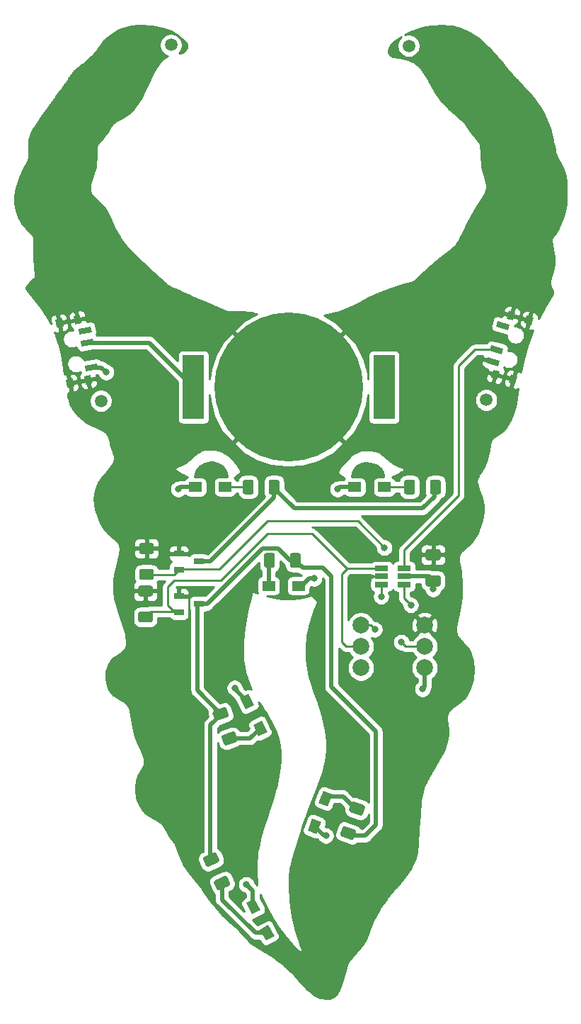
<source format=gbr>
%TF.GenerationSoftware,KiCad,Pcbnew,(5.1.8)-1*%
%TF.CreationDate,2021-11-12T17:25:14-08:00*%
%TF.ProjectId,Krampus,4b72616d-7075-4732-9e6b-696361645f70,rev?*%
%TF.SameCoordinates,Original*%
%TF.FileFunction,Copper,L2,Bot*%
%TF.FilePolarity,Positive*%
%FSLAX46Y46*%
G04 Gerber Fmt 4.6, Leading zero omitted, Abs format (unit mm)*
G04 Created by KiCad (PCBNEW (5.1.8)-1) date 2021-11-12 17:25:14*
%MOMM*%
%LPD*%
G01*
G04 APERTURE LIST*
%TA.AperFunction,SMDPad,CuDef*%
%ADD10C,2.000000*%
%TD*%
%TA.AperFunction,SMDPad,CuDef*%
%ADD11C,0.100000*%
%TD*%
%TA.AperFunction,SMDPad,CuDef*%
%ADD12C,17.800000*%
%TD*%
%TA.AperFunction,SMDPad,CuDef*%
%ADD13R,2.540000X7.620000*%
%TD*%
%TA.AperFunction,SMDPad,CuDef*%
%ADD14R,1.524000X1.143000*%
%TD*%
%TA.AperFunction,SMDPad,CuDef*%
%ADD15R,1.560000X0.650000*%
%TD*%
%TA.AperFunction,ComponentPad*%
%ADD16C,1.500000*%
%TD*%
%TA.AperFunction,SMDPad,CuDef*%
%ADD17R,1.200000X0.800000*%
%TD*%
%TA.AperFunction,ViaPad*%
%ADD18C,0.812800*%
%TD*%
%TA.AperFunction,Conductor*%
%ADD19C,0.254000*%
%TD*%
%TA.AperFunction,Conductor*%
%ADD20C,0.508000*%
%TD*%
%TA.AperFunction,Conductor*%
%ADD21C,0.100000*%
%TD*%
G04 APERTURE END LIST*
D10*
%TO.P,J1,6*%
%TO.N,GND*%
X87376000Y-103378000D03*
%TO.P,J1,5*%
%TO.N,/RESET*%
X79756000Y-103378000D03*
%TO.P,J1,4*%
%TO.N,/PB0*%
X87376000Y-105918000D03*
%TO.P,J1,3*%
%TO.N,/PB1*%
X79756000Y-105918000D03*
%TO.P,J1,2*%
%TO.N,+V*%
X87376000Y-108458000D03*
%TO.P,J1,1*%
%TO.N,Net-(J1-Pad1)*%
X79756000Y-108458000D03*
%TD*%
%TA.AperFunction,SMDPad,CuDef*%
D11*
%TO.P,SW1,*%
%TO.N,GND*%
G36*
X47602713Y-74494048D02*
G01*
X46814867Y-74632966D01*
X46641219Y-73648158D01*
X47429065Y-73509240D01*
X47602713Y-74494048D01*
G37*
%TD.AperFunction*%
%TA.AperFunction,SMDPad,CuDef*%
G36*
X46335081Y-67304951D02*
G01*
X45547235Y-67443869D01*
X45373587Y-66459061D01*
X46161433Y-66320143D01*
X46335081Y-67304951D01*
G37*
%TD.AperFunction*%
%TA.AperFunction,SMDPad,CuDef*%
G36*
X44158656Y-67688714D02*
G01*
X43370810Y-67827632D01*
X43197162Y-66842824D01*
X43985008Y-66703906D01*
X44158656Y-67688714D01*
G37*
%TD.AperFunction*%
%TA.AperFunction,SMDPad,CuDef*%
G36*
X45426288Y-74877810D02*
G01*
X44638442Y-75016728D01*
X44464794Y-74031920D01*
X45252640Y-73893002D01*
X45426288Y-74877810D01*
G37*
%TD.AperFunction*%
%TA.AperFunction,SMDPad,CuDef*%
%TO.P,SW1,3*%
%TO.N,Net-(SW1-Pad3)*%
G36*
X47536950Y-68362313D02*
G01*
X46059738Y-68622785D01*
X45938184Y-67933419D01*
X47415396Y-67672947D01*
X47536950Y-68362313D01*
G37*
%TD.AperFunction*%
%TA.AperFunction,SMDPad,CuDef*%
%TO.P,SW1,2*%
%TO.N,Net-(BT1-Pad1)*%
G36*
X47797422Y-69839524D02*
G01*
X46320210Y-70099996D01*
X46198656Y-69410630D01*
X47675868Y-69150158D01*
X47797422Y-69839524D01*
G37*
%TD.AperFunction*%
%TA.AperFunction,SMDPad,CuDef*%
%TO.P,SW1,1*%
%TO.N,+V*%
G36*
X48318366Y-72793948D02*
G01*
X46841154Y-73054420D01*
X46719600Y-72365054D01*
X48196812Y-72104582D01*
X48318366Y-72793948D01*
G37*
%TD.AperFunction*%
%TD*%
D12*
%TO.P,BT1,2*%
%TO.N,GND*%
X71120000Y-74930000D03*
D13*
%TO.P,BT1,1*%
%TO.N,Net-(BT1-Pad1)*%
X82520000Y-74930000D03*
X59720000Y-74930000D03*
%TD*%
D14*
%TO.P,D3,2*%
%TO.N,+V*%
X72263000Y-98679000D03*
%TO.P,D3,1*%
%TO.N,Net-(D3-Pad1)*%
X68707000Y-98679000D03*
%TD*%
%TA.AperFunction,SMDPad,CuDef*%
D11*
%TO.P,D4,2*%
%TO.N,+V*%
G36*
X66979852Y-112935240D02*
G01*
X65952530Y-113436298D01*
X65284452Y-112066536D01*
X66311774Y-111565478D01*
X66979852Y-112935240D01*
G37*
%TD.AperFunction*%
%TA.AperFunction,SMDPad,CuDef*%
%TO.P,D4,1*%
%TO.N,Net-(D4-Pad1)*%
G36*
X68538700Y-116131352D02*
G01*
X67511378Y-116632410D01*
X66843300Y-115262648D01*
X67870622Y-114761590D01*
X68538700Y-116131352D01*
G37*
%TD.AperFunction*%
%TD*%
%TA.AperFunction,SMDPad,CuDef*%
%TO.P,D5,2*%
%TO.N,+V*%
G36*
X67718622Y-137391622D02*
G01*
X66709413Y-137928228D01*
X65993938Y-136582616D01*
X67003147Y-136046010D01*
X67718622Y-137391622D01*
G37*
%TD.AperFunction*%
%TA.AperFunction,SMDPad,CuDef*%
%TO.P,D5,1*%
%TO.N,Net-(D5-Pad1)*%
G36*
X69388062Y-140531384D02*
G01*
X68378853Y-141067990D01*
X67663378Y-139722378D01*
X68672587Y-139185772D01*
X69388062Y-140531384D01*
G37*
%TD.AperFunction*%
%TD*%
%TA.AperFunction,SMDPad,CuDef*%
%TO.P,D6,2*%
%TO.N,+V*%
G36*
X73940473Y-126461018D02*
G01*
X75000244Y-126889194D01*
X74429343Y-128302222D01*
X73369572Y-127874046D01*
X73940473Y-126461018D01*
G37*
%TD.AperFunction*%
%TA.AperFunction,SMDPad,CuDef*%
%TO.P,D6,1*%
%TO.N,Net-(D6-Pad1)*%
G36*
X75272575Y-123163952D02*
G01*
X76332346Y-123592128D01*
X75761445Y-125005156D01*
X74701674Y-124576980D01*
X75272575Y-123163952D01*
G37*
%TD.AperFunction*%
%TD*%
D14*
%TO.P,D2,2*%
%TO.N,+V*%
X78994000Y-86868000D03*
%TO.P,D2,1*%
%TO.N,Net-(D2-Pad1)*%
X82550000Y-86868000D03*
%TD*%
%TO.P,D1,2*%
%TO.N,+V*%
X59944000Y-86868000D03*
%TO.P,D1,1*%
%TO.N,Net-(D1-Pad1)*%
X63500000Y-86868000D03*
%TD*%
%TO.P,R3,2*%
%TO.N,GND*%
%TA.AperFunction,SMDPad,CuDef*%
G36*
G01*
X54727000Y-94858000D02*
X53477000Y-94858000D01*
G75*
G02*
X53227000Y-94608000I0J250000D01*
G01*
X53227000Y-93808000D01*
G75*
G02*
X53477000Y-93558000I250000J0D01*
G01*
X54727000Y-93558000D01*
G75*
G02*
X54977000Y-93808000I0J-250000D01*
G01*
X54977000Y-94608000D01*
G75*
G02*
X54727000Y-94858000I-250000J0D01*
G01*
G37*
%TD.AperFunction*%
%TO.P,R3,1*%
%TO.N,/PB0*%
%TA.AperFunction,SMDPad,CuDef*%
G36*
G01*
X54727000Y-97958000D02*
X53477000Y-97958000D01*
G75*
G02*
X53227000Y-97708000I0J250000D01*
G01*
X53227000Y-96908000D01*
G75*
G02*
X53477000Y-96658000I250000J0D01*
G01*
X54727000Y-96658000D01*
G75*
G02*
X54977000Y-96908000I0J-250000D01*
G01*
X54977000Y-97708000D01*
G75*
G02*
X54727000Y-97958000I-250000J0D01*
G01*
G37*
%TD.AperFunction*%
%TD*%
%TO.P,R8,2*%
%TO.N,GND*%
%TA.AperFunction,SMDPad,CuDef*%
G36*
G01*
X54600000Y-99938000D02*
X53350000Y-99938000D01*
G75*
G02*
X53100000Y-99688000I0J250000D01*
G01*
X53100000Y-98888000D01*
G75*
G02*
X53350000Y-98638000I250000J0D01*
G01*
X54600000Y-98638000D01*
G75*
G02*
X54850000Y-98888000I0J-250000D01*
G01*
X54850000Y-99688000D01*
G75*
G02*
X54600000Y-99938000I-250000J0D01*
G01*
G37*
%TD.AperFunction*%
%TO.P,R8,1*%
%TO.N,/PB1*%
%TA.AperFunction,SMDPad,CuDef*%
G36*
G01*
X54600000Y-103038000D02*
X53350000Y-103038000D01*
G75*
G02*
X53100000Y-102788000I0J250000D01*
G01*
X53100000Y-101988000D01*
G75*
G02*
X53350000Y-101738000I250000J0D01*
G01*
X54600000Y-101738000D01*
G75*
G02*
X54850000Y-101988000I0J-250000D01*
G01*
X54850000Y-102788000D01*
G75*
G02*
X54600000Y-103038000I-250000J0D01*
G01*
G37*
%TD.AperFunction*%
%TD*%
%TO.P,R1,2*%
%TO.N,/EYES*%
%TA.AperFunction,SMDPad,CuDef*%
G36*
G01*
X68718000Y-87493000D02*
X68718000Y-86243000D01*
G75*
G02*
X68968000Y-85993000I250000J0D01*
G01*
X69768000Y-85993000D01*
G75*
G02*
X70018000Y-86243000I0J-250000D01*
G01*
X70018000Y-87493000D01*
G75*
G02*
X69768000Y-87743000I-250000J0D01*
G01*
X68968000Y-87743000D01*
G75*
G02*
X68718000Y-87493000I0J250000D01*
G01*
G37*
%TD.AperFunction*%
%TO.P,R1,1*%
%TO.N,Net-(D1-Pad1)*%
%TA.AperFunction,SMDPad,CuDef*%
G36*
G01*
X65618000Y-87493000D02*
X65618000Y-86243000D01*
G75*
G02*
X65868000Y-85993000I250000J0D01*
G01*
X66668000Y-85993000D01*
G75*
G02*
X66918000Y-86243000I0J-250000D01*
G01*
X66918000Y-87493000D01*
G75*
G02*
X66668000Y-87743000I-250000J0D01*
G01*
X65868000Y-87743000D01*
G75*
G02*
X65618000Y-87493000I0J250000D01*
G01*
G37*
%TD.AperFunction*%
%TD*%
%TO.P,R2,2*%
%TO.N,/EYES*%
%TA.AperFunction,SMDPad,CuDef*%
G36*
G01*
X88022000Y-87493000D02*
X88022000Y-86243000D01*
G75*
G02*
X88272000Y-85993000I250000J0D01*
G01*
X89072000Y-85993000D01*
G75*
G02*
X89322000Y-86243000I0J-250000D01*
G01*
X89322000Y-87493000D01*
G75*
G02*
X89072000Y-87743000I-250000J0D01*
G01*
X88272000Y-87743000D01*
G75*
G02*
X88022000Y-87493000I0J250000D01*
G01*
G37*
%TD.AperFunction*%
%TO.P,R2,1*%
%TO.N,Net-(D2-Pad1)*%
%TA.AperFunction,SMDPad,CuDef*%
G36*
G01*
X84922000Y-87493000D02*
X84922000Y-86243000D01*
G75*
G02*
X85172000Y-85993000I250000J0D01*
G01*
X85972000Y-85993000D01*
G75*
G02*
X86222000Y-86243000I0J-250000D01*
G01*
X86222000Y-87493000D01*
G75*
G02*
X85972000Y-87743000I-250000J0D01*
G01*
X85172000Y-87743000D01*
G75*
G02*
X84922000Y-87493000I0J250000D01*
G01*
G37*
%TD.AperFunction*%
%TD*%
%TO.P,R5,2*%
%TO.N,/TONGUE*%
%TA.AperFunction,SMDPad,CuDef*%
G36*
G01*
X63779490Y-114383513D02*
X62604874Y-114811039D01*
G75*
G02*
X62284446Y-114661621I-85505J234923D01*
G01*
X62010830Y-113909867D01*
G75*
G02*
X62160248Y-113589439I234923J85505D01*
G01*
X63334864Y-113161913D01*
G75*
G02*
X63655292Y-113311331I85505J-234923D01*
G01*
X63928908Y-114063085D01*
G75*
G02*
X63779490Y-114383513I-234923J-85505D01*
G01*
G37*
%TD.AperFunction*%
%TO.P,R5,1*%
%TO.N,Net-(D4-Pad1)*%
%TA.AperFunction,SMDPad,CuDef*%
G36*
G01*
X64839752Y-117296561D02*
X63665136Y-117724087D01*
G75*
G02*
X63344708Y-117574669I-85505J234923D01*
G01*
X63071092Y-116822915D01*
G75*
G02*
X63220510Y-116502487I234923J85505D01*
G01*
X64395126Y-116074961D01*
G75*
G02*
X64715554Y-116224379I85505J-234923D01*
G01*
X64989170Y-116976133D01*
G75*
G02*
X64839752Y-117296561I-234923J-85505D01*
G01*
G37*
%TD.AperFunction*%
%TD*%
%TO.P,R6,2*%
%TO.N,/TONGUE*%
%TA.AperFunction,SMDPad,CuDef*%
G36*
G01*
X62670087Y-131697181D02*
X61537202Y-132225454D01*
G75*
G02*
X61204970Y-132104532I-105655J226577D01*
G01*
X60866875Y-131379485D01*
G75*
G02*
X60987797Y-131047253I226577J105655D01*
G01*
X62120682Y-130518980D01*
G75*
G02*
X62452914Y-130639902I105655J-226577D01*
G01*
X62791009Y-131364949D01*
G75*
G02*
X62670087Y-131697181I-226577J-105655D01*
G01*
G37*
%TD.AperFunction*%
%TO.P,R6,1*%
%TO.N,Net-(D5-Pad1)*%
%TA.AperFunction,SMDPad,CuDef*%
G36*
G01*
X63980203Y-134506735D02*
X62847318Y-135035008D01*
G75*
G02*
X62515086Y-134914086I-105655J226577D01*
G01*
X62176991Y-134189039D01*
G75*
G02*
X62297913Y-133856807I226577J105655D01*
G01*
X63430798Y-133328534D01*
G75*
G02*
X63763030Y-133449456I105655J-226577D01*
G01*
X64101125Y-134174503D01*
G75*
G02*
X63980203Y-134506735I-226577J-105655D01*
G01*
G37*
%TD.AperFunction*%
%TD*%
%TO.P,R7,2*%
%TO.N,/TONGUE*%
%TA.AperFunction,SMDPad,CuDef*%
G36*
G01*
X77867005Y-127377961D02*
X79041621Y-127805487D01*
G75*
G02*
X79191039Y-128125915I-85505J-234923D01*
G01*
X78917423Y-128877669D01*
G75*
G02*
X78596995Y-129027087I-234923J85505D01*
G01*
X77422379Y-128599561D01*
G75*
G02*
X77272961Y-128279133I85505J234923D01*
G01*
X77546577Y-127527379D01*
G75*
G02*
X77867005Y-127377961I234923J-85505D01*
G01*
G37*
%TD.AperFunction*%
%TO.P,R7,1*%
%TO.N,Net-(D6-Pad1)*%
%TA.AperFunction,SMDPad,CuDef*%
G36*
G01*
X78927267Y-124464913D02*
X80101883Y-124892439D01*
G75*
G02*
X80251301Y-125212867I-85505J-234923D01*
G01*
X79977685Y-125964621D01*
G75*
G02*
X79657257Y-126114039I-234923J85505D01*
G01*
X78482641Y-125686513D01*
G75*
G02*
X78333223Y-125366085I85505J234923D01*
G01*
X78606839Y-124614331D01*
G75*
G02*
X78927267Y-124464913I234923J-85505D01*
G01*
G37*
%TD.AperFunction*%
%TD*%
%TO.P,R4,2*%
%TO.N,/TONGUE*%
%TA.AperFunction,SMDPad,CuDef*%
G36*
G01*
X71258000Y-96256000D02*
X71258000Y-95006000D01*
G75*
G02*
X71508000Y-94756000I250000J0D01*
G01*
X72308000Y-94756000D01*
G75*
G02*
X72558000Y-95006000I0J-250000D01*
G01*
X72558000Y-96256000D01*
G75*
G02*
X72308000Y-96506000I-250000J0D01*
G01*
X71508000Y-96506000D01*
G75*
G02*
X71258000Y-96256000I0J250000D01*
G01*
G37*
%TD.AperFunction*%
%TO.P,R4,1*%
%TO.N,Net-(D3-Pad1)*%
%TA.AperFunction,SMDPad,CuDef*%
G36*
G01*
X68158000Y-96256000D02*
X68158000Y-95006000D01*
G75*
G02*
X68408000Y-94756000I250000J0D01*
G01*
X69208000Y-94756000D01*
G75*
G02*
X69458000Y-95006000I0J-250000D01*
G01*
X69458000Y-96256000D01*
G75*
G02*
X69208000Y-96506000I-250000J0D01*
G01*
X68408000Y-96506000D01*
G75*
G02*
X68158000Y-96256000I0J250000D01*
G01*
G37*
%TD.AperFunction*%
%TD*%
%TA.AperFunction,SMDPad,CuDef*%
D11*
%TO.P,SW2,*%
%TO.N,GND*%
G36*
X97470306Y-65790001D02*
G01*
X98243047Y-65997057D01*
X97984228Y-66962983D01*
X97211487Y-66755927D01*
X97470306Y-65790001D01*
G37*
%TD.AperFunction*%
%TA.AperFunction,SMDPad,CuDef*%
G36*
X95580927Y-72841259D02*
G01*
X96353668Y-73048315D01*
X96094849Y-74014241D01*
X95322108Y-73807185D01*
X95580927Y-72841259D01*
G37*
%TD.AperFunction*%
%TA.AperFunction,SMDPad,CuDef*%
G36*
X97715623Y-73413250D02*
G01*
X98488364Y-73620306D01*
X98229545Y-74586232D01*
X97456804Y-74379176D01*
X97715623Y-73413250D01*
G37*
%TD.AperFunction*%
%TA.AperFunction,SMDPad,CuDef*%
G36*
X99605002Y-66361991D02*
G01*
X100377743Y-66569047D01*
X100118924Y-67534973D01*
X99346183Y-67327917D01*
X99605002Y-66361991D01*
G37*
%TD.AperFunction*%
%TA.AperFunction,SMDPad,CuDef*%
%TO.P,SW2,3*%
G36*
X94938525Y-71375034D02*
G01*
X96387414Y-71763262D01*
X96206241Y-72439410D01*
X94757352Y-72051182D01*
X94938525Y-71375034D01*
G37*
%TD.AperFunction*%
%TA.AperFunction,SMDPad,CuDef*%
%TO.P,SW2,2*%
%TO.N,/PB2*%
G36*
X95326754Y-69926145D02*
G01*
X96775643Y-70314373D01*
X96594470Y-70990521D01*
X95145581Y-70602293D01*
X95326754Y-69926145D01*
G37*
%TD.AperFunction*%
%TA.AperFunction,SMDPad,CuDef*%
%TO.P,SW2,1*%
%TO.N,Net-(SW2-Pad1)*%
G36*
X96103211Y-67028368D02*
G01*
X97552100Y-67416596D01*
X97370927Y-68092744D01*
X95922038Y-67704516D01*
X96103211Y-67028368D01*
G37*
%TD.AperFunction*%
%TD*%
D15*
%TO.P,U1,5*%
%TO.N,+V*%
X84916000Y-97536000D03*
%TO.P,U1,6*%
%TO.N,/RESET*%
X84916000Y-98486000D03*
%TO.P,U1,4*%
%TO.N,/PB2*%
X84916000Y-96586000D03*
%TO.P,U1,3*%
%TO.N,/PB1*%
X82216000Y-96586000D03*
%TO.P,U1,2*%
%TO.N,GND*%
X82216000Y-97536000D03*
%TO.P,U1,1*%
%TO.N,/PB0*%
X82216000Y-98486000D03*
%TD*%
D16*
%TO.P,REF\u002A\u002A,1*%
%TO.N,N/C*%
X94742000Y-76454000D03*
%TD*%
%TO.P,REF\u002A\u002A,1*%
%TO.N,N/C*%
X48641000Y-76581000D03*
%TD*%
%TO.P,REF\u002A\u002A,1*%
%TO.N,N/C*%
X85471000Y-34163000D03*
%TD*%
%TO.P,REF\u002A\u002A,1*%
%TO.N,N/C*%
X57023000Y-34036000D03*
%TD*%
%TO.P,C1,2*%
%TO.N,GND*%
%TA.AperFunction,SMDPad,CuDef*%
G36*
G01*
X89042001Y-95620000D02*
X87741999Y-95620000D01*
G75*
G02*
X87492000Y-95370001I0J249999D01*
G01*
X87492000Y-94544999D01*
G75*
G02*
X87741999Y-94295000I249999J0D01*
G01*
X89042001Y-94295000D01*
G75*
G02*
X89292000Y-94544999I0J-249999D01*
G01*
X89292000Y-95370001D01*
G75*
G02*
X89042001Y-95620000I-249999J0D01*
G01*
G37*
%TD.AperFunction*%
%TO.P,C1,1*%
%TO.N,+V*%
%TA.AperFunction,SMDPad,CuDef*%
G36*
G01*
X89042001Y-98745000D02*
X87741999Y-98745000D01*
G75*
G02*
X87492000Y-98495001I0J249999D01*
G01*
X87492000Y-97669999D01*
G75*
G02*
X87741999Y-97420000I249999J0D01*
G01*
X89042001Y-97420000D01*
G75*
G02*
X89292000Y-97669999I0J-249999D01*
G01*
X89292000Y-98495001D01*
G75*
G02*
X89042001Y-98745000I-249999J0D01*
G01*
G37*
%TD.AperFunction*%
%TD*%
D17*
%TO.P,Q1,3*%
%TO.N,/EYES*%
X60382000Y-95758000D03*
%TO.P,Q1,2*%
%TO.N,GND*%
X57982000Y-94808000D03*
%TO.P,Q1,1*%
%TO.N,/PB0*%
X57982000Y-96708000D03*
%TD*%
%TO.P,Q2,3*%
%TO.N,/TONGUE*%
X60382000Y-100838000D03*
%TO.P,Q2,2*%
%TO.N,GND*%
X57982000Y-99888000D03*
%TO.P,Q2,1*%
%TO.N,/PB1*%
X57982000Y-101788000D03*
%TD*%
D18*
%TO.N,GND*%
X57531000Y-108966000D03*
X61722000Y-108839000D03*
X83566000Y-120523000D03*
X79883000Y-120523000D03*
%TO.N,+V*%
X66040000Y-134366000D03*
X75565000Y-128524000D03*
X64643000Y-110871000D03*
X87122000Y-110998000D03*
X57912000Y-87122000D03*
X76962000Y-87122000D03*
X49276000Y-73152000D03*
X74168000Y-97790000D03*
X88392000Y-99060000D03*
%TO.N,/RESET*%
X81407000Y-103886000D03*
X85724998Y-100964998D03*
%TO.N,/PB0*%
X84582000Y-105410000D03*
X82550000Y-94107000D03*
X82169000Y-99949000D03*
%TD*%
D19*
%TO.N,GND*%
X80772000Y-97536000D02*
X82216000Y-97536000D01*
X57982000Y-99888000D02*
X58994000Y-99888000D01*
X58994000Y-99888000D02*
X59182000Y-100076000D01*
X59182000Y-100076000D02*
X59182000Y-102235000D01*
D20*
%TO.N,Net-(BT1-Pad1)*%
X54415077Y-69625077D02*
X59720000Y-74930000D01*
X46998039Y-69625077D02*
X54415077Y-69625077D01*
%TO.N,+V*%
X75327288Y-128524000D02*
X74184908Y-127381620D01*
X75565000Y-128524000D02*
X75327288Y-128524000D01*
X64643000Y-111011736D02*
X66132152Y-112500888D01*
X64643000Y-110871000D02*
X64643000Y-111011736D01*
X87376000Y-110744000D02*
X87122000Y-110998000D01*
X87376000Y-108458000D02*
X87376000Y-110744000D01*
X58166000Y-86868000D02*
X57912000Y-87122000D01*
X59944000Y-86868000D02*
X58166000Y-86868000D01*
X77216000Y-86868000D02*
X76962000Y-87122000D01*
X78994000Y-86868000D02*
X77216000Y-86868000D01*
X48703501Y-72579501D02*
X49276000Y-73152000D01*
X47518983Y-72579501D02*
X48703501Y-72579501D01*
X87845500Y-97536000D02*
X88392000Y-98082500D01*
X84916000Y-97536000D02*
X87845500Y-97536000D01*
X87884000Y-98044000D02*
X88392000Y-98552000D01*
X88392000Y-98552000D02*
X88392000Y-99060000D01*
X66802000Y-135128000D02*
X66040000Y-134366000D01*
X66802000Y-136906000D02*
X66802000Y-135128000D01*
X73533000Y-97790000D02*
X74168000Y-97790000D01*
X72517000Y-98806000D02*
X73533000Y-97790000D01*
D19*
%TO.N,Net-(D1-Pad1)*%
X66268000Y-86868000D02*
X63500000Y-86868000D01*
%TO.N,Net-(D2-Pad1)*%
X82550000Y-86868000D02*
X85572000Y-86868000D01*
D20*
%TO.N,Net-(D3-Pad1)*%
X68707000Y-96266000D02*
X68961000Y-96012000D01*
X68707000Y-98552000D02*
X68707000Y-96266000D01*
%TO.N,Net-(D4-Pad1)*%
X66488476Y-116899524D02*
X67691000Y-115697000D01*
X64030131Y-116899524D02*
X66488476Y-116899524D01*
%TO.N,Net-(D5-Pad1)*%
X63139058Y-134181771D02*
X63139058Y-136164058D01*
X67101881Y-140126881D02*
X68525720Y-140126881D01*
X63139058Y-136164058D02*
X67101881Y-140126881D01*
%TO.N,Net-(D6-Pad1)*%
X78867000Y-125095000D02*
X77602554Y-123830554D01*
X75771010Y-123830554D02*
X75517010Y-124084554D01*
X77602554Y-123830554D02*
X75771010Y-123830554D01*
D19*
%TO.N,/RESET*%
X84648000Y-98486000D02*
X84916000Y-98486000D01*
X80899000Y-103378000D02*
X81407000Y-103886000D01*
X79756000Y-103378000D02*
X80899000Y-103378000D01*
X84916000Y-98486000D02*
X84916000Y-100156000D01*
X84916000Y-100156000D02*
X85724998Y-100964998D01*
%TO.N,/PB0*%
X85090000Y-105918000D02*
X84582000Y-105410000D01*
X87376000Y-105918000D02*
X85090000Y-105918000D01*
X57382000Y-97308000D02*
X57982000Y-96708000D01*
X54102000Y-97308000D02*
X57382000Y-97308000D01*
X58144500Y-96670500D02*
X62841500Y-96670500D01*
X62841500Y-96670500D02*
X68580000Y-90932000D01*
X68580000Y-90932000D02*
X79375000Y-90932000D01*
X79375000Y-90932000D02*
X82550000Y-94107000D01*
X82216000Y-99902000D02*
X82169000Y-99949000D01*
X82216000Y-98486000D02*
X82216000Y-99902000D01*
%TO.N,/PB1*%
X78166000Y-96586000D02*
X82216000Y-96586000D01*
X77470000Y-105410000D02*
X77470000Y-97282000D01*
X77470000Y-97282000D02*
X78166000Y-96586000D01*
X77978000Y-105918000D02*
X77470000Y-105410000D01*
X79756000Y-105918000D02*
X77978000Y-105918000D01*
X57921000Y-101727000D02*
X57982000Y-101788000D01*
X54636000Y-101727000D02*
X57921000Y-101727000D01*
X53975000Y-102388000D02*
X54636000Y-101727000D01*
X78044000Y-96586000D02*
X82216000Y-96586000D01*
X73914000Y-92456000D02*
X78044000Y-96586000D01*
X68580000Y-92456000D02*
X73914000Y-92456000D01*
X57404000Y-98044000D02*
X62992000Y-98044000D01*
X56642000Y-100965000D02*
X56642000Y-98806000D01*
X62992000Y-98044000D02*
X68580000Y-92456000D01*
X57465000Y-101788000D02*
X56642000Y-100965000D01*
X58182000Y-101788000D02*
X57465000Y-101788000D01*
X56642000Y-98806000D02*
X57404000Y-98044000D01*
X58121000Y-101727000D02*
X58182000Y-101788000D01*
%TO.N,/PB2*%
X84916000Y-94408000D02*
X91440000Y-87884000D01*
X91440000Y-87884000D02*
X91440000Y-72390000D01*
X84916000Y-96586000D02*
X84916000Y-94408000D01*
X93371667Y-70458333D02*
X95960612Y-70458333D01*
X91440000Y-72390000D02*
X93371667Y-70458333D01*
D20*
%TO.N,/EYES*%
X88519000Y-88011000D02*
X88519000Y-86868000D01*
X71755000Y-89408000D02*
X87122000Y-89408000D01*
X87122000Y-89408000D02*
X88519000Y-88011000D01*
X69342000Y-86995000D02*
X71755000Y-89408000D01*
X69342000Y-88138000D02*
X69342000Y-86995000D01*
X61722000Y-95758000D02*
X69342000Y-88138000D01*
X60182000Y-95758000D02*
X61722000Y-95758000D01*
%TO.N,/TONGUE*%
X72797000Y-96520000D02*
X71908000Y-95631000D01*
X75184000Y-96520000D02*
X72797000Y-96520000D01*
X76200000Y-97536000D02*
X75184000Y-96520000D01*
X76200000Y-110744000D02*
X76200000Y-97536000D01*
X81534000Y-127254000D02*
X81534000Y-116078000D01*
X81534000Y-116078000D02*
X76200000Y-110744000D01*
X80264000Y-128524000D02*
X81534000Y-127254000D01*
X78840437Y-128524000D02*
X80264000Y-128524000D01*
X78332437Y-128016000D02*
X78840437Y-128524000D01*
X61722000Y-115316000D02*
X61722000Y-131572000D01*
X63119000Y-113919000D02*
X61722000Y-115316000D01*
X62939754Y-113919000D02*
X63119000Y-113919000D01*
X60182000Y-111161246D02*
X62939754Y-113919000D01*
X60182000Y-100838000D02*
X60182000Y-111161246D01*
X61341000Y-100838000D02*
X60182000Y-100838000D01*
X61722000Y-131572000D02*
X61849000Y-131699000D01*
X67945000Y-94234000D02*
X61341000Y-100838000D01*
X69850000Y-94234000D02*
X67945000Y-94234000D01*
X71247000Y-95631000D02*
X69850000Y-94234000D01*
X71908000Y-95631000D02*
X71247000Y-95631000D01*
%TD*%
D19*
%TO.N,GND*%
X53404433Y-31713040D02*
X54700032Y-31812825D01*
X54742611Y-31818860D01*
X55996459Y-32076938D01*
X56065866Y-32095896D01*
X57030676Y-32441796D01*
X57175735Y-32508540D01*
X57775739Y-32855044D01*
X58358519Y-33311436D01*
X58815609Y-33772372D01*
X58869012Y-33847018D01*
X58907239Y-33931367D01*
X58937255Y-34104501D01*
X58938181Y-34134691D01*
X58917778Y-34318854D01*
X58910677Y-34346681D01*
X58837049Y-34526099D01*
X58823273Y-34549778D01*
X58689432Y-34720659D01*
X58672616Y-34737155D01*
X58493643Y-34876358D01*
X58405739Y-34922274D01*
X58129522Y-34988317D01*
X58012908Y-35004777D01*
X58098799Y-34918886D01*
X58250371Y-34692043D01*
X58354775Y-34439989D01*
X58408000Y-34172411D01*
X58408000Y-33899589D01*
X58354775Y-33632011D01*
X58250371Y-33379957D01*
X58098799Y-33153114D01*
X57905886Y-32960201D01*
X57679043Y-32808629D01*
X57426989Y-32704225D01*
X57159411Y-32651000D01*
X56886589Y-32651000D01*
X56619011Y-32704225D01*
X56366957Y-32808629D01*
X56140114Y-32960201D01*
X55947201Y-33153114D01*
X55795629Y-33379957D01*
X55691225Y-33632011D01*
X55638000Y-33899589D01*
X55638000Y-34172411D01*
X55691225Y-34439989D01*
X55795629Y-34692043D01*
X55947201Y-34918886D01*
X56140114Y-35111799D01*
X56366957Y-35263371D01*
X56607086Y-35362835D01*
X56582078Y-35373526D01*
X56499774Y-35418719D01*
X56499063Y-35419316D01*
X56339154Y-35507727D01*
X56318042Y-35522257D01*
X56295398Y-35534271D01*
X56288031Y-35539231D01*
X56180704Y-35612579D01*
X56151909Y-35636697D01*
X56121328Y-35658523D01*
X56114678Y-35664410D01*
X55839653Y-35911314D01*
X55802092Y-35952328D01*
X55763713Y-35992554D01*
X55758287Y-35999586D01*
X55416090Y-36449541D01*
X55407636Y-36463255D01*
X55389954Y-36486575D01*
X55366977Y-36524561D01*
X54966745Y-37241589D01*
X54956900Y-37257725D01*
X54290692Y-38638031D01*
X53383727Y-40421618D01*
X52783973Y-41356035D01*
X52663346Y-41512804D01*
X52090971Y-42114715D01*
X51943010Y-42238185D01*
X51235175Y-42706636D01*
X51029214Y-42812662D01*
X50520930Y-43073348D01*
X50510217Y-43080246D01*
X50487216Y-43093230D01*
X50460968Y-43111640D01*
X50433099Y-43127483D01*
X50425879Y-43132655D01*
X50216987Y-43284522D01*
X50187777Y-43310472D01*
X50156742Y-43334250D01*
X50150295Y-43340359D01*
X50092694Y-43395710D01*
X50067287Y-43425415D01*
X50039795Y-43453196D01*
X50034242Y-43460127D01*
X49941435Y-43577645D01*
X49931843Y-43586523D01*
X49876703Y-43662523D01*
X49646839Y-44055302D01*
X49494252Y-44313854D01*
X49285918Y-44617611D01*
X49053889Y-44924592D01*
X48835719Y-45181443D01*
X48326708Y-45740999D01*
X48324677Y-45742525D01*
X48284620Y-45787267D01*
X48265243Y-45808568D01*
X48263731Y-45810599D01*
X48241106Y-45835870D01*
X48226417Y-45860720D01*
X48209172Y-45883883D01*
X48194612Y-45914524D01*
X48177351Y-45943724D01*
X48167789Y-45970971D01*
X48155399Y-45997045D01*
X48147098Y-46029929D01*
X48135863Y-46061944D01*
X48131801Y-46090532D01*
X48124735Y-46118523D01*
X48123009Y-46152402D01*
X48122653Y-46154905D01*
X48121418Y-46183623D01*
X48118359Y-46243649D01*
X48118728Y-46246165D01*
X48066337Y-47464142D01*
X48023411Y-48180719D01*
X47965830Y-48631328D01*
X47866642Y-49051968D01*
X47680915Y-49636917D01*
X47680702Y-49637416D01*
X47671536Y-49666457D01*
X47662172Y-49695949D01*
X47662058Y-49696488D01*
X47347828Y-50692073D01*
X47345040Y-50705310D01*
X47339182Y-50727050D01*
X47334275Y-50756429D01*
X47333181Y-50761624D01*
X47325447Y-50790907D01*
X47324089Y-50799684D01*
X47293889Y-51004316D01*
X47291078Y-51061887D01*
X47287463Y-51119429D01*
X47287836Y-51128302D01*
X47297958Y-51334903D01*
X47306355Y-51391737D01*
X47313966Y-51448877D01*
X47316053Y-51457510D01*
X47348430Y-51587494D01*
X47367719Y-51641702D01*
X47386239Y-51696202D01*
X47389960Y-51704266D01*
X47447111Y-51825888D01*
X47476606Y-51875428D01*
X47505401Y-51925363D01*
X47510611Y-51932542D01*
X47510615Y-51932548D01*
X47510618Y-51932551D01*
X47590304Y-52040755D01*
X47594601Y-52045532D01*
X47654313Y-52114942D01*
X48153943Y-52611010D01*
X48157328Y-52614970D01*
X48762986Y-53196900D01*
X49163371Y-53675388D01*
X49474355Y-54176320D01*
X49769789Y-54819595D01*
X50298259Y-56019126D01*
X50313439Y-56046064D01*
X50313446Y-56046079D01*
X50845534Y-56991413D01*
X50866654Y-57023720D01*
X50884035Y-57051628D01*
X50887960Y-57057008D01*
X51486339Y-57868183D01*
X51486930Y-57869428D01*
X51542994Y-57944748D01*
X52386447Y-58872128D01*
X52398063Y-58886009D01*
X52407424Y-58895192D01*
X52416273Y-58904922D01*
X52429742Y-58917087D01*
X53601873Y-60066989D01*
X53607837Y-60073720D01*
X53624146Y-60088840D01*
X53640046Y-60104438D01*
X53647063Y-60110085D01*
X54991933Y-61356872D01*
X54995925Y-61361213D01*
X55014799Y-61378071D01*
X55033416Y-61395330D01*
X55038128Y-61398908D01*
X56355011Y-62575113D01*
X56363836Y-62581559D01*
X56442455Y-62647072D01*
X56471732Y-62666972D01*
X56499231Y-62689263D01*
X56506677Y-62694104D01*
X56828249Y-62899987D01*
X56835030Y-62906145D01*
X56915521Y-62954492D01*
X57216527Y-63097205D01*
X57225013Y-63101955D01*
X57244719Y-63110571D01*
X57264185Y-63119800D01*
X57273353Y-63123090D01*
X58170974Y-63515545D01*
X58172075Y-63516156D01*
X58199563Y-63528045D01*
X58227069Y-63540071D01*
X58228270Y-63540461D01*
X59299059Y-64003591D01*
X59300223Y-64004230D01*
X59327653Y-64015958D01*
X59355185Y-64027866D01*
X59356456Y-64028273D01*
X60555089Y-64540764D01*
X60555585Y-64541036D01*
X60584076Y-64553159D01*
X60612031Y-64565111D01*
X60612561Y-64565278D01*
X63753595Y-65901738D01*
X63785026Y-65918395D01*
X63841007Y-65935160D01*
X63896813Y-65952674D01*
X63901006Y-65953128D01*
X63905048Y-65954338D01*
X63963275Y-65959863D01*
X64021375Y-65966148D01*
X64056813Y-65963000D01*
X65272915Y-65958667D01*
X65760554Y-65964979D01*
X66220113Y-65987159D01*
X66580054Y-66017602D01*
X66717832Y-66045457D01*
X66764543Y-66059346D01*
X66795679Y-66065376D01*
X66826097Y-66074357D01*
X66834831Y-66075968D01*
X67246152Y-66148863D01*
X67273148Y-66150964D01*
X67299761Y-66156029D01*
X67308612Y-66156769D01*
X67314805Y-66157243D01*
X67341836Y-66156666D01*
X67343896Y-66156850D01*
X66006024Y-66827814D01*
X65591590Y-67104730D01*
X64547775Y-68178170D01*
X71120000Y-74750395D01*
X77692225Y-68178170D01*
X77191063Y-67662784D01*
X95285332Y-67662784D01*
X95289425Y-67787801D01*
X95317828Y-67909618D01*
X95369452Y-68023552D01*
X95442310Y-68125226D01*
X95533605Y-68210733D01*
X95639826Y-68276785D01*
X95756893Y-68320846D01*
X97157984Y-68696267D01*
X97157984Y-68847385D01*
X97199680Y-69057005D01*
X97281469Y-69254462D01*
X97400209Y-69432169D01*
X97551337Y-69583297D01*
X97729044Y-69702037D01*
X97926501Y-69783826D01*
X98136121Y-69825522D01*
X98349847Y-69825522D01*
X98559467Y-69783826D01*
X98756924Y-69702037D01*
X98934631Y-69583297D01*
X99085759Y-69432169D01*
X99204499Y-69254462D01*
X99286288Y-69057005D01*
X99327984Y-68847385D01*
X99327984Y-68633659D01*
X99286288Y-68424039D01*
X99204499Y-68226582D01*
X99085759Y-68048875D01*
X98934631Y-67897747D01*
X98756924Y-67779007D01*
X98559467Y-67697218D01*
X98349847Y-67655522D01*
X98148660Y-67655522D01*
X98168430Y-67581741D01*
X98170091Y-67571678D01*
X98189330Y-67567192D01*
X98303264Y-67515569D01*
X98404937Y-67442711D01*
X98490445Y-67351417D01*
X98531007Y-67286186D01*
X98709477Y-67286186D01*
X98713570Y-67411203D01*
X98741974Y-67533019D01*
X98793597Y-67646953D01*
X98866455Y-67748627D01*
X98957749Y-67834134D01*
X99063971Y-67900187D01*
X99181038Y-67944248D01*
X99292190Y-67970850D01*
X99486618Y-67858597D01*
X99706420Y-67038285D01*
X98982700Y-66844364D01*
X98788272Y-66956618D01*
X98729853Y-67162772D01*
X98709477Y-67286186D01*
X98531007Y-67286186D01*
X98556497Y-67245195D01*
X98600558Y-67128128D01*
X98653043Y-66920383D01*
X98540789Y-66725955D01*
X97817070Y-66532035D01*
X97811894Y-66551354D01*
X97566548Y-66485613D01*
X97571724Y-66466295D01*
X96901429Y-66286689D01*
X97882810Y-66286689D01*
X98606530Y-66480610D01*
X98738197Y-66404591D01*
X98936187Y-66404591D01*
X99048441Y-66599019D01*
X99772160Y-66792939D01*
X99991963Y-65972627D01*
X99879709Y-65778199D01*
X99770147Y-65745661D01*
X99646734Y-65725285D01*
X99521717Y-65729378D01*
X99399900Y-65757782D01*
X99285966Y-65809405D01*
X99184293Y-65882263D01*
X99098785Y-65973557D01*
X99032733Y-66079779D01*
X98988672Y-66196846D01*
X98936187Y-66404591D01*
X98738197Y-66404591D01*
X98800958Y-66368356D01*
X98859377Y-66162202D01*
X98879753Y-66038788D01*
X98875660Y-65913771D01*
X98847256Y-65791955D01*
X98795633Y-65678021D01*
X98722775Y-65576347D01*
X98631481Y-65490840D01*
X98525259Y-65424787D01*
X98408192Y-65380726D01*
X98297040Y-65354124D01*
X98102612Y-65466377D01*
X97882810Y-66286689D01*
X96901429Y-66286689D01*
X96848004Y-66272374D01*
X96653576Y-66384628D01*
X96619171Y-66506039D01*
X96268356Y-66412038D01*
X96144943Y-66391662D01*
X96019926Y-66395755D01*
X95898109Y-66424158D01*
X95784175Y-66475782D01*
X95682501Y-66548640D01*
X95596994Y-66639935D01*
X95530941Y-66746156D01*
X95486881Y-66863223D01*
X95305708Y-67539371D01*
X95285332Y-67662784D01*
X77191063Y-67662784D01*
X76648410Y-67104730D01*
X75309201Y-66343474D01*
X75700560Y-66269994D01*
X75717766Y-66267534D01*
X75731254Y-66264231D01*
X75744893Y-66261670D01*
X75761570Y-66256806D01*
X76825781Y-65996181D01*
X76845028Y-65992206D01*
X76856132Y-65988748D01*
X76867408Y-65985987D01*
X76885917Y-65979474D01*
X77357610Y-65832601D01*
X96801491Y-65832601D01*
X96913745Y-66027029D01*
X97637464Y-66220949D01*
X97857267Y-65400637D01*
X97745013Y-65206209D01*
X97635451Y-65173671D01*
X97512038Y-65153295D01*
X97387021Y-65157388D01*
X97265204Y-65185792D01*
X97151270Y-65237415D01*
X97049597Y-65310273D01*
X96964089Y-65401567D01*
X96898037Y-65507789D01*
X96853976Y-65624856D01*
X96801491Y-65832601D01*
X77357610Y-65832601D01*
X77794734Y-65696492D01*
X77819280Y-65686113D01*
X78587925Y-65373964D01*
X78612436Y-65362088D01*
X78635111Y-65352522D01*
X78641041Y-65349491D01*
X79345743Y-64984639D01*
X79350133Y-64982811D01*
X80706087Y-64254837D01*
X82053367Y-63640289D01*
X83389880Y-63134434D01*
X84680539Y-62752592D01*
X85710684Y-62492818D01*
X85767538Y-62479262D01*
X85799821Y-62464441D01*
X85833261Y-62452416D01*
X85856623Y-62438363D01*
X85881399Y-62426988D01*
X85910178Y-62406147D01*
X85940622Y-62387834D01*
X85983885Y-62348498D01*
X87170917Y-61296992D01*
X88144907Y-60453096D01*
X89250254Y-59531307D01*
X90262687Y-58711179D01*
X90759038Y-58351358D01*
X90768143Y-58343639D01*
X90775544Y-58338979D01*
X90782524Y-58333487D01*
X90866773Y-58266236D01*
X90907174Y-58226950D01*
X90948271Y-58188407D01*
X90954078Y-58181688D01*
X90993882Y-58134980D01*
X91002636Y-58127538D01*
X91060936Y-58053935D01*
X91290061Y-57697826D01*
X91302177Y-57680220D01*
X91306954Y-57671571D01*
X91312299Y-57663263D01*
X91322048Y-57644239D01*
X91574202Y-57187656D01*
X91581639Y-57175760D01*
X91589296Y-57160326D01*
X91597625Y-57145244D01*
X91603171Y-57132357D01*
X91921071Y-56491557D01*
X92463099Y-55406512D01*
X93026797Y-54364731D01*
X93624161Y-53343909D01*
X94285326Y-52294752D01*
X94289960Y-52285495D01*
X94622939Y-51716923D01*
X94631609Y-51699230D01*
X94638829Y-51688108D01*
X94642859Y-51680194D01*
X94657303Y-51651338D01*
X94668796Y-51621383D01*
X94683069Y-51592648D01*
X94686167Y-51584325D01*
X94749380Y-51410781D01*
X94763734Y-51354932D01*
X94778857Y-51299325D01*
X94780279Y-51290558D01*
X94780280Y-51290555D01*
X94780280Y-51290550D01*
X94808581Y-51108041D01*
X94811171Y-51061922D01*
X94816070Y-51015978D01*
X94816083Y-51007097D01*
X94815128Y-50832640D01*
X94810369Y-50786697D01*
X94807918Y-50740559D01*
X94806522Y-50731788D01*
X94770367Y-50514369D01*
X94770442Y-50507990D01*
X94753201Y-50415691D01*
X94474557Y-49456946D01*
X94350066Y-49006614D01*
X94268442Y-48596084D01*
X94213316Y-48139244D01*
X94176248Y-47554860D01*
X94155133Y-47120600D01*
X94155286Y-47116415D01*
X94153616Y-47089394D01*
X94152302Y-47062368D01*
X94151690Y-47058228D01*
X94128459Y-46682337D01*
X94128557Y-46678153D01*
X94126530Y-46651126D01*
X94124863Y-46624145D01*
X94124197Y-46620018D01*
X94096892Y-46255898D01*
X94093283Y-46235246D01*
X94073901Y-46098525D01*
X94063620Y-46056248D01*
X94055837Y-46013458D01*
X94053343Y-46004934D01*
X94034274Y-45941409D01*
X94013262Y-45890198D01*
X93993316Y-45838502D01*
X93989270Y-45830596D01*
X93981345Y-45815371D01*
X93978830Y-45807503D01*
X93933344Y-45725361D01*
X93760849Y-45475315D01*
X93751454Y-45460369D01*
X93743117Y-45449612D01*
X93735392Y-45438414D01*
X93723996Y-45424941D01*
X93530954Y-45175865D01*
X93521223Y-45162066D01*
X93511846Y-45151210D01*
X93503042Y-45139850D01*
X93491419Y-45127559D01*
X93261440Y-44861296D01*
X93017698Y-44577289D01*
X92782074Y-44273453D01*
X92587117Y-43996904D01*
X92463666Y-43786237D01*
X92462912Y-43785198D01*
X92462371Y-43784038D01*
X92457797Y-43776425D01*
X92301185Y-43519858D01*
X92276006Y-43486444D01*
X92253030Y-43451516D01*
X92247401Y-43444647D01*
X92043782Y-43199708D01*
X92019350Y-43175562D01*
X91997119Y-43149369D01*
X91990695Y-43143236D01*
X91724725Y-42892802D01*
X91705257Y-42873989D01*
X91330585Y-42577084D01*
X90316152Y-41724674D01*
X90315737Y-41724279D01*
X89462186Y-40806195D01*
X89444337Y-40784333D01*
X88681047Y-39721884D01*
X88663333Y-39693725D01*
X87916936Y-38365240D01*
X87877108Y-38287028D01*
X87866755Y-38269721D01*
X87857686Y-38251703D01*
X87854264Y-38245990D01*
X87240975Y-37234069D01*
X87212253Y-37193230D01*
X87203303Y-37178712D01*
X87197877Y-37171680D01*
X86983303Y-36897563D01*
X86953677Y-36866511D01*
X86925984Y-36833726D01*
X86919575Y-36827577D01*
X86437567Y-36371568D01*
X86398511Y-36341259D01*
X86360670Y-36309399D01*
X86353316Y-36304421D01*
X86026209Y-36086304D01*
X85982577Y-36063011D01*
X85939923Y-36038007D01*
X85931834Y-36034341D01*
X85443529Y-35817148D01*
X85410715Y-35806245D01*
X85378971Y-35792540D01*
X85370494Y-35789891D01*
X85169427Y-35728602D01*
X85135518Y-35721794D01*
X85102339Y-35712076D01*
X85093601Y-35710484D01*
X84282257Y-35568517D01*
X84279928Y-35568341D01*
X84277515Y-35567706D01*
X84261057Y-35565175D01*
X83711421Y-35488012D01*
X83492987Y-35420154D01*
X83447039Y-35398467D01*
X83331576Y-35322698D01*
X83284189Y-35278578D01*
X83150914Y-35104034D01*
X83132717Y-35071983D01*
X83073258Y-34923389D01*
X83062371Y-34876042D01*
X83049075Y-34690138D01*
X83051819Y-34651716D01*
X83096311Y-34446973D01*
X83108562Y-34413622D01*
X83221483Y-34201964D01*
X83235231Y-34182696D01*
X83656974Y-33729387D01*
X83804379Y-33608534D01*
X84576402Y-33098913D01*
X84395201Y-33280114D01*
X84243629Y-33506957D01*
X84139225Y-33759011D01*
X84086000Y-34026589D01*
X84086000Y-34299411D01*
X84139225Y-34566989D01*
X84243629Y-34819043D01*
X84395201Y-35045886D01*
X84588114Y-35238799D01*
X84814957Y-35390371D01*
X85067011Y-35494775D01*
X85334589Y-35548000D01*
X85607411Y-35548000D01*
X85874989Y-35494775D01*
X86127043Y-35390371D01*
X86353886Y-35238799D01*
X86546799Y-35045886D01*
X86698371Y-34819043D01*
X86802775Y-34566989D01*
X86856000Y-34299411D01*
X86856000Y-34026589D01*
X86802775Y-33759011D01*
X86698371Y-33506957D01*
X86546799Y-33280114D01*
X86353886Y-33087201D01*
X86127043Y-32935629D01*
X85874989Y-32831225D01*
X85607411Y-32778000D01*
X85334589Y-32778000D01*
X85067011Y-32831225D01*
X85037696Y-32843368D01*
X85884585Y-32430751D01*
X85891403Y-32427949D01*
X87087956Y-32021254D01*
X87111798Y-32014785D01*
X87662332Y-31882809D01*
X88097329Y-31812766D01*
X88598540Y-31777346D01*
X89374847Y-31764646D01*
X90229139Y-31771813D01*
X90646418Y-31804841D01*
X91004280Y-31881736D01*
X91577572Y-32063800D01*
X92558674Y-32478526D01*
X92861103Y-32641660D01*
X93842588Y-33289366D01*
X94091916Y-33485289D01*
X95091137Y-34399277D01*
X95336926Y-34658812D01*
X96579903Y-36127966D01*
X96660252Y-36231801D01*
X96663581Y-36236888D01*
X97132077Y-36819019D01*
X97138415Y-36828009D01*
X97151644Y-36843332D01*
X97164349Y-36859118D01*
X97172060Y-36866979D01*
X97740053Y-37524853D01*
X97744570Y-37530946D01*
X97760425Y-37548449D01*
X97775913Y-37566387D01*
X97781428Y-37571633D01*
X98378572Y-38230813D01*
X98384523Y-38238354D01*
X98399503Y-38253919D01*
X98414052Y-38269979D01*
X98421190Y-38276452D01*
X98960985Y-38837311D01*
X100116736Y-40105114D01*
X100478072Y-40554043D01*
X101241848Y-41658825D01*
X101570662Y-42234521D01*
X102110491Y-43407713D01*
X102328982Y-44021118D01*
X102710328Y-45454084D01*
X102822003Y-46045757D01*
X102822005Y-46045781D01*
X102826394Y-46069024D01*
X102827790Y-46076418D01*
X102827793Y-46076432D01*
X102945699Y-46700770D01*
X102952810Y-46725057D01*
X103065781Y-47139350D01*
X103077960Y-47171323D01*
X103087276Y-47204219D01*
X103090576Y-47212465D01*
X103220798Y-47531378D01*
X103220800Y-47531387D01*
X103241185Y-47581306D01*
X103243434Y-47586811D01*
X103256298Y-47618313D01*
X103503239Y-48085923D01*
X103940218Y-48953979D01*
X104178646Y-49669868D01*
X104301419Y-50488568D01*
X104341125Y-51677503D01*
X104331645Y-52525861D01*
X104300989Y-53041937D01*
X104241386Y-53438175D01*
X104132994Y-53878768D01*
X103852894Y-54767123D01*
X103559996Y-55533725D01*
X103278249Y-56132900D01*
X103021227Y-56533415D01*
X102687341Y-56961972D01*
X102657866Y-56995721D01*
X102633338Y-57038408D01*
X102607024Y-57080037D01*
X102602172Y-57092646D01*
X102595445Y-57104353D01*
X102579715Y-57151006D01*
X102562029Y-57196967D01*
X102559731Y-57210275D01*
X102555415Y-57223076D01*
X102549086Y-57271928D01*
X102540711Y-57320429D01*
X102541053Y-57333924D01*
X102539317Y-57347325D01*
X102542639Y-57396469D01*
X102543887Y-57445676D01*
X102553739Y-57489382D01*
X102722558Y-58498988D01*
X102825155Y-59357071D01*
X102834848Y-60123889D01*
X102759324Y-60790138D01*
X102594719Y-61380670D01*
X102444415Y-61843036D01*
X102439115Y-61866162D01*
X102432243Y-61885424D01*
X102430150Y-61894055D01*
X102409445Y-61982092D01*
X102404525Y-62018794D01*
X102396722Y-62054996D01*
X102395768Y-62063826D01*
X102368611Y-62332852D01*
X102368485Y-62376712D01*
X102365839Y-62420488D01*
X102366232Y-62429361D01*
X102372246Y-62546442D01*
X102378759Y-62589812D01*
X102382768Y-62633485D01*
X102384500Y-62642195D01*
X102427137Y-62849084D01*
X102443476Y-62901722D01*
X102458659Y-62954715D01*
X102461984Y-62962950D01*
X102610370Y-63323188D01*
X102674984Y-63483676D01*
X102691364Y-63563353D01*
X102693211Y-63644390D01*
X102679754Y-63721540D01*
X102543489Y-64063097D01*
X102521245Y-64103989D01*
X102032959Y-64907611D01*
X101700009Y-65441668D01*
X101690782Y-65458016D01*
X101681079Y-65474130D01*
X100992692Y-66739065D01*
X100994073Y-66734192D01*
X101014449Y-66610778D01*
X101010356Y-66485761D01*
X100981952Y-66363945D01*
X100930329Y-66250011D01*
X100857471Y-66148337D01*
X100766177Y-66062830D01*
X100659955Y-65996777D01*
X100542888Y-65952716D01*
X100431736Y-65926114D01*
X100237308Y-66038367D01*
X100017506Y-66858679D01*
X100036825Y-66863855D01*
X99971084Y-67109201D01*
X99951766Y-67104025D01*
X99731963Y-67924337D01*
X99844217Y-68118765D01*
X99953779Y-68151303D01*
X100077192Y-68171679D01*
X100202209Y-68167586D01*
X100324026Y-68139182D01*
X100351712Y-68126637D01*
X99882951Y-69312761D01*
X99881127Y-69318069D01*
X99878717Y-69323774D01*
X99869911Y-69348918D01*
X99660395Y-69989889D01*
X99659099Y-69994499D01*
X99657487Y-69999017D01*
X99650127Y-70024621D01*
X99171510Y-71831245D01*
X99164551Y-71855686D01*
X98927927Y-73161977D01*
X98876798Y-73114089D01*
X98770576Y-73048036D01*
X98653509Y-73003975D01*
X98542357Y-72977373D01*
X98347929Y-73089626D01*
X98128127Y-73909938D01*
X98147446Y-73915114D01*
X98081705Y-74160460D01*
X98062387Y-74155284D01*
X97842584Y-74975596D01*
X97954838Y-75170024D01*
X98064400Y-75202562D01*
X98187813Y-75222938D01*
X98312830Y-75218845D01*
X98434647Y-75190441D01*
X98548581Y-75138818D01*
X98583406Y-75113863D01*
X98405649Y-76261989D01*
X98199387Y-77288367D01*
X97982108Y-78058906D01*
X97719918Y-78718583D01*
X97401669Y-79323453D01*
X97088243Y-79773818D01*
X96737027Y-80137534D01*
X96272119Y-80493402D01*
X96035424Y-80654971D01*
X96027485Y-80659619D01*
X96009632Y-80672576D01*
X95991413Y-80685013D01*
X95984361Y-80690919D01*
X95782017Y-80837779D01*
X95774344Y-80842569D01*
X95756734Y-80856130D01*
X95738763Y-80869173D01*
X95732004Y-80875173D01*
X95530420Y-81030404D01*
X95509928Y-81049662D01*
X95484295Y-81073297D01*
X95481785Y-81076112D01*
X95461999Y-81094707D01*
X95449378Y-81112384D01*
X95415038Y-81148297D01*
X95409605Y-81155323D01*
X95380491Y-81193517D01*
X95354866Y-81234980D01*
X95327487Y-81275383D01*
X95323301Y-81283216D01*
X95306418Y-81315342D01*
X95288052Y-81360521D01*
X95267984Y-81404495D01*
X95266221Y-81407697D01*
X95237858Y-81497206D01*
X95181665Y-81762552D01*
X95179466Y-81770138D01*
X95175194Y-81793104D01*
X95170355Y-81815955D01*
X95169484Y-81823804D01*
X95120341Y-82088012D01*
X95118275Y-82095887D01*
X95114632Y-82118701D01*
X95110404Y-82141433D01*
X95109706Y-82149551D01*
X95059723Y-82462587D01*
X94915492Y-83207988D01*
X94728769Y-83817981D01*
X94478363Y-84371770D01*
X94125585Y-84953508D01*
X93963294Y-85207206D01*
X93951099Y-85225057D01*
X93946473Y-85233501D01*
X93941284Y-85241613D01*
X93931470Y-85260889D01*
X93795187Y-85509665D01*
X93783691Y-85529394D01*
X93780185Y-85537050D01*
X93776140Y-85544434D01*
X93767186Y-85565437D01*
X93652341Y-85816227D01*
X93621804Y-85905017D01*
X93620265Y-85916357D01*
X93614961Y-85933924D01*
X93603772Y-85990428D01*
X93591776Y-86046868D01*
X93590848Y-86055701D01*
X93584321Y-86122273D01*
X93584321Y-86160290D01*
X93581437Y-86198193D01*
X93581692Y-86207070D01*
X93582974Y-86242912D01*
X93588035Y-86280597D01*
X93590222Y-86318554D01*
X93591657Y-86327319D01*
X93599009Y-86370339D01*
X93599001Y-86378726D01*
X93617234Y-86470834D01*
X93691463Y-86716349D01*
X93695739Y-86733113D01*
X93700502Y-86746246D01*
X93704541Y-86759605D01*
X93711142Y-86775583D01*
X93797257Y-87013028D01*
X93802256Y-87029045D01*
X93807893Y-87042353D01*
X93812829Y-87055963D01*
X93820079Y-87071123D01*
X93923641Y-87315615D01*
X94165633Y-87944992D01*
X94311172Y-88536799D01*
X94376530Y-89146178D01*
X94365280Y-89799644D01*
X94213312Y-90846948D01*
X94149437Y-91114245D01*
X93830744Y-92046505D01*
X93705828Y-92319274D01*
X93233090Y-93115822D01*
X93078913Y-93321805D01*
X92564192Y-93858733D01*
X92296820Y-94069339D01*
X92288981Y-94076824D01*
X92280342Y-94082771D01*
X92273593Y-94088544D01*
X91861707Y-94445862D01*
X91832283Y-94476914D01*
X91800998Y-94506144D01*
X91795178Y-94512853D01*
X91738749Y-94578818D01*
X91713117Y-94615499D01*
X91685519Y-94650722D01*
X91680802Y-94658247D01*
X91602702Y-94784804D01*
X91577353Y-94836596D01*
X91551299Y-94887996D01*
X91548133Y-94896294D01*
X91496101Y-95035610D01*
X91488946Y-95062539D01*
X91478933Y-95088534D01*
X91476624Y-95097110D01*
X91474568Y-95104966D01*
X91470177Y-95132484D01*
X91462848Y-95159364D01*
X91461420Y-95168130D01*
X91428782Y-95377708D01*
X91425513Y-95435250D01*
X91421439Y-95492769D01*
X91421741Y-95501645D01*
X91430433Y-95713572D01*
X91432689Y-95729730D01*
X91433997Y-95759597D01*
X91440566Y-95803504D01*
X91570041Y-96501547D01*
X91570373Y-96504995D01*
X91672266Y-97022832D01*
X91731161Y-97489394D01*
X91764467Y-98034591D01*
X91776141Y-98741645D01*
X91753041Y-99783601D01*
X91679859Y-100666977D01*
X91537092Y-101588639D01*
X91297502Y-102736907D01*
X91296230Y-102741171D01*
X91291130Y-102767445D01*
X91285650Y-102793709D01*
X91285171Y-102798144D01*
X91119832Y-103649946D01*
X91111061Y-103743429D01*
X91112068Y-103753188D01*
X91101590Y-103922687D01*
X91103666Y-103980329D01*
X91104935Y-104037928D01*
X91106057Y-104046738D01*
X91135558Y-104266013D01*
X91144980Y-104305988D01*
X91151729Y-104346484D01*
X91154097Y-104355044D01*
X91174984Y-104428555D01*
X91190007Y-104466767D01*
X91202464Y-104505895D01*
X91206028Y-104514029D01*
X91273075Y-104664192D01*
X91301622Y-104714321D01*
X91329428Y-104764774D01*
X91334504Y-104772062D01*
X91429441Y-104906342D01*
X91447878Y-104927656D01*
X91482241Y-104971452D01*
X91492942Y-104982722D01*
X91951217Y-105453689D01*
X92471696Y-106032257D01*
X92514351Y-106092320D01*
X92869591Y-106738810D01*
X92901834Y-106818220D01*
X93117748Y-107583302D01*
X93134070Y-107680571D01*
X93208879Y-108677524D01*
X93208704Y-108711217D01*
X93121746Y-109749764D01*
X93057572Y-110095409D01*
X92812300Y-110900201D01*
X92650366Y-111258527D01*
X92249380Y-111898027D01*
X92017270Y-112173190D01*
X91517933Y-112614052D01*
X91160390Y-112840362D01*
X90971928Y-112955523D01*
X90949317Y-112968864D01*
X90730905Y-113128518D01*
X90711245Y-113142210D01*
X90705705Y-113146938D01*
X90699820Y-113151240D01*
X90681944Y-113167218D01*
X90490594Y-113330529D01*
X90425492Y-113398191D01*
X90419902Y-113406918D01*
X90342596Y-113492645D01*
X90326263Y-113514763D01*
X90307615Y-113534976D01*
X90302308Y-113542097D01*
X90292488Y-113555468D01*
X90277597Y-113580553D01*
X90260186Y-113603959D01*
X90255659Y-113611600D01*
X90151993Y-113789402D01*
X90129554Y-113838314D01*
X90105854Y-113886607D01*
X90102796Y-113894945D01*
X90073668Y-113976120D01*
X90060523Y-114028302D01*
X90046022Y-114080116D01*
X90044536Y-114088872D01*
X90028741Y-114186026D01*
X90025212Y-114241584D01*
X90020561Y-114297063D01*
X90020749Y-114305943D01*
X90026231Y-114501196D01*
X90026029Y-114502411D01*
X90029025Y-114596258D01*
X90106767Y-115190509D01*
X90172568Y-115859863D01*
X90165520Y-116392631D01*
X90085141Y-116926048D01*
X89913066Y-117579431D01*
X89714342Y-118143251D01*
X89471208Y-118683751D01*
X89098168Y-119375375D01*
X88452404Y-120472543D01*
X88137898Y-121006354D01*
X88135033Y-121010410D01*
X88122058Y-121033240D01*
X88108704Y-121055905D01*
X88106611Y-121060417D01*
X87817344Y-121569376D01*
X87814547Y-121573470D01*
X87801926Y-121596504D01*
X87788924Y-121619381D01*
X87786904Y-121623920D01*
X87542558Y-122069871D01*
X87535586Y-122081039D01*
X87527560Y-122097243D01*
X87518865Y-122113112D01*
X87513697Y-122125232D01*
X87363130Y-122429217D01*
X87357907Y-122443022D01*
X87329049Y-122508788D01*
X87319512Y-122537980D01*
X87307140Y-122566080D01*
X87304430Y-122574537D01*
X87117146Y-123173484D01*
X87111804Y-123184213D01*
X87087153Y-123274814D01*
X86898171Y-124392623D01*
X86893915Y-124413890D01*
X86892966Y-124423407D01*
X86891372Y-124432838D01*
X86889870Y-124454478D01*
X86748643Y-125871434D01*
X86746472Y-125885536D01*
X86745545Y-125902511D01*
X86743860Y-125919418D01*
X86743843Y-125933678D01*
X86644823Y-127747138D01*
X86644775Y-127747453D01*
X86643131Y-127778123D01*
X86641434Y-127809208D01*
X86641448Y-127809531D01*
X86553115Y-129457771D01*
X86434965Y-130444203D01*
X86250923Y-131171094D01*
X85943553Y-131925058D01*
X85643511Y-132476676D01*
X85271460Y-133032943D01*
X84742647Y-133708604D01*
X83947055Y-134638796D01*
X83943322Y-134642500D01*
X83926712Y-134662580D01*
X83909845Y-134682301D01*
X83906847Y-134686595D01*
X82773143Y-136057171D01*
X82758225Y-136079311D01*
X81958437Y-137230654D01*
X81950381Y-137243756D01*
X81942474Y-137254789D01*
X81938956Y-137260444D01*
X81937016Y-137263600D01*
X81929531Y-137277602D01*
X81921078Y-137291040D01*
X81917908Y-137296897D01*
X81320935Y-138413973D01*
X81320556Y-138414437D01*
X81276454Y-138497330D01*
X80690787Y-139918969D01*
X80688620Y-139923193D01*
X80678896Y-139947832D01*
X80668796Y-139972350D01*
X80667425Y-139976900D01*
X80312249Y-140876912D01*
X80022943Y-141445561D01*
X79696740Y-141899865D01*
X79190161Y-142441463D01*
X78617188Y-143049475D01*
X78606500Y-143063316D01*
X78575008Y-143100648D01*
X78557781Y-143125667D01*
X78538139Y-143148843D01*
X78533137Y-143156181D01*
X78241681Y-143590221D01*
X78228246Y-143615192D01*
X78212226Y-143638609D01*
X78208005Y-143646423D01*
X78193382Y-143673952D01*
X78182589Y-143700169D01*
X78169071Y-143725092D01*
X78165676Y-143733299D01*
X77969386Y-144217334D01*
X77963638Y-144226769D01*
X77931372Y-144314947D01*
X77703791Y-145196615D01*
X77411512Y-146298197D01*
X77119410Y-146996621D01*
X76862685Y-147374733D01*
X76798643Y-147446839D01*
X76493153Y-147711972D01*
X76375012Y-147788406D01*
X76164658Y-147898182D01*
X76025345Y-147946684D01*
X75857547Y-147972452D01*
X75574595Y-147980943D01*
X75078483Y-147929665D01*
X74856279Y-147871793D01*
X74316763Y-147639497D01*
X74156780Y-147542932D01*
X73460201Y-146995077D01*
X73350117Y-146888498D01*
X72305169Y-145745248D01*
X71429720Y-144780985D01*
X71408380Y-144761676D01*
X70549778Y-143973054D01*
X70530698Y-143957483D01*
X70508329Y-143938119D01*
X70501262Y-143932739D01*
X69528992Y-143203198D01*
X69509568Y-143187993D01*
X68290552Y-142413485D01*
X68286660Y-142410533D01*
X68264160Y-142396717D01*
X68241926Y-142382590D01*
X68237576Y-142380392D01*
X67265618Y-141783545D01*
X66667324Y-141364054D01*
X66249847Y-140995685D01*
X65846557Y-140539296D01*
X65622111Y-140279572D01*
X65610179Y-140264652D01*
X65195555Y-139839405D01*
X65190574Y-139833478D01*
X65173725Y-139817016D01*
X65157324Y-139800195D01*
X65151417Y-139795221D01*
X64704707Y-139358776D01*
X64699529Y-139352912D01*
X64682323Y-139336907D01*
X64665586Y-139320554D01*
X64659507Y-139315682D01*
X64186719Y-138875879D01*
X63195399Y-137941072D01*
X62460058Y-137166246D01*
X61817934Y-136378556D01*
X61121553Y-135402179D01*
X60789460Y-134929146D01*
X60784513Y-134920967D01*
X60771501Y-134903566D01*
X60759040Y-134885817D01*
X60752819Y-134878583D01*
X60365793Y-134361022D01*
X60361684Y-134354581D01*
X60347059Y-134335970D01*
X60332933Y-134317079D01*
X60327798Y-134311458D01*
X59939175Y-133816901D01*
X59932820Y-133807672D01*
X59919872Y-133792336D01*
X59907485Y-133776573D01*
X59899739Y-133768492D01*
X59569639Y-133377525D01*
X59001489Y-132674927D01*
X58582859Y-132027224D01*
X58246633Y-131331573D01*
X57939465Y-130475671D01*
X57771076Y-129982315D01*
X57759685Y-129957285D01*
X57604941Y-129606627D01*
X57587569Y-129575811D01*
X57572855Y-129543647D01*
X57568337Y-129536001D01*
X57387049Y-129234074D01*
X57367263Y-129207415D01*
X57349982Y-129179060D01*
X57344593Y-129172001D01*
X57126344Y-128890237D01*
X57124397Y-128887214D01*
X56919241Y-128628456D01*
X56716868Y-128337487D01*
X56523907Y-128031726D01*
X56370011Y-127753443D01*
X56129140Y-127315439D01*
X56115415Y-127295419D01*
X56072222Y-127229355D01*
X56046940Y-127197885D01*
X56023871Y-127164756D01*
X56018062Y-127158038D01*
X55890017Y-127012036D01*
X55863558Y-126987234D01*
X55839211Y-126960366D01*
X55832592Y-126954444D01*
X55780807Y-126908761D01*
X55751406Y-126887543D01*
X55723829Y-126864000D01*
X55716508Y-126858972D01*
X55577293Y-126764762D01*
X55571789Y-126759452D01*
X55492793Y-126708699D01*
X55000821Y-126456997D01*
X54394925Y-126119046D01*
X53937855Y-125770441D01*
X53579672Y-125384526D01*
X53294918Y-124942578D01*
X53019072Y-124271408D01*
X52937771Y-123948704D01*
X52832380Y-123063414D01*
X52830439Y-122749896D01*
X52926175Y-121886818D01*
X52987960Y-121619080D01*
X53139965Y-121210547D01*
X53379433Y-120821435D01*
X53379787Y-120821006D01*
X53384692Y-120813602D01*
X53695411Y-120337367D01*
X53713908Y-120301869D01*
X53734824Y-120267751D01*
X53738649Y-120259736D01*
X53777793Y-120176217D01*
X53793728Y-120131245D01*
X53811677Y-120087068D01*
X53814142Y-120078536D01*
X53850924Y-119947783D01*
X53861043Y-119891042D01*
X53871958Y-119834427D01*
X53872718Y-119825578D01*
X53883403Y-119690170D01*
X53882344Y-119634402D01*
X53882396Y-119578659D01*
X53881476Y-119569825D01*
X53859034Y-119368056D01*
X53847492Y-119313504D01*
X53837039Y-119258736D01*
X53834472Y-119250234D01*
X53786413Y-119095027D01*
X53785238Y-119086163D01*
X53754973Y-118997279D01*
X53394430Y-118203520D01*
X53001079Y-117313354D01*
X52692871Y-116432964D01*
X52461392Y-115544056D01*
X52302841Y-114626945D01*
X52156667Y-113673883D01*
X52150063Y-113648057D01*
X52109561Y-113479758D01*
X52094508Y-113436363D01*
X52081694Y-113392282D01*
X52078337Y-113384060D01*
X51968525Y-113120364D01*
X51950760Y-113087243D01*
X51935616Y-113052869D01*
X51931205Y-113045160D01*
X51901682Y-112994387D01*
X51879714Y-112963901D01*
X51860168Y-112931811D01*
X51854780Y-112924751D01*
X51752641Y-112792814D01*
X51713059Y-112750878D01*
X51674093Y-112708421D01*
X51667437Y-112702541D01*
X51541616Y-112592956D01*
X51501087Y-112564095D01*
X51461690Y-112533667D01*
X51454132Y-112529003D01*
X50955951Y-112226334D01*
X50176866Y-111743154D01*
X50130267Y-111707896D01*
X49827715Y-111422613D01*
X49670378Y-111213692D01*
X49491819Y-110867488D01*
X49411522Y-110612938D01*
X49284781Y-109763070D01*
X49280629Y-109684380D01*
X49269218Y-109186367D01*
X49285247Y-108891517D01*
X49327889Y-108665198D01*
X49410756Y-108406652D01*
X49619828Y-107972924D01*
X49897888Y-107587420D01*
X50240795Y-107253071D01*
X50667695Y-106960954D01*
X50862961Y-106842188D01*
X50882175Y-106831244D01*
X50889625Y-106825971D01*
X50897431Y-106821223D01*
X50915121Y-106807925D01*
X51100751Y-106676534D01*
X51119983Y-106663642D01*
X51126227Y-106658502D01*
X51132832Y-106653827D01*
X51150335Y-106638656D01*
X51328056Y-106492359D01*
X51394351Y-106425866D01*
X51400604Y-106416477D01*
X51426351Y-106383899D01*
X51459826Y-106344222D01*
X51464812Y-106336873D01*
X51500470Y-106283516D01*
X51523245Y-106240960D01*
X51547856Y-106199430D01*
X51551561Y-106191358D01*
X51606400Y-106069628D01*
X51621840Y-106023885D01*
X51639256Y-105978861D01*
X51641577Y-105970288D01*
X51690291Y-105785220D01*
X51699452Y-105728328D01*
X51709414Y-105671530D01*
X51710025Y-105662670D01*
X51710026Y-105662665D01*
X51710026Y-105662658D01*
X51721867Y-105471663D01*
X51721198Y-105452985D01*
X51723086Y-105431536D01*
X51718782Y-105358436D01*
X51628073Y-104582688D01*
X51625464Y-104570164D01*
X51623165Y-104548701D01*
X51611942Y-104496628D01*
X51336153Y-103435048D01*
X51330381Y-103410854D01*
X50812429Y-101910295D01*
X50504575Y-100993682D01*
X50315192Y-100238182D01*
X50271940Y-99938000D01*
X52461928Y-99938000D01*
X52474188Y-100062482D01*
X52510498Y-100182180D01*
X52569463Y-100292494D01*
X52648815Y-100389185D01*
X52745506Y-100468537D01*
X52855820Y-100527502D01*
X52975518Y-100563812D01*
X53100000Y-100576072D01*
X53689250Y-100573000D01*
X53848000Y-100414250D01*
X53848000Y-99415000D01*
X54102000Y-99415000D01*
X54102000Y-100414250D01*
X54260750Y-100573000D01*
X54850000Y-100576072D01*
X54974482Y-100563812D01*
X55094180Y-100527502D01*
X55204494Y-100468537D01*
X55301185Y-100389185D01*
X55380537Y-100292494D01*
X55439502Y-100182180D01*
X55475812Y-100062482D01*
X55488072Y-99938000D01*
X55485000Y-99573750D01*
X55326250Y-99415000D01*
X54102000Y-99415000D01*
X53848000Y-99415000D01*
X52623750Y-99415000D01*
X52465000Y-99573750D01*
X52461928Y-99938000D01*
X50271940Y-99938000D01*
X50212564Y-99525921D01*
X50177835Y-98751711D01*
X50181574Y-98638000D01*
X52461928Y-98638000D01*
X52465000Y-99002250D01*
X52623750Y-99161000D01*
X53848000Y-99161000D01*
X53848000Y-99141000D01*
X54102000Y-99141000D01*
X54102000Y-99161000D01*
X55326250Y-99161000D01*
X55485000Y-99002250D01*
X55488072Y-98638000D01*
X55475812Y-98513518D01*
X55439502Y-98393820D01*
X55387429Y-98296400D01*
X55465405Y-98201386D01*
X55535633Y-98070000D01*
X56300370Y-98070000D01*
X56129649Y-98240721D01*
X56100579Y-98264578D01*
X56076722Y-98293648D01*
X56076721Y-98293649D01*
X56005355Y-98380608D01*
X55934599Y-98512985D01*
X55891027Y-98656622D01*
X55876314Y-98806000D01*
X55880001Y-98843433D01*
X55880000Y-100927576D01*
X55876314Y-100965000D01*
X54673422Y-100965000D01*
X54635999Y-100961314D01*
X54598576Y-100965000D01*
X54598574Y-100965000D01*
X54486622Y-100976026D01*
X54342985Y-101019598D01*
X54210608Y-101090355D01*
X54198943Y-101099928D01*
X53350000Y-101099928D01*
X53176746Y-101116992D01*
X53010150Y-101167528D01*
X52856614Y-101249595D01*
X52722038Y-101360038D01*
X52611595Y-101494614D01*
X52529528Y-101648150D01*
X52478992Y-101814746D01*
X52461928Y-101988000D01*
X52461928Y-102788000D01*
X52478992Y-102961254D01*
X52529528Y-103127850D01*
X52611595Y-103281386D01*
X52722038Y-103415962D01*
X52856614Y-103526405D01*
X53010150Y-103608472D01*
X53176746Y-103659008D01*
X53350000Y-103676072D01*
X54600000Y-103676072D01*
X54773254Y-103659008D01*
X54939850Y-103608472D01*
X55093386Y-103526405D01*
X55227962Y-103415962D01*
X55338405Y-103281386D01*
X55420472Y-103127850D01*
X55471008Y-102961254D01*
X55488072Y-102788000D01*
X55488072Y-102489000D01*
X56822869Y-102489000D01*
X56851463Y-102542494D01*
X56930815Y-102639185D01*
X57027506Y-102718537D01*
X57137820Y-102777502D01*
X57257518Y-102813812D01*
X57382000Y-102826072D01*
X58582000Y-102826072D01*
X58706482Y-102813812D01*
X58826180Y-102777502D01*
X58936494Y-102718537D01*
X59033185Y-102639185D01*
X59112537Y-102542494D01*
X59171502Y-102432180D01*
X59207812Y-102312482D01*
X59220072Y-102188000D01*
X59220072Y-101533767D01*
X59251463Y-101592494D01*
X59293000Y-101643107D01*
X59293001Y-111117576D01*
X59288700Y-111161246D01*
X59305864Y-111335520D01*
X59356698Y-111503098D01*
X59439248Y-111657537D01*
X59518815Y-111754489D01*
X59550342Y-111792905D01*
X59584259Y-111820740D01*
X61382340Y-113618822D01*
X61358526Y-113785625D01*
X61368017Y-113959458D01*
X61411238Y-114128100D01*
X61475662Y-114305103D01*
X61124264Y-114656501D01*
X61090341Y-114684341D01*
X60979247Y-114819710D01*
X60896697Y-114974150D01*
X60877479Y-115037505D01*
X60847068Y-115137759D01*
X60845864Y-115141727D01*
X60833000Y-115272334D01*
X60833000Y-115272340D01*
X60828700Y-115316000D01*
X60833000Y-115359660D01*
X60833001Y-130415401D01*
X60718137Y-130468963D01*
X60568326Y-130557649D01*
X60438697Y-130673857D01*
X60334229Y-130813122D01*
X60258937Y-130970092D01*
X60215716Y-131138734D01*
X60206225Y-131312567D01*
X60230830Y-131484912D01*
X60288585Y-131649145D01*
X60626680Y-132374192D01*
X60715366Y-132524003D01*
X60831574Y-132653632D01*
X60970839Y-132758100D01*
X61127809Y-132833392D01*
X61296451Y-132876613D01*
X61470284Y-132886104D01*
X61642629Y-132861499D01*
X61806862Y-132803744D01*
X62939747Y-132275471D01*
X63089558Y-132186785D01*
X63219187Y-132070577D01*
X63323655Y-131931312D01*
X63398947Y-131774342D01*
X63442168Y-131605700D01*
X63451659Y-131431867D01*
X63427054Y-131259522D01*
X63369299Y-131095289D01*
X63031204Y-130370242D01*
X62942518Y-130220431D01*
X62826310Y-130090802D01*
X62687045Y-129986334D01*
X62611000Y-129949858D01*
X62611000Y-117424421D01*
X62745116Y-117792902D01*
X62820408Y-117949872D01*
X62924876Y-118089137D01*
X63054506Y-118205345D01*
X63204316Y-118294031D01*
X63368549Y-118351786D01*
X63540894Y-118376391D01*
X63714728Y-118366900D01*
X63883370Y-118323679D01*
X65057986Y-117896153D01*
X65214955Y-117820861D01*
X65258063Y-117788524D01*
X66444816Y-117788524D01*
X66488476Y-117792824D01*
X66532136Y-117788524D01*
X66532143Y-117788524D01*
X66662750Y-117775660D01*
X66830327Y-117724827D01*
X66984767Y-117642277D01*
X67120135Y-117531183D01*
X67147975Y-117497260D01*
X67389178Y-117256057D01*
X67425333Y-117264654D01*
X67550331Y-117269292D01*
X67673832Y-117249455D01*
X67791090Y-117205905D01*
X68818412Y-116704847D01*
X68924921Y-116639258D01*
X69016588Y-116554151D01*
X69089889Y-116452796D01*
X69142009Y-116339088D01*
X69170944Y-116217396D01*
X69175582Y-116092398D01*
X69155745Y-115968897D01*
X69112195Y-115851639D01*
X68444117Y-114481877D01*
X68378529Y-114375369D01*
X68293421Y-114283702D01*
X68192066Y-114210401D01*
X68078358Y-114158281D01*
X67956667Y-114129346D01*
X67831669Y-114124708D01*
X67708168Y-114144545D01*
X67590910Y-114188095D01*
X66563588Y-114689153D01*
X66457079Y-114754742D01*
X66365412Y-114839849D01*
X66292111Y-114941204D01*
X66239991Y-115054912D01*
X66211056Y-115176604D01*
X66206418Y-115301602D01*
X66226255Y-115425103D01*
X66269805Y-115542361D01*
X66374253Y-115756511D01*
X66120241Y-116010524D01*
X65316739Y-116010524D01*
X65315146Y-116006146D01*
X65239854Y-115849176D01*
X65135386Y-115709911D01*
X65005756Y-115593703D01*
X64855946Y-115505017D01*
X64691713Y-115447262D01*
X64519368Y-115422657D01*
X64345534Y-115432148D01*
X64176892Y-115475369D01*
X63002276Y-115902895D01*
X62845307Y-115978187D01*
X62706042Y-116082655D01*
X62611000Y-116188674D01*
X62611000Y-115684235D01*
X62919795Y-115375440D01*
X63997724Y-114983105D01*
X64154693Y-114907813D01*
X64293958Y-114803345D01*
X64410166Y-114673716D01*
X64498852Y-114523906D01*
X64556607Y-114359672D01*
X64581212Y-114187327D01*
X64571721Y-114013494D01*
X64528500Y-113844852D01*
X64254884Y-113093098D01*
X64179592Y-112936128D01*
X64075124Y-112796863D01*
X63945494Y-112680655D01*
X63795684Y-112591969D01*
X63631451Y-112534214D01*
X63459106Y-112509609D01*
X63285272Y-112519100D01*
X63116630Y-112562321D01*
X62914046Y-112636056D01*
X61071000Y-110793011D01*
X61071000Y-101867307D01*
X61106482Y-101863812D01*
X61226180Y-101827502D01*
X61336494Y-101768537D01*
X61387440Y-101726727D01*
X61515274Y-101714136D01*
X61682851Y-101663303D01*
X61837291Y-101580753D01*
X61972659Y-101469659D01*
X62000499Y-101435736D01*
X67519928Y-95916307D01*
X67519928Y-96256000D01*
X67536992Y-96429254D01*
X67587528Y-96595850D01*
X67669595Y-96749386D01*
X67780038Y-96883962D01*
X67818001Y-96915117D01*
X67818000Y-97482452D01*
X67700820Y-97517998D01*
X67590506Y-97576963D01*
X67493815Y-97656315D01*
X67414463Y-97753006D01*
X67355498Y-97863320D01*
X67319188Y-97983018D01*
X67306928Y-98107500D01*
X67306928Y-99250500D01*
X67319188Y-99374982D01*
X67355498Y-99494680D01*
X67390200Y-99559602D01*
X67161121Y-99482922D01*
X67156175Y-99481377D01*
X66912184Y-99410635D01*
X66894126Y-99406797D01*
X66792510Y-99392818D01*
X66767001Y-99391898D01*
X66742434Y-99395933D01*
X66719126Y-99404683D01*
X66697973Y-99417813D01*
X66679788Y-99434817D01*
X66665270Y-99455041D01*
X66654976Y-99477710D01*
X66645818Y-99504615D01*
X66642863Y-99514630D01*
X66595980Y-99701477D01*
X66595431Y-99703753D01*
X66518279Y-100037158D01*
X66518065Y-100038099D01*
X66418821Y-100482321D01*
X66418677Y-100482972D01*
X66305516Y-101002272D01*
X66305278Y-101003390D01*
X66145043Y-101771898D01*
X66144470Y-101774816D01*
X65891233Y-103149737D01*
X65890397Y-103154862D01*
X65715779Y-104382869D01*
X65714999Y-104389665D01*
X65617984Y-105497096D01*
X65617525Y-105505619D01*
X65608370Y-105959667D01*
X65608292Y-105963491D01*
X65597098Y-106518813D01*
X65597288Y-106528769D01*
X65652433Y-107474064D01*
X65653505Y-107484710D01*
X65783206Y-108388443D01*
X65785116Y-108398720D01*
X65988356Y-109287231D01*
X65990649Y-109295853D01*
X66100138Y-109655989D01*
X66102814Y-109663855D01*
X66376015Y-110388417D01*
X66378951Y-110395541D01*
X66667218Y-111038878D01*
X66633218Y-111014289D01*
X66519510Y-110962169D01*
X66397819Y-110933234D01*
X66272821Y-110928596D01*
X66149320Y-110948433D01*
X66032062Y-110991983D01*
X65930176Y-111041676D01*
X65684400Y-110795901D01*
X65684400Y-110768431D01*
X65644380Y-110567235D01*
X65565877Y-110377712D01*
X65451908Y-110207146D01*
X65306854Y-110062092D01*
X65136288Y-109948123D01*
X64946765Y-109869620D01*
X64745569Y-109829600D01*
X64540431Y-109829600D01*
X64339235Y-109869620D01*
X64149712Y-109948123D01*
X63979146Y-110062092D01*
X63834092Y-110207146D01*
X63720123Y-110377712D01*
X63641620Y-110567235D01*
X63601600Y-110768431D01*
X63601600Y-110973569D01*
X63641620Y-111174765D01*
X63720123Y-111364288D01*
X63834092Y-111534854D01*
X63979146Y-111679908D01*
X64149712Y-111793877D01*
X64180771Y-111806742D01*
X64705450Y-112331421D01*
X64710957Y-112346249D01*
X65379035Y-113716011D01*
X65444623Y-113822519D01*
X65529731Y-113914186D01*
X65631086Y-113987487D01*
X65744794Y-114039607D01*
X65866485Y-114068542D01*
X65991483Y-114073180D01*
X66114984Y-114053343D01*
X66232242Y-114009793D01*
X67259564Y-113508735D01*
X67366073Y-113443146D01*
X67457740Y-113358039D01*
X67531041Y-113256684D01*
X67583161Y-113142976D01*
X67612096Y-113021284D01*
X67616734Y-112896286D01*
X67596897Y-112772785D01*
X67553347Y-112655527D01*
X67509727Y-112566093D01*
X67771698Y-112953203D01*
X67771764Y-112953301D01*
X68086775Y-113417862D01*
X68086836Y-113417951D01*
X68380820Y-113850707D01*
X68472194Y-113986674D01*
X69123870Y-115082913D01*
X69607126Y-116165580D01*
X69928310Y-117262778D01*
X70092159Y-118401588D01*
X70102445Y-119609174D01*
X69962208Y-120912077D01*
X69674078Y-122337285D01*
X69644768Y-122454266D01*
X69516057Y-122924237D01*
X69339824Y-123525673D01*
X69130086Y-124212287D01*
X68901024Y-124937350D01*
X68666338Y-125655679D01*
X68536324Y-126047554D01*
X68536144Y-126048100D01*
X68240925Y-126951565D01*
X68240522Y-126952821D01*
X68001998Y-127709305D01*
X68001385Y-127711307D01*
X67810710Y-128352734D01*
X67809887Y-128355626D01*
X67658211Y-128913917D01*
X67657266Y-128917615D01*
X67535743Y-129424695D01*
X67534844Y-129428734D01*
X67434625Y-129916526D01*
X67433936Y-129920147D01*
X67346174Y-130420574D01*
X67345321Y-130426166D01*
X67276344Y-130957640D01*
X67275629Y-130964679D01*
X67220990Y-131708269D01*
X67220691Y-131714323D01*
X67200736Y-132493169D01*
X67200718Y-132498888D01*
X67215388Y-133254112D01*
X67215703Y-133260916D01*
X67264938Y-133933639D01*
X67266147Y-133944140D01*
X67339255Y-134408019D01*
X67053276Y-134122040D01*
X67041380Y-134062235D01*
X66962877Y-133872712D01*
X66848908Y-133702146D01*
X66703854Y-133557092D01*
X66533288Y-133443123D01*
X66343765Y-133364620D01*
X66142569Y-133324600D01*
X65937431Y-133324600D01*
X65736235Y-133364620D01*
X65546712Y-133443123D01*
X65376146Y-133557092D01*
X65231092Y-133702146D01*
X65117123Y-133872712D01*
X65038620Y-134062235D01*
X64998600Y-134263431D01*
X64998600Y-134468569D01*
X65038620Y-134669765D01*
X65117123Y-134859288D01*
X65231092Y-135029854D01*
X65376146Y-135174908D01*
X65546712Y-135288877D01*
X65736235Y-135367380D01*
X65796040Y-135379276D01*
X65913001Y-135496236D01*
X65913001Y-135902990D01*
X65694381Y-136019232D01*
X65590226Y-136088498D01*
X65501586Y-136176752D01*
X65431866Y-136280604D01*
X65383747Y-136396062D01*
X65359076Y-136518689D01*
X65358804Y-136643773D01*
X65382939Y-136766506D01*
X65430554Y-136882173D01*
X65789514Y-137557279D01*
X64028058Y-135795823D01*
X64028058Y-135188454D01*
X64249863Y-135085025D01*
X64399674Y-134996339D01*
X64529303Y-134880131D01*
X64633771Y-134740866D01*
X64709063Y-134583896D01*
X64752284Y-134415254D01*
X64761775Y-134241421D01*
X64737170Y-134069076D01*
X64679415Y-133904843D01*
X64341320Y-133179796D01*
X64252634Y-133029985D01*
X64136426Y-132900356D01*
X63997161Y-132795888D01*
X63840191Y-132720596D01*
X63671549Y-132677375D01*
X63497716Y-132667884D01*
X63325371Y-132692489D01*
X63161138Y-132750244D01*
X62028253Y-133278517D01*
X61878442Y-133367203D01*
X61748813Y-133483411D01*
X61644345Y-133622676D01*
X61569053Y-133779646D01*
X61525832Y-133948288D01*
X61516341Y-134122121D01*
X61540946Y-134294466D01*
X61598701Y-134458699D01*
X61936796Y-135183746D01*
X62025482Y-135333557D01*
X62141690Y-135463186D01*
X62250059Y-135544477D01*
X62250059Y-136120388D01*
X62245758Y-136164058D01*
X62262922Y-136338332D01*
X62313756Y-136505910D01*
X62387446Y-136643773D01*
X62396306Y-136660349D01*
X62507400Y-136795717D01*
X62541317Y-136823552D01*
X66442387Y-140724623D01*
X66470222Y-140758540D01*
X66504139Y-140786375D01*
X66504140Y-140786376D01*
X66523283Y-140802086D01*
X66605590Y-140869634D01*
X66760030Y-140952184D01*
X66817240Y-140969538D01*
X66927606Y-141003017D01*
X66945954Y-141004824D01*
X67058214Y-141015881D01*
X67058220Y-141015881D01*
X67101880Y-141020181D01*
X67145540Y-141015881D01*
X67628485Y-141015881D01*
X67815469Y-141367547D01*
X67884735Y-141471702D01*
X67972989Y-141560342D01*
X68076841Y-141630062D01*
X68192299Y-141678181D01*
X68314926Y-141702852D01*
X68440010Y-141703124D01*
X68562743Y-141678989D01*
X68678410Y-141631374D01*
X69687619Y-141094768D01*
X69791774Y-141025502D01*
X69880414Y-140937248D01*
X69950134Y-140833396D01*
X69998253Y-140717938D01*
X70022924Y-140595311D01*
X70023196Y-140470227D01*
X69999061Y-140347494D01*
X69951446Y-140231827D01*
X69235971Y-138886215D01*
X69166705Y-138782060D01*
X69078451Y-138693420D01*
X68974599Y-138623700D01*
X68859141Y-138575581D01*
X68736514Y-138550910D01*
X68611430Y-138550638D01*
X68488697Y-138574773D01*
X68373030Y-138622388D01*
X67381715Y-139149479D01*
X66791485Y-138559249D01*
X66893303Y-138539227D01*
X67008970Y-138491612D01*
X68018179Y-137955006D01*
X68122334Y-137885740D01*
X68210974Y-137797486D01*
X68280694Y-137693634D01*
X68328813Y-137578176D01*
X68353484Y-137455549D01*
X68353756Y-137330465D01*
X68329621Y-137207732D01*
X68282006Y-137092065D01*
X67691000Y-135980545D01*
X67691000Y-135517803D01*
X67945976Y-136140842D01*
X67950089Y-136149870D01*
X68453684Y-137149703D01*
X68457424Y-137156590D01*
X69074217Y-138213394D01*
X69077760Y-138219111D01*
X69792834Y-139307527D01*
X69796370Y-139312633D01*
X70594811Y-140407300D01*
X70598536Y-140412157D01*
X71465430Y-141487718D01*
X71468909Y-141491851D01*
X71735396Y-141795124D01*
X71738988Y-141799043D01*
X72020090Y-142093152D01*
X72026159Y-142099091D01*
X72244502Y-142298914D01*
X72265003Y-142314188D01*
X72388071Y-142387874D01*
X72412000Y-142399005D01*
X72436222Y-142404757D01*
X72461102Y-142405673D01*
X72529242Y-142401485D01*
X72546433Y-142399243D01*
X72570245Y-142391976D01*
X72653132Y-142357483D01*
X72683955Y-142339176D01*
X72701729Y-142321742D01*
X72715759Y-142301176D01*
X72725508Y-142278268D01*
X72730600Y-142253898D01*
X72730841Y-142229003D01*
X72726219Y-142204539D01*
X72707608Y-142140986D01*
X72705969Y-142135801D01*
X72630672Y-141914312D01*
X72630211Y-141912980D01*
X72510480Y-141573210D01*
X72510217Y-141572471D01*
X72361165Y-141157684D01*
X71956943Y-139915220D01*
X71539268Y-138146615D01*
X71292017Y-136321025D01*
X71209198Y-134400504D01*
X71209123Y-134235816D01*
X71213223Y-133639131D01*
X71229388Y-133175272D01*
X71264072Y-132784656D01*
X71324036Y-132405542D01*
X71416712Y-131976174D01*
X71549129Y-131437885D01*
X71784749Y-130568633D01*
X72089894Y-129546321D01*
X72446116Y-128428952D01*
X72630669Y-127879614D01*
X72731524Y-127879614D01*
X72744870Y-128003984D01*
X72782223Y-128123360D01*
X72842148Y-128233156D01*
X72922341Y-128329151D01*
X73019721Y-128407657D01*
X73130546Y-128465656D01*
X74190317Y-128893832D01*
X74310327Y-128929096D01*
X74434911Y-128940270D01*
X74481341Y-128935288D01*
X74667789Y-129121736D01*
X74695629Y-129155659D01*
X74830997Y-129266753D01*
X74839577Y-129271339D01*
X74901146Y-129332908D01*
X75071712Y-129446877D01*
X75261235Y-129525380D01*
X75462431Y-129565400D01*
X75667569Y-129565400D01*
X75868765Y-129525380D01*
X76058288Y-129446877D01*
X76228854Y-129332908D01*
X76373908Y-129187854D01*
X76487877Y-129017288D01*
X76566380Y-128827765D01*
X76606400Y-128626569D01*
X76606400Y-128421431D01*
X76566380Y-128220235D01*
X76487877Y-128030712D01*
X76373908Y-127860146D01*
X76228854Y-127715092D01*
X76058288Y-127601123D01*
X75868765Y-127522620D01*
X75667569Y-127482600D01*
X75543123Y-127482600D01*
X75475854Y-127415331D01*
X75591854Y-127128220D01*
X75627118Y-127008210D01*
X75638292Y-126883626D01*
X75624946Y-126759256D01*
X75587593Y-126639880D01*
X75527668Y-126530084D01*
X75447475Y-126434089D01*
X75350095Y-126355583D01*
X75239270Y-126297584D01*
X74179499Y-125869408D01*
X74059489Y-125834144D01*
X73934905Y-125822970D01*
X73810535Y-125836316D01*
X73691159Y-125873670D01*
X73581363Y-125933594D01*
X73485368Y-126013787D01*
X73406862Y-126111167D01*
X73348863Y-126221992D01*
X72777962Y-127635020D01*
X72742698Y-127755030D01*
X72731524Y-127879614D01*
X72630669Y-127879614D01*
X72837856Y-127262908D01*
X73249469Y-126094758D01*
X73665455Y-124970601D01*
X74070404Y-123936300D01*
X74079965Y-123912672D01*
X74080311Y-123911807D01*
X74514804Y-122814984D01*
X74515749Y-122812525D01*
X74867603Y-121867524D01*
X74868954Y-121863711D01*
X75145785Y-121040980D01*
X75147492Y-121035499D01*
X75356914Y-120305486D01*
X75358757Y-120298271D01*
X75508385Y-119631423D01*
X75509988Y-119622935D01*
X75607438Y-118989702D01*
X75608470Y-118981022D01*
X75661355Y-118351852D01*
X75661763Y-118344306D01*
X75677700Y-117689645D01*
X75677717Y-117684249D01*
X75669348Y-117223131D01*
X75669061Y-117216602D01*
X75623961Y-116569779D01*
X75623073Y-116561222D01*
X75532220Y-115904016D01*
X75530826Y-115895887D01*
X75386709Y-115193308D01*
X75385162Y-115186676D01*
X75180272Y-114403730D01*
X75178915Y-114398932D01*
X74905743Y-113500630D01*
X74904740Y-113497480D01*
X74555776Y-112448828D01*
X74555521Y-112448075D01*
X74204475Y-111407527D01*
X73921198Y-110526379D01*
X73697535Y-109773926D01*
X73525358Y-109119652D01*
X73396464Y-108532864D01*
X73302584Y-107982411D01*
X73235396Y-107435706D01*
X73233751Y-107419342D01*
X73195880Y-106071659D01*
X73342286Y-104650358D01*
X73673798Y-103149344D01*
X74192061Y-101564990D01*
X74545083Y-100626959D01*
X74552087Y-100599167D01*
X74552974Y-100574287D01*
X74548989Y-100549711D01*
X74540287Y-100526385D01*
X74527201Y-100505205D01*
X74268292Y-100165757D01*
X74268030Y-100165415D01*
X74259921Y-100154858D01*
X74248927Y-100142339D01*
X74017553Y-99911374D01*
X74002710Y-99898679D01*
X73981260Y-99886042D01*
X73957756Y-99877832D01*
X73768896Y-99832040D01*
X73731923Y-99828660D01*
X73707320Y-99832471D01*
X72923288Y-100034224D01*
X71610662Y-100210205D01*
X70267562Y-100200466D01*
X68918018Y-100005882D01*
X68505932Y-99888572D01*
X69469000Y-99888572D01*
X69593482Y-99876312D01*
X69713180Y-99840002D01*
X69823494Y-99781037D01*
X69920185Y-99701685D01*
X69999537Y-99604994D01*
X70058502Y-99494680D01*
X70094812Y-99374982D01*
X70107072Y-99250500D01*
X70107072Y-98107500D01*
X70094812Y-97983018D01*
X70058502Y-97863320D01*
X69999537Y-97753006D01*
X69920185Y-97656315D01*
X69823494Y-97576963D01*
X69713180Y-97517998D01*
X69596000Y-97482452D01*
X69596000Y-97050735D01*
X69701386Y-96994405D01*
X69835962Y-96883962D01*
X69946405Y-96749386D01*
X70028472Y-96595850D01*
X70079008Y-96429254D01*
X70096072Y-96256000D01*
X70096072Y-95737307D01*
X70587501Y-96228736D01*
X70615341Y-96262659D01*
X70621045Y-96267340D01*
X70636992Y-96429254D01*
X70687528Y-96595850D01*
X70769595Y-96749386D01*
X70880038Y-96883962D01*
X71014614Y-96994405D01*
X71168150Y-97076472D01*
X71334746Y-97127008D01*
X71508000Y-97144072D01*
X72159114Y-97144072D01*
X72165341Y-97151659D01*
X72300709Y-97262753D01*
X72455149Y-97345303D01*
X72510803Y-97362185D01*
X72622725Y-97396136D01*
X72639325Y-97397771D01*
X72665423Y-97400341D01*
X72596336Y-97469428D01*
X71501000Y-97469428D01*
X71376518Y-97481688D01*
X71256820Y-97517998D01*
X71146506Y-97576963D01*
X71049815Y-97656315D01*
X70970463Y-97753006D01*
X70911498Y-97863320D01*
X70875188Y-97983018D01*
X70862928Y-98107500D01*
X70862928Y-99250500D01*
X70875188Y-99374982D01*
X70911498Y-99494680D01*
X70970463Y-99604994D01*
X71049815Y-99701685D01*
X71146506Y-99781037D01*
X71256820Y-99840002D01*
X71376518Y-99876312D01*
X71501000Y-99888572D01*
X73025000Y-99888572D01*
X73149482Y-99876312D01*
X73269180Y-99840002D01*
X73379494Y-99781037D01*
X73476185Y-99701685D01*
X73555537Y-99604994D01*
X73614502Y-99494680D01*
X73650812Y-99374982D01*
X73663072Y-99250500D01*
X73663072Y-98917164D01*
X73810934Y-98769302D01*
X73864235Y-98791380D01*
X74065431Y-98831400D01*
X74270569Y-98831400D01*
X74471765Y-98791380D01*
X74661288Y-98712877D01*
X74831854Y-98598908D01*
X74976908Y-98453854D01*
X75090877Y-98283288D01*
X75169380Y-98093765D01*
X75209400Y-97892569D01*
X75209400Y-97802636D01*
X75311001Y-97904237D01*
X75311000Y-110700340D01*
X75306700Y-110744000D01*
X75311000Y-110787660D01*
X75311000Y-110787666D01*
X75319549Y-110874464D01*
X75323864Y-110918274D01*
X75342154Y-110978567D01*
X75374697Y-111085850D01*
X75457247Y-111240290D01*
X75568341Y-111375659D01*
X75602264Y-111403499D01*
X80645001Y-116446237D01*
X80645000Y-124504565D01*
X80616351Y-124472607D01*
X80477086Y-124368139D01*
X80320117Y-124292847D01*
X79145501Y-123865321D01*
X78976858Y-123822100D01*
X78844086Y-123814851D01*
X78262053Y-123232818D01*
X78234213Y-123198895D01*
X78098845Y-123087801D01*
X77944405Y-123005251D01*
X77776828Y-122954418D01*
X77646221Y-122941554D01*
X77646214Y-122941554D01*
X77602554Y-122937254D01*
X77558894Y-122941554D01*
X76425431Y-122941554D01*
X75511601Y-122572342D01*
X75391591Y-122537078D01*
X75267007Y-122525904D01*
X75142637Y-122539250D01*
X75023261Y-122576604D01*
X74913465Y-122636528D01*
X74817470Y-122716721D01*
X74738964Y-122814101D01*
X74680965Y-122924926D01*
X74110064Y-124337954D01*
X74074800Y-124457964D01*
X74063626Y-124582548D01*
X74076972Y-124706918D01*
X74114325Y-124826294D01*
X74174250Y-124936090D01*
X74254443Y-125032085D01*
X74351823Y-125110591D01*
X74462648Y-125168590D01*
X75522419Y-125596766D01*
X75642429Y-125632030D01*
X75767013Y-125643204D01*
X75891383Y-125629858D01*
X76010759Y-125592504D01*
X76120555Y-125532580D01*
X76216550Y-125452387D01*
X76295056Y-125355007D01*
X76353055Y-125244182D01*
X76565019Y-124719554D01*
X77234319Y-124719554D01*
X77719144Y-125204379D01*
X77690410Y-125316493D01*
X77680919Y-125490327D01*
X77705524Y-125662672D01*
X77763279Y-125826905D01*
X77851965Y-125976715D01*
X77968173Y-126106345D01*
X78107438Y-126210813D01*
X78264407Y-126286105D01*
X79439023Y-126713631D01*
X79607666Y-126756852D01*
X79781499Y-126766343D01*
X79953844Y-126741738D01*
X80118078Y-126683983D01*
X80267888Y-126595297D01*
X80397517Y-126479089D01*
X80501985Y-126339824D01*
X80577277Y-126182854D01*
X80645000Y-125996786D01*
X80645000Y-126885764D01*
X79895765Y-127635000D01*
X79743167Y-127635000D01*
X79672297Y-127515285D01*
X79556089Y-127385655D01*
X79416824Y-127281187D01*
X79259855Y-127205895D01*
X78085239Y-126778369D01*
X77916596Y-126735148D01*
X77742763Y-126725657D01*
X77570418Y-126750262D01*
X77406184Y-126808017D01*
X77256374Y-126896703D01*
X77126745Y-127012911D01*
X77022277Y-127152176D01*
X76946985Y-127309146D01*
X76673369Y-128060900D01*
X76630148Y-128229541D01*
X76620657Y-128403375D01*
X76645262Y-128575720D01*
X76703017Y-128739953D01*
X76791703Y-128889763D01*
X76907911Y-129019393D01*
X77047176Y-129123861D01*
X77204145Y-129199153D01*
X78378761Y-129626679D01*
X78547404Y-129669900D01*
X78721237Y-129679391D01*
X78893582Y-129654786D01*
X79057816Y-129597031D01*
X79207626Y-129508345D01*
X79313983Y-129413000D01*
X80220340Y-129413000D01*
X80264000Y-129417300D01*
X80307660Y-129413000D01*
X80307667Y-129413000D01*
X80438274Y-129400136D01*
X80605851Y-129349303D01*
X80760291Y-129266753D01*
X80895659Y-129155659D01*
X80923499Y-129121736D01*
X82131743Y-127913493D01*
X82165659Y-127885659D01*
X82276753Y-127750291D01*
X82359303Y-127595851D01*
X82390004Y-127494643D01*
X82410136Y-127428276D01*
X82420549Y-127322548D01*
X82423000Y-127297667D01*
X82423000Y-127297661D01*
X82427300Y-127254001D01*
X82423000Y-127210341D01*
X82423000Y-116121659D01*
X82427300Y-116077999D01*
X82423000Y-116034339D01*
X82423000Y-116034333D01*
X82412349Y-115926190D01*
X82410136Y-115903724D01*
X82367277Y-115762436D01*
X82359303Y-115736149D01*
X82276753Y-115581709D01*
X82165659Y-115446341D01*
X82131742Y-115418506D01*
X77089000Y-110375765D01*
X77089000Y-106106630D01*
X77412716Y-106430346D01*
X77436578Y-106459422D01*
X77552608Y-106554645D01*
X77649003Y-106606169D01*
X77681964Y-106623787D01*
X77684985Y-106625402D01*
X77828622Y-106668974D01*
X77940574Y-106680000D01*
X77940583Y-106680000D01*
X77977999Y-106683685D01*
X78015415Y-106680000D01*
X78301920Y-106680000D01*
X78307082Y-106692463D01*
X78486013Y-106960252D01*
X78713748Y-107187987D01*
X78713767Y-107188000D01*
X78713748Y-107188013D01*
X78486013Y-107415748D01*
X78307082Y-107683537D01*
X78183832Y-107981088D01*
X78121000Y-108296967D01*
X78121000Y-108619033D01*
X78183832Y-108934912D01*
X78307082Y-109232463D01*
X78486013Y-109500252D01*
X78713748Y-109727987D01*
X78981537Y-109906918D01*
X79279088Y-110030168D01*
X79594967Y-110093000D01*
X79917033Y-110093000D01*
X80232912Y-110030168D01*
X80530463Y-109906918D01*
X80798252Y-109727987D01*
X81025987Y-109500252D01*
X81204918Y-109232463D01*
X81328168Y-108934912D01*
X81391000Y-108619033D01*
X81391000Y-108296967D01*
X81328168Y-107981088D01*
X81204918Y-107683537D01*
X81025987Y-107415748D01*
X80798252Y-107188013D01*
X80798233Y-107188000D01*
X80798252Y-107187987D01*
X81025987Y-106960252D01*
X81204918Y-106692463D01*
X81328168Y-106394912D01*
X81391000Y-106079033D01*
X81391000Y-105756967D01*
X81328168Y-105441088D01*
X81272806Y-105307431D01*
X83540600Y-105307431D01*
X83540600Y-105512569D01*
X83580620Y-105713765D01*
X83659123Y-105903288D01*
X83773092Y-106073854D01*
X83918146Y-106218908D01*
X84088712Y-106332877D01*
X84278235Y-106411380D01*
X84479431Y-106451400D01*
X84541995Y-106451400D01*
X84548578Y-106459422D01*
X84664608Y-106554645D01*
X84761003Y-106606169D01*
X84793964Y-106623787D01*
X84796985Y-106625402D01*
X84940622Y-106668974D01*
X85052574Y-106680000D01*
X85052583Y-106680000D01*
X85089999Y-106683685D01*
X85127415Y-106680000D01*
X85921920Y-106680000D01*
X85927082Y-106692463D01*
X86106013Y-106960252D01*
X86333748Y-107187987D01*
X86333767Y-107188000D01*
X86333748Y-107188013D01*
X86106013Y-107415748D01*
X85927082Y-107683537D01*
X85803832Y-107981088D01*
X85741000Y-108296967D01*
X85741000Y-108619033D01*
X85803832Y-108934912D01*
X85927082Y-109232463D01*
X86106013Y-109500252D01*
X86333748Y-109727987D01*
X86487001Y-109830387D01*
X86487001Y-110169812D01*
X86458146Y-110189092D01*
X86313092Y-110334146D01*
X86199123Y-110504712D01*
X86120620Y-110694235D01*
X86080600Y-110895431D01*
X86080600Y-111100569D01*
X86120620Y-111301765D01*
X86199123Y-111491288D01*
X86313092Y-111661854D01*
X86458146Y-111806908D01*
X86628712Y-111920877D01*
X86818235Y-111999380D01*
X87019431Y-112039400D01*
X87224569Y-112039400D01*
X87425765Y-111999380D01*
X87615288Y-111920877D01*
X87785854Y-111806908D01*
X87930908Y-111661854D01*
X88044877Y-111491288D01*
X88123380Y-111301765D01*
X88145598Y-111190068D01*
X88201303Y-111085851D01*
X88241034Y-110954873D01*
X88252136Y-110918276D01*
X88257455Y-110864274D01*
X88265000Y-110787667D01*
X88265000Y-110787661D01*
X88269300Y-110744001D01*
X88265000Y-110700341D01*
X88265000Y-109830387D01*
X88418252Y-109727987D01*
X88645987Y-109500252D01*
X88824918Y-109232463D01*
X88948168Y-108934912D01*
X89011000Y-108619033D01*
X89011000Y-108296967D01*
X88948168Y-107981088D01*
X88824918Y-107683537D01*
X88645987Y-107415748D01*
X88418252Y-107188013D01*
X88418233Y-107188000D01*
X88418252Y-107187987D01*
X88645987Y-106960252D01*
X88824918Y-106692463D01*
X88948168Y-106394912D01*
X89011000Y-106079033D01*
X89011000Y-105756967D01*
X88948168Y-105441088D01*
X88824918Y-105143537D01*
X88645987Y-104875748D01*
X88418252Y-104648013D01*
X88309400Y-104575280D01*
X88331808Y-104513413D01*
X87376000Y-103557605D01*
X86420192Y-104513413D01*
X86442600Y-104575280D01*
X86333748Y-104648013D01*
X86106013Y-104875748D01*
X85927082Y-105143537D01*
X85921920Y-105156000D01*
X85593279Y-105156000D01*
X85583380Y-105106235D01*
X85504877Y-104916712D01*
X85390908Y-104746146D01*
X85245854Y-104601092D01*
X85075288Y-104487123D01*
X84885765Y-104408620D01*
X84684569Y-104368600D01*
X84479431Y-104368600D01*
X84278235Y-104408620D01*
X84088712Y-104487123D01*
X83918146Y-104601092D01*
X83773092Y-104746146D01*
X83659123Y-104916712D01*
X83580620Y-105106235D01*
X83540600Y-105307431D01*
X81272806Y-105307431D01*
X81204918Y-105143537D01*
X81025987Y-104875748D01*
X80991221Y-104840982D01*
X81103235Y-104887380D01*
X81304431Y-104927400D01*
X81509569Y-104927400D01*
X81710765Y-104887380D01*
X81900288Y-104808877D01*
X82070854Y-104694908D01*
X82215908Y-104549854D01*
X82329877Y-104379288D01*
X82408380Y-104189765D01*
X82448400Y-103988569D01*
X82448400Y-103783431D01*
X82408380Y-103582235D01*
X82349711Y-103440595D01*
X85734282Y-103440595D01*
X85778039Y-103759675D01*
X85883205Y-104064088D01*
X85976186Y-104238044D01*
X86240587Y-104333808D01*
X87196395Y-103378000D01*
X87555605Y-103378000D01*
X88511413Y-104333808D01*
X88775814Y-104238044D01*
X88916704Y-103948429D01*
X88998384Y-103636892D01*
X89017718Y-103315405D01*
X88973961Y-102996325D01*
X88868795Y-102691912D01*
X88775814Y-102517956D01*
X88511413Y-102422192D01*
X87555605Y-103378000D01*
X87196395Y-103378000D01*
X86240587Y-102422192D01*
X85976186Y-102517956D01*
X85835296Y-102807571D01*
X85753616Y-103119108D01*
X85734282Y-103440595D01*
X82349711Y-103440595D01*
X82329877Y-103392712D01*
X82215908Y-103222146D01*
X82070854Y-103077092D01*
X81900288Y-102963123D01*
X81710765Y-102884620D01*
X81509569Y-102844600D01*
X81447005Y-102844600D01*
X81440422Y-102836578D01*
X81324392Y-102741355D01*
X81244264Y-102698525D01*
X81204918Y-102603537D01*
X81025987Y-102335748D01*
X80932826Y-102242587D01*
X86420192Y-102242587D01*
X87376000Y-103198395D01*
X88331808Y-102242587D01*
X88236044Y-101978186D01*
X87946429Y-101837296D01*
X87634892Y-101755616D01*
X87313405Y-101736282D01*
X86994325Y-101780039D01*
X86689912Y-101885205D01*
X86515956Y-101978186D01*
X86420192Y-102242587D01*
X80932826Y-102242587D01*
X80798252Y-102108013D01*
X80530463Y-101929082D01*
X80232912Y-101805832D01*
X79917033Y-101743000D01*
X79594967Y-101743000D01*
X79279088Y-101805832D01*
X78981537Y-101929082D01*
X78713748Y-102108013D01*
X78486013Y-102335748D01*
X78307082Y-102603537D01*
X78232000Y-102784800D01*
X78232000Y-97597630D01*
X78481630Y-97348000D01*
X80898750Y-97348000D01*
X80959750Y-97409000D01*
X81041859Y-97409000D01*
X81081506Y-97441537D01*
X81191820Y-97500502D01*
X81308841Y-97536000D01*
X81191820Y-97571498D01*
X81081506Y-97630463D01*
X81041859Y-97663000D01*
X80959750Y-97663000D01*
X80801000Y-97821750D01*
X80797928Y-97861000D01*
X80810188Y-97985482D01*
X80817929Y-98011000D01*
X80810188Y-98036518D01*
X80797928Y-98161000D01*
X80797928Y-98811000D01*
X80810188Y-98935482D01*
X80846498Y-99055180D01*
X80905463Y-99165494D01*
X80984815Y-99262185D01*
X81081506Y-99341537D01*
X81191820Y-99400502D01*
X81267644Y-99423503D01*
X81246123Y-99455712D01*
X81167620Y-99645235D01*
X81127600Y-99846431D01*
X81127600Y-100051569D01*
X81167620Y-100252765D01*
X81246123Y-100442288D01*
X81360092Y-100612854D01*
X81505146Y-100757908D01*
X81675712Y-100871877D01*
X81865235Y-100950380D01*
X82066431Y-100990400D01*
X82271569Y-100990400D01*
X82472765Y-100950380D01*
X82662288Y-100871877D01*
X82832854Y-100757908D01*
X82977908Y-100612854D01*
X83091877Y-100442288D01*
X83170380Y-100252765D01*
X83210400Y-100051569D01*
X83210400Y-99846431D01*
X83170380Y-99645235D01*
X83091877Y-99455712D01*
X83081794Y-99440622D01*
X83120482Y-99436812D01*
X83240180Y-99400502D01*
X83350494Y-99341537D01*
X83447185Y-99262185D01*
X83526537Y-99165494D01*
X83566000Y-99091665D01*
X83605463Y-99165494D01*
X83684815Y-99262185D01*
X83781506Y-99341537D01*
X83891820Y-99400502D01*
X84011518Y-99436812D01*
X84136000Y-99449072D01*
X84154001Y-99449072D01*
X84154001Y-100118567D01*
X84150314Y-100156000D01*
X84165027Y-100305378D01*
X84208599Y-100449015D01*
X84279355Y-100581392D01*
X84346926Y-100663727D01*
X84374579Y-100697422D01*
X84403649Y-100721279D01*
X84683598Y-101001228D01*
X84683598Y-101067567D01*
X84723618Y-101268763D01*
X84802121Y-101458286D01*
X84916090Y-101628852D01*
X85061144Y-101773906D01*
X85231710Y-101887875D01*
X85421233Y-101966378D01*
X85622429Y-102006398D01*
X85827567Y-102006398D01*
X86028763Y-101966378D01*
X86218286Y-101887875D01*
X86388852Y-101773906D01*
X86533906Y-101628852D01*
X86647875Y-101458286D01*
X86726378Y-101268763D01*
X86766398Y-101067567D01*
X86766398Y-100862429D01*
X86726378Y-100661233D01*
X86647875Y-100471710D01*
X86533906Y-100301144D01*
X86388852Y-100156090D01*
X86218286Y-100042121D01*
X86028763Y-99963618D01*
X85827567Y-99923598D01*
X85761228Y-99923598D01*
X85678000Y-99840370D01*
X85678000Y-99449072D01*
X85696000Y-99449072D01*
X85820482Y-99436812D01*
X85940180Y-99400502D01*
X86050494Y-99341537D01*
X86147185Y-99262185D01*
X86226537Y-99165494D01*
X86285502Y-99055180D01*
X86321812Y-98935482D01*
X86334072Y-98811000D01*
X86334072Y-98425000D01*
X86853928Y-98425000D01*
X86853928Y-98495001D01*
X86870992Y-98668255D01*
X86921528Y-98834851D01*
X87003595Y-98988387D01*
X87114038Y-99122962D01*
X87248613Y-99233405D01*
X87378500Y-99302831D01*
X87390620Y-99363765D01*
X87469123Y-99553288D01*
X87583092Y-99723854D01*
X87728146Y-99868908D01*
X87898712Y-99982877D01*
X88088235Y-100061380D01*
X88289431Y-100101400D01*
X88494569Y-100101400D01*
X88695765Y-100061380D01*
X88885288Y-99982877D01*
X89055854Y-99868908D01*
X89200908Y-99723854D01*
X89314877Y-99553288D01*
X89393380Y-99363765D01*
X89405500Y-99302831D01*
X89535387Y-99233405D01*
X89669962Y-99122962D01*
X89780405Y-98988387D01*
X89862472Y-98834851D01*
X89913008Y-98668255D01*
X89930072Y-98495001D01*
X89930072Y-97669999D01*
X89913008Y-97496745D01*
X89862472Y-97330149D01*
X89780405Y-97176613D01*
X89669962Y-97042038D01*
X89535387Y-96931595D01*
X89381851Y-96849528D01*
X89215255Y-96798992D01*
X89042001Y-96781928D01*
X88320615Y-96781928D01*
X88187351Y-96710697D01*
X88019774Y-96659864D01*
X87889167Y-96647000D01*
X87889160Y-96647000D01*
X87845500Y-96642700D01*
X87801840Y-96647000D01*
X86334072Y-96647000D01*
X86334072Y-96261000D01*
X86321812Y-96136518D01*
X86285502Y-96016820D01*
X86226537Y-95906506D01*
X86147185Y-95809815D01*
X86050494Y-95730463D01*
X85940180Y-95671498D01*
X85820482Y-95635188D01*
X85696000Y-95622928D01*
X85678000Y-95622928D01*
X85678000Y-95620000D01*
X86853928Y-95620000D01*
X86866188Y-95744482D01*
X86902498Y-95864180D01*
X86961463Y-95974494D01*
X87040815Y-96071185D01*
X87137506Y-96150537D01*
X87247820Y-96209502D01*
X87367518Y-96245812D01*
X87492000Y-96258072D01*
X88106250Y-96255000D01*
X88265000Y-96096250D01*
X88265000Y-95084500D01*
X88519000Y-95084500D01*
X88519000Y-96096250D01*
X88677750Y-96255000D01*
X89292000Y-96258072D01*
X89416482Y-96245812D01*
X89536180Y-96209502D01*
X89646494Y-96150537D01*
X89743185Y-96071185D01*
X89822537Y-95974494D01*
X89881502Y-95864180D01*
X89917812Y-95744482D01*
X89930072Y-95620000D01*
X89927000Y-95243250D01*
X89768250Y-95084500D01*
X88519000Y-95084500D01*
X88265000Y-95084500D01*
X87015750Y-95084500D01*
X86857000Y-95243250D01*
X86853928Y-95620000D01*
X85678000Y-95620000D01*
X85678000Y-94723630D01*
X86106630Y-94295000D01*
X86853928Y-94295000D01*
X86857000Y-94671750D01*
X87015750Y-94830500D01*
X88265000Y-94830500D01*
X88265000Y-93818750D01*
X88519000Y-93818750D01*
X88519000Y-94830500D01*
X89768250Y-94830500D01*
X89927000Y-94671750D01*
X89930072Y-94295000D01*
X89917812Y-94170518D01*
X89881502Y-94050820D01*
X89822537Y-93940506D01*
X89743185Y-93843815D01*
X89646494Y-93764463D01*
X89536180Y-93705498D01*
X89416482Y-93669188D01*
X89292000Y-93656928D01*
X88677750Y-93660000D01*
X88519000Y-93818750D01*
X88265000Y-93818750D01*
X88106250Y-93660000D01*
X87492000Y-93656928D01*
X87367518Y-93669188D01*
X87247820Y-93705498D01*
X87137506Y-93764463D01*
X87040815Y-93843815D01*
X86961463Y-93940506D01*
X86902498Y-94050820D01*
X86866188Y-94170518D01*
X86853928Y-94295000D01*
X86106630Y-94295000D01*
X91952353Y-88449278D01*
X91981422Y-88425422D01*
X92076645Y-88309392D01*
X92142986Y-88185276D01*
X92147401Y-88177017D01*
X92152605Y-88159863D01*
X92190974Y-88033378D01*
X92202000Y-87921426D01*
X92202000Y-87921424D01*
X92205686Y-87884001D01*
X92202000Y-87846578D01*
X92202000Y-76317589D01*
X93357000Y-76317589D01*
X93357000Y-76590411D01*
X93410225Y-76857989D01*
X93514629Y-77110043D01*
X93666201Y-77336886D01*
X93859114Y-77529799D01*
X94085957Y-77681371D01*
X94338011Y-77785775D01*
X94605589Y-77839000D01*
X94878411Y-77839000D01*
X95145989Y-77785775D01*
X95398043Y-77681371D01*
X95624886Y-77529799D01*
X95817799Y-77336886D01*
X95969371Y-77110043D01*
X96073775Y-76857989D01*
X96127000Y-76590411D01*
X96127000Y-76317589D01*
X96073775Y-76050011D01*
X95969371Y-75797957D01*
X95817799Y-75571114D01*
X95624886Y-75378201D01*
X95398043Y-75226629D01*
X95145989Y-75122225D01*
X94878411Y-75069000D01*
X94605589Y-75069000D01*
X94338011Y-75122225D01*
X94085957Y-75226629D01*
X93859114Y-75378201D01*
X93666201Y-75571114D01*
X93514629Y-75797957D01*
X93410225Y-76050011D01*
X93357000Y-76317589D01*
X92202000Y-76317589D01*
X92202000Y-73765454D01*
X94685402Y-73765454D01*
X94689495Y-73890471D01*
X94717899Y-74012287D01*
X94769522Y-74126221D01*
X94842380Y-74227895D01*
X94933674Y-74313402D01*
X95039896Y-74379455D01*
X95156963Y-74423516D01*
X95268115Y-74450118D01*
X95348677Y-74403605D01*
X95707888Y-74403605D01*
X95820142Y-74598033D01*
X95929704Y-74630571D01*
X96053117Y-74650947D01*
X96178134Y-74646854D01*
X96299951Y-74618450D01*
X96413885Y-74566827D01*
X96515558Y-74493969D01*
X96601066Y-74402675D01*
X96641627Y-74337445D01*
X96820098Y-74337445D01*
X96824191Y-74462462D01*
X96852595Y-74584278D01*
X96904218Y-74698212D01*
X96977076Y-74799886D01*
X97068370Y-74885393D01*
X97174592Y-74951446D01*
X97291659Y-74995507D01*
X97402811Y-75022109D01*
X97597239Y-74909856D01*
X97817041Y-74089544D01*
X97093321Y-73895623D01*
X96898893Y-74007877D01*
X96840474Y-74214031D01*
X96820098Y-74337445D01*
X96641627Y-74337445D01*
X96667118Y-74296453D01*
X96711179Y-74179386D01*
X96763664Y-73971641D01*
X96651410Y-73777213D01*
X95927691Y-73583293D01*
X95707888Y-74403605D01*
X95348677Y-74403605D01*
X95462543Y-74337865D01*
X95682345Y-73517553D01*
X94958625Y-73323632D01*
X94764197Y-73435886D01*
X94705778Y-73642040D01*
X94685402Y-73765454D01*
X92202000Y-73765454D01*
X92202000Y-72705630D01*
X93687297Y-71220333D01*
X94319925Y-71220333D01*
X94308533Y-71272744D01*
X94420786Y-71467173D01*
X95482580Y-71751679D01*
X95487756Y-71732360D01*
X95733102Y-71798101D01*
X95727926Y-71817419D01*
X95747245Y-71822595D01*
X95681504Y-72067941D01*
X95662186Y-72062765D01*
X95657010Y-72082084D01*
X95411664Y-72016343D01*
X95416840Y-71997025D01*
X94355046Y-71712518D01*
X94160618Y-71824771D01*
X94141022Y-71886037D01*
X94120646Y-72009450D01*
X94124738Y-72134467D01*
X94153143Y-72256284D01*
X94204765Y-72370218D01*
X94277624Y-72471891D01*
X94368918Y-72557399D01*
X94475140Y-72623451D01*
X94592207Y-72667512D01*
X94943611Y-72759182D01*
X94912112Y-72883859D01*
X95024366Y-73078287D01*
X95748085Y-73272207D01*
X95753261Y-73252888D01*
X95998607Y-73318629D01*
X95993431Y-73337947D01*
X96717151Y-73531868D01*
X96848816Y-73455850D01*
X97046808Y-73455850D01*
X97159062Y-73650278D01*
X97882781Y-73844198D01*
X98102584Y-73023886D01*
X97990330Y-72829458D01*
X97880768Y-72796920D01*
X97757355Y-72776544D01*
X97632338Y-72780637D01*
X97510521Y-72809041D01*
X97396587Y-72860664D01*
X97294914Y-72933522D01*
X97209406Y-73024816D01*
X97143354Y-73131038D01*
X97099293Y-73248105D01*
X97046808Y-73455850D01*
X96848816Y-73455850D01*
X96911579Y-73419614D01*
X96969998Y-73213460D01*
X96990374Y-73090046D01*
X96986281Y-72965029D01*
X96957877Y-72843213D01*
X96906254Y-72729279D01*
X96833396Y-72627605D01*
X96818978Y-72614101D01*
X96822571Y-72604556D01*
X96836233Y-72541700D01*
X96817781Y-72509739D01*
X96952587Y-72599814D01*
X97150044Y-72681603D01*
X97359664Y-72723299D01*
X97573390Y-72723299D01*
X97783010Y-72681603D01*
X97980467Y-72599814D01*
X98158174Y-72481074D01*
X98309302Y-72329946D01*
X98428042Y-72152239D01*
X98509831Y-71954782D01*
X98551527Y-71745162D01*
X98551527Y-71531436D01*
X98509831Y-71321816D01*
X98428042Y-71124359D01*
X98309302Y-70946652D01*
X98158174Y-70795524D01*
X97980467Y-70676784D01*
X97783010Y-70594995D01*
X97573390Y-70553299D01*
X97372203Y-70553299D01*
X97391973Y-70479518D01*
X97412349Y-70356105D01*
X97408256Y-70231088D01*
X97379853Y-70109271D01*
X97328229Y-69995337D01*
X97255371Y-69893663D01*
X97164076Y-69808156D01*
X97057855Y-69742104D01*
X96940788Y-69698043D01*
X95491899Y-69309815D01*
X95368486Y-69289439D01*
X95243469Y-69293532D01*
X95121652Y-69321935D01*
X95007718Y-69373559D01*
X94906044Y-69446417D01*
X94820537Y-69537712D01*
X94754484Y-69643933D01*
X94734762Y-69696333D01*
X93409090Y-69696333D01*
X93371667Y-69692647D01*
X93334244Y-69696333D01*
X93334241Y-69696333D01*
X93222289Y-69707359D01*
X93078652Y-69750931D01*
X93023697Y-69780305D01*
X92946274Y-69821688D01*
X92924466Y-69839586D01*
X92830245Y-69916911D01*
X92806383Y-69945987D01*
X90927649Y-71824721D01*
X90898579Y-71848578D01*
X90874722Y-71877648D01*
X90874721Y-71877649D01*
X90803355Y-71964608D01*
X90732599Y-72096985D01*
X90689027Y-72240622D01*
X90674314Y-72390000D01*
X90678001Y-72427433D01*
X90678000Y-87568369D01*
X84403649Y-93842721D01*
X84374579Y-93866578D01*
X84350722Y-93895648D01*
X84350721Y-93895649D01*
X84279355Y-93982608D01*
X84208599Y-94114985D01*
X84165027Y-94258622D01*
X84150314Y-94408000D01*
X84154001Y-94445433D01*
X84154000Y-95622928D01*
X84136000Y-95622928D01*
X84011518Y-95635188D01*
X83891820Y-95671498D01*
X83781506Y-95730463D01*
X83684815Y-95809815D01*
X83605463Y-95906506D01*
X83566000Y-95980335D01*
X83526537Y-95906506D01*
X83447185Y-95809815D01*
X83350494Y-95730463D01*
X83240180Y-95671498D01*
X83120482Y-95635188D01*
X82996000Y-95622928D01*
X81436000Y-95622928D01*
X81311518Y-95635188D01*
X81191820Y-95671498D01*
X81081506Y-95730463D01*
X80984815Y-95809815D01*
X80973174Y-95824000D01*
X78359631Y-95824000D01*
X74479284Y-91943654D01*
X74455422Y-91914578D01*
X74339392Y-91819355D01*
X74207015Y-91748598D01*
X74063378Y-91705026D01*
X73951426Y-91694000D01*
X79059370Y-91694000D01*
X81508600Y-94143231D01*
X81508600Y-94209569D01*
X81548620Y-94410765D01*
X81627123Y-94600288D01*
X81741092Y-94770854D01*
X81886146Y-94915908D01*
X82056712Y-95029877D01*
X82246235Y-95108380D01*
X82447431Y-95148400D01*
X82652569Y-95148400D01*
X82853765Y-95108380D01*
X83043288Y-95029877D01*
X83213854Y-94915908D01*
X83358908Y-94770854D01*
X83472877Y-94600288D01*
X83551380Y-94410765D01*
X83591400Y-94209569D01*
X83591400Y-94004431D01*
X83551380Y-93803235D01*
X83472877Y-93613712D01*
X83358908Y-93443146D01*
X83213854Y-93298092D01*
X83043288Y-93184123D01*
X82853765Y-93105620D01*
X82652569Y-93065600D01*
X82586231Y-93065600D01*
X79940284Y-90419654D01*
X79916422Y-90390578D01*
X79802396Y-90297000D01*
X87078340Y-90297000D01*
X87122000Y-90301300D01*
X87165660Y-90297000D01*
X87165667Y-90297000D01*
X87296274Y-90284136D01*
X87463851Y-90233303D01*
X87618291Y-90150753D01*
X87753659Y-90039659D01*
X87781499Y-90005736D01*
X89116737Y-88670498D01*
X89150659Y-88642659D01*
X89261753Y-88507291D01*
X89344303Y-88352851D01*
X89350613Y-88332048D01*
X89411850Y-88313472D01*
X89565386Y-88231405D01*
X89699962Y-88120962D01*
X89810405Y-87986386D01*
X89892472Y-87832850D01*
X89943008Y-87666254D01*
X89960072Y-87493000D01*
X89960072Y-86243000D01*
X89943008Y-86069746D01*
X89892472Y-85903150D01*
X89810405Y-85749614D01*
X89699962Y-85615038D01*
X89565386Y-85504595D01*
X89411850Y-85422528D01*
X89245254Y-85371992D01*
X89072000Y-85354928D01*
X88272000Y-85354928D01*
X88098746Y-85371992D01*
X87932150Y-85422528D01*
X87778614Y-85504595D01*
X87644038Y-85615038D01*
X87533595Y-85749614D01*
X87451528Y-85903150D01*
X87400992Y-86069746D01*
X87383928Y-86243000D01*
X87383928Y-87493000D01*
X87400992Y-87666254D01*
X87448825Y-87823940D01*
X86753765Y-88519000D01*
X72123235Y-88519000D01*
X70656072Y-87051837D01*
X70656072Y-87019431D01*
X75920600Y-87019431D01*
X75920600Y-87224569D01*
X75960620Y-87425765D01*
X76039123Y-87615288D01*
X76153092Y-87785854D01*
X76298146Y-87930908D01*
X76468712Y-88044877D01*
X76658235Y-88123380D01*
X76859431Y-88163400D01*
X77064569Y-88163400D01*
X77265765Y-88123380D01*
X77455288Y-88044877D01*
X77625854Y-87930908D01*
X77729096Y-87827666D01*
X77780815Y-87890685D01*
X77877506Y-87970037D01*
X77987820Y-88029002D01*
X78107518Y-88065312D01*
X78232000Y-88077572D01*
X79756000Y-88077572D01*
X79880482Y-88065312D01*
X80000180Y-88029002D01*
X80110494Y-87970037D01*
X80207185Y-87890685D01*
X80286537Y-87793994D01*
X80345502Y-87683680D01*
X80381812Y-87563982D01*
X80394072Y-87439500D01*
X80394072Y-86296500D01*
X80381812Y-86172018D01*
X80345502Y-86052320D01*
X80286537Y-85942006D01*
X80207185Y-85845315D01*
X80110494Y-85765963D01*
X80000180Y-85706998D01*
X79880482Y-85670688D01*
X79756000Y-85658428D01*
X78635616Y-85658428D01*
X78648608Y-85543154D01*
X78736757Y-85145770D01*
X78984429Y-84674759D01*
X79350762Y-84316980D01*
X79812296Y-84080740D01*
X80343518Y-83979410D01*
X80917933Y-84027262D01*
X81514120Y-84240946D01*
X81683246Y-84333964D01*
X82117536Y-84678368D01*
X82364970Y-85072875D01*
X82448673Y-85549444D01*
X82451360Y-85658428D01*
X81788000Y-85658428D01*
X81663518Y-85670688D01*
X81543820Y-85706998D01*
X81433506Y-85765963D01*
X81336815Y-85845315D01*
X81257463Y-85942006D01*
X81198498Y-86052320D01*
X81162188Y-86172018D01*
X81149928Y-86296500D01*
X81149928Y-87439500D01*
X81162188Y-87563982D01*
X81198498Y-87683680D01*
X81257463Y-87793994D01*
X81336815Y-87890685D01*
X81433506Y-87970037D01*
X81543820Y-88029002D01*
X81663518Y-88065312D01*
X81788000Y-88077572D01*
X83312000Y-88077572D01*
X83436482Y-88065312D01*
X83556180Y-88029002D01*
X83666494Y-87970037D01*
X83763185Y-87890685D01*
X83842537Y-87793994D01*
X83901502Y-87683680D01*
X83917786Y-87630000D01*
X84297421Y-87630000D01*
X84300992Y-87666254D01*
X84351528Y-87832850D01*
X84433595Y-87986386D01*
X84544038Y-88120962D01*
X84678614Y-88231405D01*
X84832150Y-88313472D01*
X84998746Y-88364008D01*
X85172000Y-88381072D01*
X85972000Y-88381072D01*
X86145254Y-88364008D01*
X86311850Y-88313472D01*
X86465386Y-88231405D01*
X86599962Y-88120962D01*
X86710405Y-87986386D01*
X86792472Y-87832850D01*
X86843008Y-87666254D01*
X86860072Y-87493000D01*
X86860072Y-86243000D01*
X86843008Y-86069746D01*
X86792472Y-85903150D01*
X86710405Y-85749614D01*
X86599962Y-85615038D01*
X86465386Y-85504595D01*
X86311850Y-85422528D01*
X86145254Y-85371992D01*
X85972000Y-85354928D01*
X85172000Y-85354928D01*
X84998746Y-85371992D01*
X84832150Y-85422528D01*
X84678614Y-85504595D01*
X84544038Y-85615038D01*
X84433595Y-85749614D01*
X84351528Y-85903150D01*
X84300992Y-86069746D01*
X84297421Y-86106000D01*
X83917786Y-86106000D01*
X83901502Y-86052320D01*
X83842537Y-85942006D01*
X83763185Y-85845315D01*
X83666494Y-85765963D01*
X83556180Y-85706998D01*
X83508693Y-85692593D01*
X83902064Y-85483248D01*
X83903277Y-85482595D01*
X84226732Y-85305929D01*
X84229526Y-85304356D01*
X84590039Y-85095465D01*
X84598376Y-85090192D01*
X84805129Y-84947879D01*
X84832356Y-84922521D01*
X84903213Y-84833801D01*
X84920830Y-84804292D01*
X84928289Y-84780540D01*
X84930972Y-84755788D01*
X84928774Y-84730989D01*
X84921780Y-84707095D01*
X84910260Y-84685025D01*
X84894655Y-84665626D01*
X84847477Y-84617516D01*
X84824042Y-84598698D01*
X84801731Y-84587650D01*
X84361515Y-84421139D01*
X83630907Y-84014434D01*
X82907678Y-83432582D01*
X82430158Y-83019774D01*
X82418050Y-83010516D01*
X81956874Y-82699889D01*
X81934108Y-82687718D01*
X81484432Y-82503333D01*
X81456546Y-82495470D01*
X80964379Y-82415793D01*
X80943328Y-82414163D01*
X80354681Y-82417663D01*
X80347440Y-82417913D01*
X80243705Y-82424457D01*
X80237565Y-82424994D01*
X79769144Y-82477459D01*
X79750764Y-82480903D01*
X79394753Y-82575196D01*
X79371878Y-82583679D01*
X79052318Y-82738562D01*
X79039681Y-82745602D01*
X78923226Y-82819473D01*
X78912602Y-82827003D01*
X78497556Y-83154381D01*
X78488294Y-83162442D01*
X78039981Y-83592465D01*
X78033238Y-83599448D01*
X77605479Y-84077666D01*
X77598475Y-84086218D01*
X77245093Y-84558185D01*
X77239954Y-84565580D01*
X77092244Y-84795130D01*
X77083330Y-84811515D01*
X77008354Y-84977278D01*
X77000031Y-85002341D01*
X76997094Y-85027064D01*
X76999035Y-85051884D01*
X77019955Y-85169347D01*
X77023040Y-85182543D01*
X77032302Y-85205652D01*
X77045894Y-85226511D01*
X77153256Y-85360449D01*
X77166032Y-85374174D01*
X77276694Y-85476712D01*
X77287169Y-85485422D01*
X77557444Y-85686649D01*
X77565591Y-85692236D01*
X77792870Y-85835422D01*
X77780815Y-85845315D01*
X77701463Y-85942006D01*
X77681689Y-85979000D01*
X77259659Y-85979000D01*
X77215999Y-85974700D01*
X77172339Y-85979000D01*
X77172333Y-85979000D01*
X77074924Y-85988594D01*
X77041724Y-85991864D01*
X76965877Y-86014872D01*
X76874149Y-86042697D01*
X76769932Y-86098402D01*
X76658235Y-86120620D01*
X76468712Y-86199123D01*
X76298146Y-86313092D01*
X76153092Y-86458146D01*
X76039123Y-86628712D01*
X75960620Y-86818235D01*
X75920600Y-87019431D01*
X70656072Y-87019431D01*
X70656072Y-86243000D01*
X70639008Y-86069746D01*
X70588472Y-85903150D01*
X70506405Y-85749614D01*
X70395962Y-85615038D01*
X70261386Y-85504595D01*
X70107850Y-85422528D01*
X69941254Y-85371992D01*
X69768000Y-85354928D01*
X68968000Y-85354928D01*
X68794746Y-85371992D01*
X68628150Y-85422528D01*
X68474614Y-85504595D01*
X68340038Y-85615038D01*
X68229595Y-85749614D01*
X68147528Y-85903150D01*
X68096992Y-86069746D01*
X68079928Y-86243000D01*
X68079928Y-87493000D01*
X68096992Y-87666254D01*
X68147528Y-87832850D01*
X68229595Y-87986386D01*
X68232653Y-87990112D01*
X61368794Y-94853971D01*
X61336494Y-94827463D01*
X61226180Y-94768498D01*
X61106482Y-94732188D01*
X60982000Y-94719928D01*
X59782000Y-94719928D01*
X59657518Y-94732188D01*
X59537820Y-94768498D01*
X59427506Y-94827463D01*
X59330815Y-94906815D01*
X59251463Y-95003506D01*
X59208024Y-95084774D01*
X59058250Y-94935000D01*
X58109000Y-94935000D01*
X58109000Y-94955000D01*
X57855000Y-94955000D01*
X57855000Y-94935000D01*
X56905750Y-94935000D01*
X56747000Y-95093750D01*
X56743928Y-95208000D01*
X56756188Y-95332482D01*
X56792498Y-95452180D01*
X56851463Y-95562494D01*
X56930815Y-95659185D01*
X57027506Y-95738537D01*
X57063918Y-95758000D01*
X57027506Y-95777463D01*
X56930815Y-95856815D01*
X56851463Y-95953506D01*
X56792498Y-96063820D01*
X56756188Y-96183518D01*
X56743928Y-96308000D01*
X56743928Y-96546000D01*
X55535633Y-96546000D01*
X55465405Y-96414614D01*
X55354962Y-96280038D01*
X55220386Y-96169595D01*
X55066850Y-96087528D01*
X54900254Y-96036992D01*
X54727000Y-96019928D01*
X53477000Y-96019928D01*
X53303746Y-96036992D01*
X53137150Y-96087528D01*
X52983614Y-96169595D01*
X52849038Y-96280038D01*
X52738595Y-96414614D01*
X52656528Y-96568150D01*
X52605992Y-96734746D01*
X52588928Y-96908000D01*
X52588928Y-97708000D01*
X52605992Y-97881254D01*
X52656528Y-98047850D01*
X52705807Y-98140043D01*
X52648815Y-98186815D01*
X52569463Y-98283506D01*
X52510498Y-98393820D01*
X52474188Y-98513518D01*
X52461928Y-98638000D01*
X50181574Y-98638000D01*
X50202178Y-98011567D01*
X50275131Y-97366106D01*
X50421367Y-96640267D01*
X50679990Y-95645033D01*
X50681741Y-95640016D01*
X50687842Y-95614817D01*
X50694368Y-95589705D01*
X50695194Y-95584453D01*
X50871088Y-94858000D01*
X52588928Y-94858000D01*
X52601188Y-94982482D01*
X52637498Y-95102180D01*
X52696463Y-95212494D01*
X52775815Y-95309185D01*
X52872506Y-95388537D01*
X52982820Y-95447502D01*
X53102518Y-95483812D01*
X53227000Y-95496072D01*
X53816250Y-95493000D01*
X53975000Y-95334250D01*
X53975000Y-94335000D01*
X54229000Y-94335000D01*
X54229000Y-95334250D01*
X54387750Y-95493000D01*
X54977000Y-95496072D01*
X55101482Y-95483812D01*
X55221180Y-95447502D01*
X55331494Y-95388537D01*
X55428185Y-95309185D01*
X55507537Y-95212494D01*
X55566502Y-95102180D01*
X55602812Y-94982482D01*
X55615072Y-94858000D01*
X55612000Y-94493750D01*
X55526250Y-94408000D01*
X56743928Y-94408000D01*
X56747000Y-94522250D01*
X56905750Y-94681000D01*
X57855000Y-94681000D01*
X57855000Y-93931750D01*
X58109000Y-93931750D01*
X58109000Y-94681000D01*
X59058250Y-94681000D01*
X59217000Y-94522250D01*
X59220072Y-94408000D01*
X59207812Y-94283518D01*
X59171502Y-94163820D01*
X59112537Y-94053506D01*
X59033185Y-93956815D01*
X58936494Y-93877463D01*
X58826180Y-93818498D01*
X58706482Y-93782188D01*
X58582000Y-93769928D01*
X58267750Y-93773000D01*
X58109000Y-93931750D01*
X57855000Y-93931750D01*
X57696250Y-93773000D01*
X57382000Y-93769928D01*
X57257518Y-93782188D01*
X57137820Y-93818498D01*
X57027506Y-93877463D01*
X56930815Y-93956815D01*
X56851463Y-94053506D01*
X56792498Y-94163820D01*
X56756188Y-94283518D01*
X56743928Y-94408000D01*
X55526250Y-94408000D01*
X55453250Y-94335000D01*
X54229000Y-94335000D01*
X53975000Y-94335000D01*
X52750750Y-94335000D01*
X52592000Y-94493750D01*
X52588928Y-94858000D01*
X50871088Y-94858000D01*
X50906373Y-94712273D01*
X50919418Y-94619288D01*
X50919047Y-94612786D01*
X50938832Y-94447421D01*
X50939982Y-94393543D01*
X50942524Y-94339728D01*
X50942013Y-94330862D01*
X50925676Y-94077952D01*
X50916645Y-94022775D01*
X50908697Y-93967472D01*
X50906522Y-93958861D01*
X50875754Y-93840556D01*
X50856480Y-93788108D01*
X50838226Y-93735274D01*
X50834464Y-93727228D01*
X50778760Y-93610230D01*
X50749026Y-93560860D01*
X50747358Y-93558000D01*
X52588928Y-93558000D01*
X52592000Y-93922250D01*
X52750750Y-94081000D01*
X53975000Y-94081000D01*
X53975000Y-93081750D01*
X54229000Y-93081750D01*
X54229000Y-94081000D01*
X55453250Y-94081000D01*
X55612000Y-93922250D01*
X55615072Y-93558000D01*
X55602812Y-93433518D01*
X55566502Y-93313820D01*
X55507537Y-93203506D01*
X55428185Y-93106815D01*
X55331494Y-93027463D01*
X55221180Y-92968498D01*
X55101482Y-92932188D01*
X54977000Y-92919928D01*
X54387750Y-92923000D01*
X54229000Y-93081750D01*
X53975000Y-93081750D01*
X53816250Y-92923000D01*
X53227000Y-92919928D01*
X53102518Y-92932188D01*
X52982820Y-92968498D01*
X52872506Y-93027463D01*
X52775815Y-93106815D01*
X52696463Y-93203506D01*
X52637498Y-93313820D01*
X52601188Y-93433518D01*
X52588928Y-93558000D01*
X50747358Y-93558000D01*
X50719970Y-93511057D01*
X50714718Y-93503896D01*
X50637350Y-93399945D01*
X50613746Y-93373968D01*
X50592426Y-93346064D01*
X50586325Y-93339609D01*
X50511057Y-93261071D01*
X50484409Y-93238216D01*
X50459799Y-93213177D01*
X50452946Y-93207529D01*
X50142881Y-92955588D01*
X50142570Y-92955382D01*
X50139858Y-92953147D01*
X49512845Y-92449998D01*
X48996795Y-91847363D01*
X48567388Y-91123353D01*
X48214030Y-90252215D01*
X48004484Y-89520157D01*
X47893797Y-88894129D01*
X47869532Y-88317762D01*
X47923525Y-87730091D01*
X48094303Y-87026190D01*
X48097177Y-87019431D01*
X56870600Y-87019431D01*
X56870600Y-87224569D01*
X56910620Y-87425765D01*
X56989123Y-87615288D01*
X57103092Y-87785854D01*
X57248146Y-87930908D01*
X57418712Y-88044877D01*
X57608235Y-88123380D01*
X57809431Y-88163400D01*
X58014569Y-88163400D01*
X58215765Y-88123380D01*
X58405288Y-88044877D01*
X58575854Y-87930908D01*
X58679096Y-87827666D01*
X58730815Y-87890685D01*
X58827506Y-87970037D01*
X58937820Y-88029002D01*
X59057518Y-88065312D01*
X59182000Y-88077572D01*
X60706000Y-88077572D01*
X60830482Y-88065312D01*
X60950180Y-88029002D01*
X61060494Y-87970037D01*
X61157185Y-87890685D01*
X61236537Y-87793994D01*
X61295502Y-87683680D01*
X61331812Y-87563982D01*
X61344072Y-87439500D01*
X61344072Y-86296500D01*
X61331812Y-86172018D01*
X61295502Y-86052320D01*
X61236537Y-85942006D01*
X61157185Y-85845315D01*
X61060494Y-85765963D01*
X60950180Y-85706998D01*
X60830482Y-85670688D01*
X60706000Y-85658428D01*
X59887900Y-85658428D01*
X59886218Y-85625873D01*
X59884537Y-85610831D01*
X59877519Y-85570161D01*
X59910299Y-85281838D01*
X60044535Y-84934974D01*
X60248985Y-84605044D01*
X60487128Y-84365321D01*
X60649007Y-84262681D01*
X61063567Y-84064656D01*
X61491662Y-83924044D01*
X61842572Y-83871842D01*
X62016696Y-83880647D01*
X62566247Y-84015787D01*
X63041972Y-84285865D01*
X63418203Y-84663339D01*
X63664122Y-85117574D01*
X63754143Y-85631980D01*
X63754484Y-85658428D01*
X62738000Y-85658428D01*
X62613518Y-85670688D01*
X62493820Y-85706998D01*
X62383506Y-85765963D01*
X62286815Y-85845315D01*
X62207463Y-85942006D01*
X62148498Y-86052320D01*
X62112188Y-86172018D01*
X62099928Y-86296500D01*
X62099928Y-87439500D01*
X62112188Y-87563982D01*
X62148498Y-87683680D01*
X62207463Y-87793994D01*
X62286815Y-87890685D01*
X62383506Y-87970037D01*
X62493820Y-88029002D01*
X62613518Y-88065312D01*
X62738000Y-88077572D01*
X64262000Y-88077572D01*
X64386482Y-88065312D01*
X64506180Y-88029002D01*
X64616494Y-87970037D01*
X64713185Y-87890685D01*
X64792537Y-87793994D01*
X64851502Y-87683680D01*
X64867786Y-87630000D01*
X64993421Y-87630000D01*
X64996992Y-87666254D01*
X65047528Y-87832850D01*
X65129595Y-87986386D01*
X65240038Y-88120962D01*
X65374614Y-88231405D01*
X65528150Y-88313472D01*
X65694746Y-88364008D01*
X65868000Y-88381072D01*
X66668000Y-88381072D01*
X66841254Y-88364008D01*
X67007850Y-88313472D01*
X67161386Y-88231405D01*
X67295962Y-88120962D01*
X67406405Y-87986386D01*
X67488472Y-87832850D01*
X67539008Y-87666254D01*
X67556072Y-87493000D01*
X67556072Y-86243000D01*
X67539008Y-86069746D01*
X67488472Y-85903150D01*
X67406405Y-85749614D01*
X67295962Y-85615038D01*
X67161386Y-85504595D01*
X67007850Y-85422528D01*
X66841254Y-85371992D01*
X66668000Y-85354928D01*
X65868000Y-85354928D01*
X65694746Y-85371992D01*
X65528150Y-85422528D01*
X65374614Y-85504595D01*
X65240038Y-85615038D01*
X65129595Y-85749614D01*
X65047528Y-85903150D01*
X64996992Y-86069746D01*
X64993421Y-86106000D01*
X64867786Y-86106000D01*
X64851502Y-86052320D01*
X64792537Y-85942006D01*
X64713185Y-85845315D01*
X64616494Y-85765963D01*
X64594597Y-85754259D01*
X64795096Y-85616947D01*
X64799533Y-85613766D01*
X65055428Y-85421856D01*
X65063639Y-85415145D01*
X65229553Y-85267560D01*
X65241237Y-85255708D01*
X65286857Y-85202917D01*
X65303502Y-85178353D01*
X65357670Y-85073919D01*
X65369006Y-85042554D01*
X65371911Y-85017828D01*
X65369936Y-84993010D01*
X65347340Y-84867106D01*
X65342158Y-84847446D01*
X65331644Y-84824879D01*
X65216824Y-84630781D01*
X65210580Y-84621233D01*
X64988079Y-84312221D01*
X64985941Y-84309339D01*
X64742222Y-83990271D01*
X64736212Y-83982981D01*
X64153357Y-83327360D01*
X64139620Y-83314072D01*
X63566763Y-82837939D01*
X63545015Y-82823371D01*
X62958956Y-82513052D01*
X62930805Y-82502201D01*
X62308344Y-82344022D01*
X62280734Y-82340163D01*
X61598669Y-82320450D01*
X61581654Y-82321100D01*
X61131823Y-82368633D01*
X61113562Y-82371926D01*
X60717267Y-82473757D01*
X60692869Y-82482777D01*
X60325325Y-82663367D01*
X60306476Y-82674755D01*
X59915177Y-82960246D01*
X59905552Y-82968015D01*
X59437990Y-83384554D01*
X59437464Y-83385025D01*
X59174927Y-83621544D01*
X58727102Y-83964535D01*
X58245463Y-84241790D01*
X57638767Y-84508708D01*
X57637606Y-84509226D01*
X57577628Y-84536333D01*
X57556951Y-84548126D01*
X57538076Y-84564361D01*
X57488426Y-84616363D01*
X57479747Y-84626465D01*
X57466539Y-84647569D01*
X57457703Y-84670845D01*
X57453578Y-84695397D01*
X57454322Y-84720282D01*
X57459906Y-84744544D01*
X57470116Y-84767251D01*
X57511795Y-84839918D01*
X57529180Y-84863453D01*
X57547882Y-84879888D01*
X57703173Y-84991406D01*
X57713629Y-84998163D01*
X58004815Y-85166715D01*
X58007880Y-85168433D01*
X58457243Y-85412205D01*
X58458751Y-85413010D01*
X58882225Y-85635410D01*
X58884410Y-85636531D01*
X58992192Y-85690504D01*
X58937820Y-85706998D01*
X58827506Y-85765963D01*
X58730815Y-85845315D01*
X58651463Y-85942006D01*
X58631689Y-85979000D01*
X58209659Y-85979000D01*
X58165999Y-85974700D01*
X58122339Y-85979000D01*
X58122333Y-85979000D01*
X58024924Y-85988594D01*
X57991724Y-85991864D01*
X57915877Y-86014872D01*
X57824149Y-86042697D01*
X57719932Y-86098402D01*
X57608235Y-86120620D01*
X57418712Y-86199123D01*
X57248146Y-86313092D01*
X57103092Y-86458146D01*
X56989123Y-86628712D01*
X56910620Y-86818235D01*
X56870600Y-87019431D01*
X48097177Y-87019431D01*
X48376415Y-86362879D01*
X48785430Y-85713080D01*
X49356615Y-85035372D01*
X49906187Y-84409575D01*
X49960932Y-84333291D01*
X49966029Y-84322062D01*
X50065545Y-84170570D01*
X50092334Y-84119549D01*
X50119851Y-84068872D01*
X50123250Y-84060666D01*
X50123251Y-84060665D01*
X50123253Y-84060660D01*
X50209189Y-83849040D01*
X50222182Y-83805182D01*
X50237415Y-83762061D01*
X50239482Y-83753424D01*
X50260897Y-83661083D01*
X50266832Y-83615737D01*
X50275099Y-83570750D01*
X50275782Y-83561895D01*
X50286554Y-83408322D01*
X50284957Y-83350685D01*
X50284164Y-83293053D01*
X50283115Y-83284244D01*
X50283115Y-83284237D01*
X50283114Y-83284231D01*
X50263851Y-83131493D01*
X50251641Y-83077695D01*
X50240587Y-83023580D01*
X50237910Y-83015112D01*
X50063816Y-82477544D01*
X50058847Y-82459800D01*
X49971591Y-82235645D01*
X49890223Y-81992472D01*
X49813493Y-81735676D01*
X49799742Y-81681830D01*
X64547775Y-81681830D01*
X65591590Y-82755270D01*
X67224451Y-83683449D01*
X69007016Y-84275238D01*
X70870782Y-84507894D01*
X72744125Y-84372478D01*
X74555054Y-83874192D01*
X76233976Y-83032186D01*
X76648410Y-82755270D01*
X77692225Y-81681830D01*
X71120000Y-75109605D01*
X64547775Y-81681830D01*
X49799742Y-81681830D01*
X49745848Y-81470800D01*
X49742557Y-81461734D01*
X49600473Y-80968237D01*
X49583455Y-80924275D01*
X49572792Y-80891153D01*
X49569202Y-80883030D01*
X49501398Y-80732475D01*
X49474167Y-80685013D01*
X49448067Y-80636966D01*
X49443035Y-80629648D01*
X49338618Y-80480033D01*
X49303989Y-80439503D01*
X49270507Y-80398045D01*
X49264236Y-80391757D01*
X49148592Y-80277415D01*
X49107212Y-80243815D01*
X49066787Y-80209090D01*
X49059482Y-80204038D01*
X48903159Y-80097550D01*
X48889623Y-80090151D01*
X48874337Y-80079034D01*
X48821664Y-80050462D01*
X48347898Y-79821674D01*
X48343803Y-79819257D01*
X47552926Y-79451791D01*
X46940708Y-79099935D01*
X46406540Y-78712457D01*
X45906873Y-78262792D01*
X45305891Y-77562135D01*
X45041092Y-77110697D01*
X44980109Y-76964275D01*
X44835231Y-76444589D01*
X47256000Y-76444589D01*
X47256000Y-76717411D01*
X47309225Y-76984989D01*
X47413629Y-77237043D01*
X47565201Y-77463886D01*
X47758114Y-77656799D01*
X47984957Y-77808371D01*
X48237011Y-77912775D01*
X48504589Y-77966000D01*
X48777411Y-77966000D01*
X49044989Y-77912775D01*
X49297043Y-77808371D01*
X49523886Y-77656799D01*
X49716799Y-77463886D01*
X49868371Y-77237043D01*
X49972775Y-76984989D01*
X50026000Y-76717411D01*
X50026000Y-76444589D01*
X49972775Y-76177011D01*
X49868371Y-75924957D01*
X49716799Y-75698114D01*
X49523886Y-75505201D01*
X49297043Y-75353629D01*
X49044989Y-75249225D01*
X48777411Y-75196000D01*
X48504589Y-75196000D01*
X48237011Y-75249225D01*
X47984957Y-75353629D01*
X47758114Y-75505201D01*
X47565201Y-75698114D01*
X47413629Y-75924957D01*
X47309225Y-76177011D01*
X47256000Y-76444589D01*
X44835231Y-76444589D01*
X44740951Y-76106406D01*
X44730799Y-76050227D01*
X44670607Y-75651123D01*
X44749242Y-75645106D01*
X44861223Y-75622242D01*
X44989994Y-75438337D01*
X44842524Y-74601989D01*
X44822828Y-74605462D01*
X44814439Y-74557882D01*
X45092665Y-74557882D01*
X45240136Y-75394230D01*
X45424040Y-75523002D01*
X45537088Y-75506188D01*
X45657550Y-75472498D01*
X45769124Y-75415954D01*
X45867523Y-75338729D01*
X45948966Y-75243793D01*
X46010322Y-75134791D01*
X46049236Y-75015914D01*
X46064209Y-74891729D01*
X46054666Y-74767010D01*
X46014437Y-74556548D01*
X45979719Y-74532238D01*
X46152310Y-74532238D01*
X46186489Y-74743766D01*
X46220179Y-74864228D01*
X46276722Y-74975802D01*
X46353947Y-75074201D01*
X46448884Y-75155644D01*
X46557885Y-75217000D01*
X46676763Y-75255914D01*
X46800947Y-75270887D01*
X46925667Y-75261344D01*
X47037648Y-75238480D01*
X47166419Y-75054575D01*
X47018949Y-74218227D01*
X46281082Y-74348333D01*
X46152310Y-74532238D01*
X45979719Y-74532238D01*
X45830532Y-74427776D01*
X45092665Y-74557882D01*
X44814439Y-74557882D01*
X44778721Y-74355321D01*
X44798417Y-74351848D01*
X44650946Y-73515500D01*
X44587956Y-73471393D01*
X44901088Y-73471393D01*
X45048558Y-74307741D01*
X45786425Y-74177635D01*
X45788886Y-74174120D01*
X47269090Y-74174120D01*
X47416561Y-75010468D01*
X47600465Y-75139240D01*
X47713513Y-75122426D01*
X47833975Y-75088736D01*
X47945549Y-75032192D01*
X48043948Y-74954967D01*
X48125391Y-74860031D01*
X48186747Y-74751029D01*
X48225661Y-74632152D01*
X48240634Y-74507967D01*
X48231091Y-74383248D01*
X48190862Y-74172786D01*
X48006957Y-74044014D01*
X47269090Y-74174120D01*
X45788886Y-74174120D01*
X45915197Y-73993730D01*
X45881018Y-73782202D01*
X45847328Y-73661740D01*
X45790785Y-73550166D01*
X45713560Y-73451767D01*
X45618623Y-73370324D01*
X45509622Y-73308968D01*
X45390744Y-73270054D01*
X45266560Y-73255081D01*
X45141840Y-73264624D01*
X45029859Y-73287488D01*
X44901088Y-73471393D01*
X44587956Y-73471393D01*
X44467042Y-73386728D01*
X44353994Y-73403542D01*
X44315910Y-73414193D01*
X44080590Y-72039653D01*
X44570486Y-72039653D01*
X44570486Y-72253379D01*
X44612182Y-72462999D01*
X44693971Y-72660456D01*
X44812711Y-72838163D01*
X44963839Y-72989291D01*
X45141546Y-73108031D01*
X45339003Y-73189820D01*
X45548623Y-73231516D01*
X45762349Y-73231516D01*
X45971969Y-73189820D01*
X46169426Y-73108031D01*
X46199186Y-73088146D01*
X46212776Y-73165220D01*
X46215523Y-73175043D01*
X46199984Y-73187239D01*
X46118541Y-73282175D01*
X46057185Y-73391177D01*
X46018271Y-73510054D01*
X46003298Y-73634239D01*
X46012841Y-73758958D01*
X46053070Y-73969420D01*
X46236975Y-74098192D01*
X46974842Y-73968086D01*
X46971369Y-73948390D01*
X47221510Y-73904283D01*
X47224983Y-73923979D01*
X47962850Y-73793873D01*
X48091622Y-73609968D01*
X48071493Y-73485393D01*
X48167294Y-73468501D01*
X48279895Y-73468501D01*
X48353123Y-73645288D01*
X48467092Y-73815854D01*
X48612146Y-73960908D01*
X48782712Y-74074877D01*
X48972235Y-74153380D01*
X49173431Y-74193400D01*
X49378569Y-74193400D01*
X49579765Y-74153380D01*
X49769288Y-74074877D01*
X49939854Y-73960908D01*
X50084908Y-73815854D01*
X50198877Y-73645288D01*
X50277380Y-73455765D01*
X50317400Y-73254569D01*
X50317400Y-73049431D01*
X50277380Y-72848235D01*
X50198877Y-72658712D01*
X50084908Y-72488146D01*
X49939854Y-72343092D01*
X49769288Y-72229123D01*
X49579765Y-72150620D01*
X49519959Y-72138724D01*
X49363000Y-71981765D01*
X49335160Y-71947842D01*
X49199792Y-71836748D01*
X49045352Y-71754198D01*
X48877775Y-71703365D01*
X48747168Y-71690501D01*
X48747161Y-71690501D01*
X48703501Y-71686201D01*
X48677665Y-71688746D01*
X48657732Y-71663347D01*
X48562795Y-71581904D01*
X48453794Y-71520547D01*
X48334916Y-71481635D01*
X48210732Y-71466662D01*
X48086012Y-71476204D01*
X46656627Y-71728243D01*
X46617001Y-71632576D01*
X46498261Y-71454869D01*
X46347133Y-71303741D01*
X46169426Y-71185001D01*
X45971969Y-71103212D01*
X45762349Y-71061516D01*
X45548623Y-71061516D01*
X45339003Y-71103212D01*
X45141546Y-71185001D01*
X44963839Y-71303741D01*
X44812711Y-71454869D01*
X44693971Y-71632576D01*
X44612182Y-71830033D01*
X44570486Y-72039653D01*
X44080590Y-72039653D01*
X43904062Y-71008531D01*
X43897998Y-70986423D01*
X43660690Y-70023237D01*
X43658527Y-70016024D01*
X43656916Y-70008663D01*
X43646301Y-69973607D01*
X43349108Y-69085229D01*
X44049541Y-69085229D01*
X44049541Y-69298955D01*
X44091237Y-69508575D01*
X44173026Y-69706032D01*
X44291766Y-69883739D01*
X44442894Y-70034867D01*
X44620601Y-70153607D01*
X44818058Y-70235396D01*
X45027678Y-70277092D01*
X45241404Y-70277092D01*
X45451024Y-70235396D01*
X45648481Y-70153607D01*
X45678242Y-70133722D01*
X45691832Y-70210796D01*
X45725522Y-70331257D01*
X45782065Y-70442832D01*
X45859290Y-70541231D01*
X45954227Y-70622674D01*
X46063228Y-70684031D01*
X46182106Y-70722943D01*
X46306290Y-70737916D01*
X46431010Y-70728374D01*
X47646350Y-70514077D01*
X54046842Y-70514077D01*
X57811928Y-74279164D01*
X57811928Y-78740000D01*
X57824188Y-78864482D01*
X57860498Y-78984180D01*
X57919463Y-79094494D01*
X57998815Y-79191185D01*
X58095506Y-79270537D01*
X58205820Y-79329502D01*
X58325518Y-79365812D01*
X58450000Y-79378072D01*
X60990000Y-79378072D01*
X61114482Y-79365812D01*
X61234180Y-79329502D01*
X61344494Y-79270537D01*
X61441185Y-79191185D01*
X61520537Y-79094494D01*
X61579502Y-78984180D01*
X61615812Y-78864482D01*
X61628072Y-78740000D01*
X61628072Y-75870034D01*
X61677522Y-76554125D01*
X62175808Y-78365054D01*
X63017814Y-80043976D01*
X63294730Y-80458410D01*
X64368170Y-81502225D01*
X70940395Y-74930000D01*
X71299605Y-74930000D01*
X77871830Y-81502225D01*
X78945270Y-80458410D01*
X79873449Y-78825549D01*
X80465238Y-77042984D01*
X80611928Y-75867876D01*
X80611928Y-78740000D01*
X80624188Y-78864482D01*
X80660498Y-78984180D01*
X80719463Y-79094494D01*
X80798815Y-79191185D01*
X80895506Y-79270537D01*
X81005820Y-79329502D01*
X81125518Y-79365812D01*
X81250000Y-79378072D01*
X83790000Y-79378072D01*
X83914482Y-79365812D01*
X84034180Y-79329502D01*
X84144494Y-79270537D01*
X84241185Y-79191185D01*
X84320537Y-79094494D01*
X84379502Y-78984180D01*
X84415812Y-78864482D01*
X84428072Y-78740000D01*
X84428072Y-71120000D01*
X84415812Y-70995518D01*
X84379502Y-70875820D01*
X84320537Y-70765506D01*
X84241185Y-70668815D01*
X84144494Y-70589463D01*
X84034180Y-70530498D01*
X83914482Y-70494188D01*
X83790000Y-70481928D01*
X81250000Y-70481928D01*
X81125518Y-70494188D01*
X81005820Y-70530498D01*
X80895506Y-70589463D01*
X80798815Y-70668815D01*
X80719463Y-70765506D01*
X80660498Y-70875820D01*
X80624188Y-70995518D01*
X80611928Y-71120000D01*
X80611928Y-73989966D01*
X80562478Y-73305875D01*
X80064192Y-71494946D01*
X79222186Y-69816024D01*
X78945270Y-69401590D01*
X77871830Y-68357775D01*
X71299605Y-74930000D01*
X70940395Y-74930000D01*
X64368170Y-68357775D01*
X63294730Y-69401590D01*
X62366551Y-71034451D01*
X61774762Y-72817016D01*
X61628072Y-73992124D01*
X61628072Y-71120000D01*
X61615812Y-70995518D01*
X61579502Y-70875820D01*
X61520537Y-70765506D01*
X61441185Y-70668815D01*
X61344494Y-70589463D01*
X61234180Y-70530498D01*
X61114482Y-70494188D01*
X60990000Y-70481928D01*
X58450000Y-70481928D01*
X58325518Y-70494188D01*
X58205820Y-70530498D01*
X58095506Y-70589463D01*
X57998815Y-70668815D01*
X57919463Y-70765506D01*
X57860498Y-70875820D01*
X57824188Y-70995518D01*
X57811928Y-71120000D01*
X57811928Y-71764692D01*
X55074576Y-69027341D01*
X55046736Y-68993418D01*
X54911368Y-68882324D01*
X54756928Y-68799774D01*
X54589351Y-68748941D01*
X54458744Y-68736077D01*
X54458737Y-68736077D01*
X54415077Y-68731777D01*
X54371417Y-68736077D01*
X48158099Y-68736077D01*
X48136788Y-68708923D01*
X48092108Y-68670594D01*
X48120985Y-68619294D01*
X48159897Y-68500417D01*
X48174870Y-68376232D01*
X48165328Y-68251513D01*
X48043774Y-67562147D01*
X48010084Y-67441686D01*
X47953541Y-67330111D01*
X47876316Y-67231712D01*
X47781379Y-67150269D01*
X47672378Y-67088912D01*
X47553500Y-67050000D01*
X47429316Y-67035027D01*
X47304596Y-67044569D01*
X46946922Y-67107636D01*
X46923230Y-66983689D01*
X46739325Y-66854917D01*
X46001458Y-66985023D01*
X46004931Y-67004719D01*
X45754790Y-67048826D01*
X45751317Y-67029130D01*
X45013450Y-67159236D01*
X44884678Y-67343141D01*
X44918857Y-67554669D01*
X44952547Y-67675131D01*
X45009090Y-67786705D01*
X45086315Y-67885104D01*
X45181252Y-67966547D01*
X45290253Y-68027903D01*
X45309028Y-68034049D01*
X45309806Y-68044219D01*
X45323782Y-68123478D01*
X45241404Y-68107092D01*
X45027678Y-68107092D01*
X44818058Y-68148788D01*
X44620601Y-68230577D01*
X44442894Y-68349317D01*
X44291766Y-68500445D01*
X44173026Y-68678152D01*
X44091237Y-68875609D01*
X44049541Y-69085229D01*
X43349108Y-69085229D01*
X43145667Y-68477098D01*
X43135733Y-68451680D01*
X43129470Y-68433946D01*
X43125992Y-68425774D01*
X43120873Y-68413972D01*
X43232706Y-68450580D01*
X43356890Y-68465553D01*
X43481610Y-68456010D01*
X43593591Y-68433146D01*
X43722362Y-68249241D01*
X43574892Y-67412893D01*
X43555196Y-67416366D01*
X43546807Y-67368786D01*
X43825033Y-67368786D01*
X43972504Y-68205134D01*
X44156408Y-68333906D01*
X44269456Y-68317092D01*
X44389918Y-68283402D01*
X44501492Y-68226858D01*
X44599891Y-68149633D01*
X44681334Y-68054697D01*
X44742690Y-67945695D01*
X44781604Y-67826818D01*
X44796577Y-67702633D01*
X44787034Y-67577914D01*
X44746805Y-67367452D01*
X44562900Y-67238680D01*
X43825033Y-67368786D01*
X43546807Y-67368786D01*
X43511089Y-67166225D01*
X43530785Y-67162752D01*
X43383314Y-66326404D01*
X43320324Y-66282297D01*
X43633456Y-66282297D01*
X43780926Y-67118645D01*
X44518793Y-66988539D01*
X44647565Y-66804634D01*
X44613386Y-66593106D01*
X44579696Y-66472644D01*
X44565759Y-66445142D01*
X44735666Y-66445142D01*
X44745209Y-66569861D01*
X44785438Y-66780323D01*
X44969343Y-66909095D01*
X45707210Y-66778989D01*
X45559739Y-65942641D01*
X45496749Y-65898534D01*
X45809881Y-65898534D01*
X45957351Y-66734882D01*
X46695218Y-66604776D01*
X46823990Y-66420871D01*
X46789811Y-66209343D01*
X46756121Y-66088881D01*
X46699578Y-65977307D01*
X46622353Y-65878908D01*
X46527416Y-65797465D01*
X46418415Y-65736109D01*
X46299537Y-65697195D01*
X46175353Y-65682222D01*
X46050633Y-65691765D01*
X45938652Y-65714629D01*
X45809881Y-65898534D01*
X45496749Y-65898534D01*
X45375835Y-65813869D01*
X45262787Y-65830683D01*
X45142325Y-65864373D01*
X45030751Y-65920917D01*
X44932352Y-65998142D01*
X44850909Y-66093078D01*
X44789553Y-66202080D01*
X44750639Y-66320957D01*
X44735666Y-66445142D01*
X44565759Y-66445142D01*
X44523153Y-66361070D01*
X44445928Y-66262671D01*
X44350991Y-66181228D01*
X44241990Y-66119872D01*
X44123112Y-66080958D01*
X43998928Y-66065985D01*
X43874208Y-66075528D01*
X43762227Y-66098392D01*
X43633456Y-66282297D01*
X43320324Y-66282297D01*
X43199410Y-66197632D01*
X43086362Y-66214446D01*
X42965900Y-66248136D01*
X42854326Y-66304680D01*
X42755927Y-66381905D01*
X42674484Y-66476841D01*
X42613128Y-66585843D01*
X42574214Y-66704720D01*
X42559241Y-66828905D01*
X42568784Y-66953624D01*
X42609013Y-67164086D01*
X42792915Y-67292856D01*
X42636579Y-67320422D01*
X42643960Y-67362283D01*
X42045806Y-66272119D01*
X42038848Y-66260964D01*
X42030017Y-66244956D01*
X42019287Y-66228101D01*
X41531723Y-65488202D01*
X41524099Y-65477740D01*
X41517052Y-65466895D01*
X41505135Y-65450857D01*
X40500358Y-64142060D01*
X40495272Y-64134389D01*
X40168479Y-63733288D01*
X39907213Y-63384270D01*
X39721775Y-63113417D01*
X39717797Y-63086716D01*
X39718657Y-63063066D01*
X39735246Y-62989099D01*
X39743404Y-62968929D01*
X39847936Y-62797661D01*
X39858599Y-62784315D01*
X40163961Y-62464139D01*
X40586003Y-62071115D01*
X40599527Y-62061767D01*
X40631747Y-62028516D01*
X40642670Y-62018344D01*
X40653492Y-62006075D01*
X40686714Y-61971790D01*
X40694851Y-61959187D01*
X40704781Y-61947929D01*
X40728785Y-61906625D01*
X40754670Y-61866532D01*
X40760191Y-61852586D01*
X40767735Y-61839605D01*
X40783218Y-61794420D01*
X40800787Y-61750039D01*
X40803482Y-61735280D01*
X40808347Y-61721081D01*
X40814715Y-61673755D01*
X40823291Y-61626788D01*
X40823055Y-61611784D01*
X40825056Y-61596911D01*
X40822070Y-61549263D01*
X40821812Y-61532905D01*
X40820115Y-61518074D01*
X40817219Y-61471868D01*
X40813009Y-61455975D01*
X40728212Y-60714902D01*
X40694892Y-60334633D01*
X40666576Y-59782698D01*
X40646917Y-59170962D01*
X40640366Y-58591261D01*
X40640366Y-57246275D01*
X40643197Y-57223909D01*
X40640366Y-57183794D01*
X40640366Y-57174952D01*
X40638164Y-57152598D01*
X40634377Y-57098931D01*
X40632035Y-57090362D01*
X40631163Y-57081509D01*
X40615526Y-57029962D01*
X40601344Y-56978075D01*
X40597375Y-56970126D01*
X40594793Y-56961616D01*
X40569420Y-56914147D01*
X40545370Y-56865986D01*
X40539921Y-56858957D01*
X40535732Y-56851121D01*
X40501591Y-56809520D01*
X40487838Y-56791781D01*
X40481766Y-56785363D01*
X40456250Y-56754271D01*
X40438819Y-56739966D01*
X39769915Y-56032908D01*
X39206873Y-55332916D01*
X38768902Y-54562312D01*
X38495720Y-53799038D01*
X38357857Y-52991888D01*
X38355109Y-52954106D01*
X38369130Y-52033727D01*
X38527126Y-51125908D01*
X38535395Y-51094458D01*
X38951902Y-49837931D01*
X39369489Y-48904924D01*
X39934913Y-47777506D01*
X39959112Y-47733655D01*
X39972427Y-47691788D01*
X39988184Y-47650759D01*
X39991376Y-47632202D01*
X39997082Y-47614259D01*
X40001974Y-47570586D01*
X40009422Y-47527284D01*
X40008119Y-47477208D01*
X40023181Y-46351023D01*
X40042373Y-45707552D01*
X40080602Y-45359872D01*
X40155860Y-45061796D01*
X40316805Y-44622724D01*
X40583108Y-44056416D01*
X40938293Y-43471213D01*
X41598421Y-42531518D01*
X43252968Y-40281181D01*
X43253772Y-40280280D01*
X43271523Y-40255945D01*
X43289271Y-40231806D01*
X43289884Y-40230773D01*
X43793882Y-39539836D01*
X43796336Y-39537019D01*
X43812249Y-39514657D01*
X43828494Y-39492386D01*
X43830397Y-39489153D01*
X44318253Y-38803570D01*
X44320688Y-38800707D01*
X44336362Y-38778121D01*
X44352301Y-38755722D01*
X44354170Y-38752460D01*
X44767262Y-38157202D01*
X44773811Y-38148966D01*
X44785049Y-38131572D01*
X44796876Y-38114529D01*
X44802008Y-38105322D01*
X45026597Y-37757695D01*
X45266222Y-37406703D01*
X45500276Y-37140113D01*
X45843577Y-36832567D01*
X46421502Y-36380479D01*
X46421752Y-36380320D01*
X46445493Y-36361712D01*
X46470473Y-36342171D01*
X46470698Y-36341956D01*
X47096135Y-35851740D01*
X47111670Y-35836887D01*
X47504492Y-35483687D01*
X47529172Y-35457258D01*
X47550040Y-35438369D01*
X47555965Y-35431754D01*
X47825457Y-35126610D01*
X47827312Y-35125175D01*
X47888951Y-35054345D01*
X48215348Y-34595163D01*
X48857469Y-33745634D01*
X49050193Y-33534631D01*
X49779070Y-32882515D01*
X50008400Y-32717057D01*
X50829938Y-32248430D01*
X51085159Y-32137302D01*
X51981836Y-31857045D01*
X52259847Y-31802212D01*
X53239692Y-31712901D01*
X53404433Y-31713040D01*
%TA.AperFunction,Conductor*%
D21*
G36*
X53404433Y-31713040D02*
G01*
X54700032Y-31812825D01*
X54742611Y-31818860D01*
X55996459Y-32076938D01*
X56065866Y-32095896D01*
X57030676Y-32441796D01*
X57175735Y-32508540D01*
X57775739Y-32855044D01*
X58358519Y-33311436D01*
X58815609Y-33772372D01*
X58869012Y-33847018D01*
X58907239Y-33931367D01*
X58937255Y-34104501D01*
X58938181Y-34134691D01*
X58917778Y-34318854D01*
X58910677Y-34346681D01*
X58837049Y-34526099D01*
X58823273Y-34549778D01*
X58689432Y-34720659D01*
X58672616Y-34737155D01*
X58493643Y-34876358D01*
X58405739Y-34922274D01*
X58129522Y-34988317D01*
X58012908Y-35004777D01*
X58098799Y-34918886D01*
X58250371Y-34692043D01*
X58354775Y-34439989D01*
X58408000Y-34172411D01*
X58408000Y-33899589D01*
X58354775Y-33632011D01*
X58250371Y-33379957D01*
X58098799Y-33153114D01*
X57905886Y-32960201D01*
X57679043Y-32808629D01*
X57426989Y-32704225D01*
X57159411Y-32651000D01*
X56886589Y-32651000D01*
X56619011Y-32704225D01*
X56366957Y-32808629D01*
X56140114Y-32960201D01*
X55947201Y-33153114D01*
X55795629Y-33379957D01*
X55691225Y-33632011D01*
X55638000Y-33899589D01*
X55638000Y-34172411D01*
X55691225Y-34439989D01*
X55795629Y-34692043D01*
X55947201Y-34918886D01*
X56140114Y-35111799D01*
X56366957Y-35263371D01*
X56607086Y-35362835D01*
X56582078Y-35373526D01*
X56499774Y-35418719D01*
X56499063Y-35419316D01*
X56339154Y-35507727D01*
X56318042Y-35522257D01*
X56295398Y-35534271D01*
X56288031Y-35539231D01*
X56180704Y-35612579D01*
X56151909Y-35636697D01*
X56121328Y-35658523D01*
X56114678Y-35664410D01*
X55839653Y-35911314D01*
X55802092Y-35952328D01*
X55763713Y-35992554D01*
X55758287Y-35999586D01*
X55416090Y-36449541D01*
X55407636Y-36463255D01*
X55389954Y-36486575D01*
X55366977Y-36524561D01*
X54966745Y-37241589D01*
X54956900Y-37257725D01*
X54290692Y-38638031D01*
X53383727Y-40421618D01*
X52783973Y-41356035D01*
X52663346Y-41512804D01*
X52090971Y-42114715D01*
X51943010Y-42238185D01*
X51235175Y-42706636D01*
X51029214Y-42812662D01*
X50520930Y-43073348D01*
X50510217Y-43080246D01*
X50487216Y-43093230D01*
X50460968Y-43111640D01*
X50433099Y-43127483D01*
X50425879Y-43132655D01*
X50216987Y-43284522D01*
X50187777Y-43310472D01*
X50156742Y-43334250D01*
X50150295Y-43340359D01*
X50092694Y-43395710D01*
X50067287Y-43425415D01*
X50039795Y-43453196D01*
X50034242Y-43460127D01*
X49941435Y-43577645D01*
X49931843Y-43586523D01*
X49876703Y-43662523D01*
X49646839Y-44055302D01*
X49494252Y-44313854D01*
X49285918Y-44617611D01*
X49053889Y-44924592D01*
X48835719Y-45181443D01*
X48326708Y-45740999D01*
X48324677Y-45742525D01*
X48284620Y-45787267D01*
X48265243Y-45808568D01*
X48263731Y-45810599D01*
X48241106Y-45835870D01*
X48226417Y-45860720D01*
X48209172Y-45883883D01*
X48194612Y-45914524D01*
X48177351Y-45943724D01*
X48167789Y-45970971D01*
X48155399Y-45997045D01*
X48147098Y-46029929D01*
X48135863Y-46061944D01*
X48131801Y-46090532D01*
X48124735Y-46118523D01*
X48123009Y-46152402D01*
X48122653Y-46154905D01*
X48121418Y-46183623D01*
X48118359Y-46243649D01*
X48118728Y-46246165D01*
X48066337Y-47464142D01*
X48023411Y-48180719D01*
X47965830Y-48631328D01*
X47866642Y-49051968D01*
X47680915Y-49636917D01*
X47680702Y-49637416D01*
X47671536Y-49666457D01*
X47662172Y-49695949D01*
X47662058Y-49696488D01*
X47347828Y-50692073D01*
X47345040Y-50705310D01*
X47339182Y-50727050D01*
X47334275Y-50756429D01*
X47333181Y-50761624D01*
X47325447Y-50790907D01*
X47324089Y-50799684D01*
X47293889Y-51004316D01*
X47291078Y-51061887D01*
X47287463Y-51119429D01*
X47287836Y-51128302D01*
X47297958Y-51334903D01*
X47306355Y-51391737D01*
X47313966Y-51448877D01*
X47316053Y-51457510D01*
X47348430Y-51587494D01*
X47367719Y-51641702D01*
X47386239Y-51696202D01*
X47389960Y-51704266D01*
X47447111Y-51825888D01*
X47476606Y-51875428D01*
X47505401Y-51925363D01*
X47510611Y-51932542D01*
X47510615Y-51932548D01*
X47510618Y-51932551D01*
X47590304Y-52040755D01*
X47594601Y-52045532D01*
X47654313Y-52114942D01*
X48153943Y-52611010D01*
X48157328Y-52614970D01*
X48762986Y-53196900D01*
X49163371Y-53675388D01*
X49474355Y-54176320D01*
X49769789Y-54819595D01*
X50298259Y-56019126D01*
X50313439Y-56046064D01*
X50313446Y-56046079D01*
X50845534Y-56991413D01*
X50866654Y-57023720D01*
X50884035Y-57051628D01*
X50887960Y-57057008D01*
X51486339Y-57868183D01*
X51486930Y-57869428D01*
X51542994Y-57944748D01*
X52386447Y-58872128D01*
X52398063Y-58886009D01*
X52407424Y-58895192D01*
X52416273Y-58904922D01*
X52429742Y-58917087D01*
X53601873Y-60066989D01*
X53607837Y-60073720D01*
X53624146Y-60088840D01*
X53640046Y-60104438D01*
X53647063Y-60110085D01*
X54991933Y-61356872D01*
X54995925Y-61361213D01*
X55014799Y-61378071D01*
X55033416Y-61395330D01*
X55038128Y-61398908D01*
X56355011Y-62575113D01*
X56363836Y-62581559D01*
X56442455Y-62647072D01*
X56471732Y-62666972D01*
X56499231Y-62689263D01*
X56506677Y-62694104D01*
X56828249Y-62899987D01*
X56835030Y-62906145D01*
X56915521Y-62954492D01*
X57216527Y-63097205D01*
X57225013Y-63101955D01*
X57244719Y-63110571D01*
X57264185Y-63119800D01*
X57273353Y-63123090D01*
X58170974Y-63515545D01*
X58172075Y-63516156D01*
X58199563Y-63528045D01*
X58227069Y-63540071D01*
X58228270Y-63540461D01*
X59299059Y-64003591D01*
X59300223Y-64004230D01*
X59327653Y-64015958D01*
X59355185Y-64027866D01*
X59356456Y-64028273D01*
X60555089Y-64540764D01*
X60555585Y-64541036D01*
X60584076Y-64553159D01*
X60612031Y-64565111D01*
X60612561Y-64565278D01*
X63753595Y-65901738D01*
X63785026Y-65918395D01*
X63841007Y-65935160D01*
X63896813Y-65952674D01*
X63901006Y-65953128D01*
X63905048Y-65954338D01*
X63963275Y-65959863D01*
X64021375Y-65966148D01*
X64056813Y-65963000D01*
X65272915Y-65958667D01*
X65760554Y-65964979D01*
X66220113Y-65987159D01*
X66580054Y-66017602D01*
X66717832Y-66045457D01*
X66764543Y-66059346D01*
X66795679Y-66065376D01*
X66826097Y-66074357D01*
X66834831Y-66075968D01*
X67246152Y-66148863D01*
X67273148Y-66150964D01*
X67299761Y-66156029D01*
X67308612Y-66156769D01*
X67314805Y-66157243D01*
X67341836Y-66156666D01*
X67343896Y-66156850D01*
X66006024Y-66827814D01*
X65591590Y-67104730D01*
X64547775Y-68178170D01*
X71120000Y-74750395D01*
X77692225Y-68178170D01*
X77191063Y-67662784D01*
X95285332Y-67662784D01*
X95289425Y-67787801D01*
X95317828Y-67909618D01*
X95369452Y-68023552D01*
X95442310Y-68125226D01*
X95533605Y-68210733D01*
X95639826Y-68276785D01*
X95756893Y-68320846D01*
X97157984Y-68696267D01*
X97157984Y-68847385D01*
X97199680Y-69057005D01*
X97281469Y-69254462D01*
X97400209Y-69432169D01*
X97551337Y-69583297D01*
X97729044Y-69702037D01*
X97926501Y-69783826D01*
X98136121Y-69825522D01*
X98349847Y-69825522D01*
X98559467Y-69783826D01*
X98756924Y-69702037D01*
X98934631Y-69583297D01*
X99085759Y-69432169D01*
X99204499Y-69254462D01*
X99286288Y-69057005D01*
X99327984Y-68847385D01*
X99327984Y-68633659D01*
X99286288Y-68424039D01*
X99204499Y-68226582D01*
X99085759Y-68048875D01*
X98934631Y-67897747D01*
X98756924Y-67779007D01*
X98559467Y-67697218D01*
X98349847Y-67655522D01*
X98148660Y-67655522D01*
X98168430Y-67581741D01*
X98170091Y-67571678D01*
X98189330Y-67567192D01*
X98303264Y-67515569D01*
X98404937Y-67442711D01*
X98490445Y-67351417D01*
X98531007Y-67286186D01*
X98709477Y-67286186D01*
X98713570Y-67411203D01*
X98741974Y-67533019D01*
X98793597Y-67646953D01*
X98866455Y-67748627D01*
X98957749Y-67834134D01*
X99063971Y-67900187D01*
X99181038Y-67944248D01*
X99292190Y-67970850D01*
X99486618Y-67858597D01*
X99706420Y-67038285D01*
X98982700Y-66844364D01*
X98788272Y-66956618D01*
X98729853Y-67162772D01*
X98709477Y-67286186D01*
X98531007Y-67286186D01*
X98556497Y-67245195D01*
X98600558Y-67128128D01*
X98653043Y-66920383D01*
X98540789Y-66725955D01*
X97817070Y-66532035D01*
X97811894Y-66551354D01*
X97566548Y-66485613D01*
X97571724Y-66466295D01*
X96901429Y-66286689D01*
X97882810Y-66286689D01*
X98606530Y-66480610D01*
X98738197Y-66404591D01*
X98936187Y-66404591D01*
X99048441Y-66599019D01*
X99772160Y-66792939D01*
X99991963Y-65972627D01*
X99879709Y-65778199D01*
X99770147Y-65745661D01*
X99646734Y-65725285D01*
X99521717Y-65729378D01*
X99399900Y-65757782D01*
X99285966Y-65809405D01*
X99184293Y-65882263D01*
X99098785Y-65973557D01*
X99032733Y-66079779D01*
X98988672Y-66196846D01*
X98936187Y-66404591D01*
X98738197Y-66404591D01*
X98800958Y-66368356D01*
X98859377Y-66162202D01*
X98879753Y-66038788D01*
X98875660Y-65913771D01*
X98847256Y-65791955D01*
X98795633Y-65678021D01*
X98722775Y-65576347D01*
X98631481Y-65490840D01*
X98525259Y-65424787D01*
X98408192Y-65380726D01*
X98297040Y-65354124D01*
X98102612Y-65466377D01*
X97882810Y-66286689D01*
X96901429Y-66286689D01*
X96848004Y-66272374D01*
X96653576Y-66384628D01*
X96619171Y-66506039D01*
X96268356Y-66412038D01*
X96144943Y-66391662D01*
X96019926Y-66395755D01*
X95898109Y-66424158D01*
X95784175Y-66475782D01*
X95682501Y-66548640D01*
X95596994Y-66639935D01*
X95530941Y-66746156D01*
X95486881Y-66863223D01*
X95305708Y-67539371D01*
X95285332Y-67662784D01*
X77191063Y-67662784D01*
X76648410Y-67104730D01*
X75309201Y-66343474D01*
X75700560Y-66269994D01*
X75717766Y-66267534D01*
X75731254Y-66264231D01*
X75744893Y-66261670D01*
X75761570Y-66256806D01*
X76825781Y-65996181D01*
X76845028Y-65992206D01*
X76856132Y-65988748D01*
X76867408Y-65985987D01*
X76885917Y-65979474D01*
X77357610Y-65832601D01*
X96801491Y-65832601D01*
X96913745Y-66027029D01*
X97637464Y-66220949D01*
X97857267Y-65400637D01*
X97745013Y-65206209D01*
X97635451Y-65173671D01*
X97512038Y-65153295D01*
X97387021Y-65157388D01*
X97265204Y-65185792D01*
X97151270Y-65237415D01*
X97049597Y-65310273D01*
X96964089Y-65401567D01*
X96898037Y-65507789D01*
X96853976Y-65624856D01*
X96801491Y-65832601D01*
X77357610Y-65832601D01*
X77794734Y-65696492D01*
X77819280Y-65686113D01*
X78587925Y-65373964D01*
X78612436Y-65362088D01*
X78635111Y-65352522D01*
X78641041Y-65349491D01*
X79345743Y-64984639D01*
X79350133Y-64982811D01*
X80706087Y-64254837D01*
X82053367Y-63640289D01*
X83389880Y-63134434D01*
X84680539Y-62752592D01*
X85710684Y-62492818D01*
X85767538Y-62479262D01*
X85799821Y-62464441D01*
X85833261Y-62452416D01*
X85856623Y-62438363D01*
X85881399Y-62426988D01*
X85910178Y-62406147D01*
X85940622Y-62387834D01*
X85983885Y-62348498D01*
X87170917Y-61296992D01*
X88144907Y-60453096D01*
X89250254Y-59531307D01*
X90262687Y-58711179D01*
X90759038Y-58351358D01*
X90768143Y-58343639D01*
X90775544Y-58338979D01*
X90782524Y-58333487D01*
X90866773Y-58266236D01*
X90907174Y-58226950D01*
X90948271Y-58188407D01*
X90954078Y-58181688D01*
X90993882Y-58134980D01*
X91002636Y-58127538D01*
X91060936Y-58053935D01*
X91290061Y-57697826D01*
X91302177Y-57680220D01*
X91306954Y-57671571D01*
X91312299Y-57663263D01*
X91322048Y-57644239D01*
X91574202Y-57187656D01*
X91581639Y-57175760D01*
X91589296Y-57160326D01*
X91597625Y-57145244D01*
X91603171Y-57132357D01*
X91921071Y-56491557D01*
X92463099Y-55406512D01*
X93026797Y-54364731D01*
X93624161Y-53343909D01*
X94285326Y-52294752D01*
X94289960Y-52285495D01*
X94622939Y-51716923D01*
X94631609Y-51699230D01*
X94638829Y-51688108D01*
X94642859Y-51680194D01*
X94657303Y-51651338D01*
X94668796Y-51621383D01*
X94683069Y-51592648D01*
X94686167Y-51584325D01*
X94749380Y-51410781D01*
X94763734Y-51354932D01*
X94778857Y-51299325D01*
X94780279Y-51290558D01*
X94780280Y-51290555D01*
X94780280Y-51290550D01*
X94808581Y-51108041D01*
X94811171Y-51061922D01*
X94816070Y-51015978D01*
X94816083Y-51007097D01*
X94815128Y-50832640D01*
X94810369Y-50786697D01*
X94807918Y-50740559D01*
X94806522Y-50731788D01*
X94770367Y-50514369D01*
X94770442Y-50507990D01*
X94753201Y-50415691D01*
X94474557Y-49456946D01*
X94350066Y-49006614D01*
X94268442Y-48596084D01*
X94213316Y-48139244D01*
X94176248Y-47554860D01*
X94155133Y-47120600D01*
X94155286Y-47116415D01*
X94153616Y-47089394D01*
X94152302Y-47062368D01*
X94151690Y-47058228D01*
X94128459Y-46682337D01*
X94128557Y-46678153D01*
X94126530Y-46651126D01*
X94124863Y-46624145D01*
X94124197Y-46620018D01*
X94096892Y-46255898D01*
X94093283Y-46235246D01*
X94073901Y-46098525D01*
X94063620Y-46056248D01*
X94055837Y-46013458D01*
X94053343Y-46004934D01*
X94034274Y-45941409D01*
X94013262Y-45890198D01*
X93993316Y-45838502D01*
X93989270Y-45830596D01*
X93981345Y-45815371D01*
X93978830Y-45807503D01*
X93933344Y-45725361D01*
X93760849Y-45475315D01*
X93751454Y-45460369D01*
X93743117Y-45449612D01*
X93735392Y-45438414D01*
X93723996Y-45424941D01*
X93530954Y-45175865D01*
X93521223Y-45162066D01*
X93511846Y-45151210D01*
X93503042Y-45139850D01*
X93491419Y-45127559D01*
X93261440Y-44861296D01*
X93017698Y-44577289D01*
X92782074Y-44273453D01*
X92587117Y-43996904D01*
X92463666Y-43786237D01*
X92462912Y-43785198D01*
X92462371Y-43784038D01*
X92457797Y-43776425D01*
X92301185Y-43519858D01*
X92276006Y-43486444D01*
X92253030Y-43451516D01*
X92247401Y-43444647D01*
X92043782Y-43199708D01*
X92019350Y-43175562D01*
X91997119Y-43149369D01*
X91990695Y-43143236D01*
X91724725Y-42892802D01*
X91705257Y-42873989D01*
X91330585Y-42577084D01*
X90316152Y-41724674D01*
X90315737Y-41724279D01*
X89462186Y-40806195D01*
X89444337Y-40784333D01*
X88681047Y-39721884D01*
X88663333Y-39693725D01*
X87916936Y-38365240D01*
X87877108Y-38287028D01*
X87866755Y-38269721D01*
X87857686Y-38251703D01*
X87854264Y-38245990D01*
X87240975Y-37234069D01*
X87212253Y-37193230D01*
X87203303Y-37178712D01*
X87197877Y-37171680D01*
X86983303Y-36897563D01*
X86953677Y-36866511D01*
X86925984Y-36833726D01*
X86919575Y-36827577D01*
X86437567Y-36371568D01*
X86398511Y-36341259D01*
X86360670Y-36309399D01*
X86353316Y-36304421D01*
X86026209Y-36086304D01*
X85982577Y-36063011D01*
X85939923Y-36038007D01*
X85931834Y-36034341D01*
X85443529Y-35817148D01*
X85410715Y-35806245D01*
X85378971Y-35792540D01*
X85370494Y-35789891D01*
X85169427Y-35728602D01*
X85135518Y-35721794D01*
X85102339Y-35712076D01*
X85093601Y-35710484D01*
X84282257Y-35568517D01*
X84279928Y-35568341D01*
X84277515Y-35567706D01*
X84261057Y-35565175D01*
X83711421Y-35488012D01*
X83492987Y-35420154D01*
X83447039Y-35398467D01*
X83331576Y-35322698D01*
X83284189Y-35278578D01*
X83150914Y-35104034D01*
X83132717Y-35071983D01*
X83073258Y-34923389D01*
X83062371Y-34876042D01*
X83049075Y-34690138D01*
X83051819Y-34651716D01*
X83096311Y-34446973D01*
X83108562Y-34413622D01*
X83221483Y-34201964D01*
X83235231Y-34182696D01*
X83656974Y-33729387D01*
X83804379Y-33608534D01*
X84576402Y-33098913D01*
X84395201Y-33280114D01*
X84243629Y-33506957D01*
X84139225Y-33759011D01*
X84086000Y-34026589D01*
X84086000Y-34299411D01*
X84139225Y-34566989D01*
X84243629Y-34819043D01*
X84395201Y-35045886D01*
X84588114Y-35238799D01*
X84814957Y-35390371D01*
X85067011Y-35494775D01*
X85334589Y-35548000D01*
X85607411Y-35548000D01*
X85874989Y-35494775D01*
X86127043Y-35390371D01*
X86353886Y-35238799D01*
X86546799Y-35045886D01*
X86698371Y-34819043D01*
X86802775Y-34566989D01*
X86856000Y-34299411D01*
X86856000Y-34026589D01*
X86802775Y-33759011D01*
X86698371Y-33506957D01*
X86546799Y-33280114D01*
X86353886Y-33087201D01*
X86127043Y-32935629D01*
X85874989Y-32831225D01*
X85607411Y-32778000D01*
X85334589Y-32778000D01*
X85067011Y-32831225D01*
X85037696Y-32843368D01*
X85884585Y-32430751D01*
X85891403Y-32427949D01*
X87087956Y-32021254D01*
X87111798Y-32014785D01*
X87662332Y-31882809D01*
X88097329Y-31812766D01*
X88598540Y-31777346D01*
X89374847Y-31764646D01*
X90229139Y-31771813D01*
X90646418Y-31804841D01*
X91004280Y-31881736D01*
X91577572Y-32063800D01*
X92558674Y-32478526D01*
X92861103Y-32641660D01*
X93842588Y-33289366D01*
X94091916Y-33485289D01*
X95091137Y-34399277D01*
X95336926Y-34658812D01*
X96579903Y-36127966D01*
X96660252Y-36231801D01*
X96663581Y-36236888D01*
X97132077Y-36819019D01*
X97138415Y-36828009D01*
X97151644Y-36843332D01*
X97164349Y-36859118D01*
X97172060Y-36866979D01*
X97740053Y-37524853D01*
X97744570Y-37530946D01*
X97760425Y-37548449D01*
X97775913Y-37566387D01*
X97781428Y-37571633D01*
X98378572Y-38230813D01*
X98384523Y-38238354D01*
X98399503Y-38253919D01*
X98414052Y-38269979D01*
X98421190Y-38276452D01*
X98960985Y-38837311D01*
X100116736Y-40105114D01*
X100478072Y-40554043D01*
X101241848Y-41658825D01*
X101570662Y-42234521D01*
X102110491Y-43407713D01*
X102328982Y-44021118D01*
X102710328Y-45454084D01*
X102822003Y-46045757D01*
X102822005Y-46045781D01*
X102826394Y-46069024D01*
X102827790Y-46076418D01*
X102827793Y-46076432D01*
X102945699Y-46700770D01*
X102952810Y-46725057D01*
X103065781Y-47139350D01*
X103077960Y-47171323D01*
X103087276Y-47204219D01*
X103090576Y-47212465D01*
X103220798Y-47531378D01*
X103220800Y-47531387D01*
X103241185Y-47581306D01*
X103243434Y-47586811D01*
X103256298Y-47618313D01*
X103503239Y-48085923D01*
X103940218Y-48953979D01*
X104178646Y-49669868D01*
X104301419Y-50488568D01*
X104341125Y-51677503D01*
X104331645Y-52525861D01*
X104300989Y-53041937D01*
X104241386Y-53438175D01*
X104132994Y-53878768D01*
X103852894Y-54767123D01*
X103559996Y-55533725D01*
X103278249Y-56132900D01*
X103021227Y-56533415D01*
X102687341Y-56961972D01*
X102657866Y-56995721D01*
X102633338Y-57038408D01*
X102607024Y-57080037D01*
X102602172Y-57092646D01*
X102595445Y-57104353D01*
X102579715Y-57151006D01*
X102562029Y-57196967D01*
X102559731Y-57210275D01*
X102555415Y-57223076D01*
X102549086Y-57271928D01*
X102540711Y-57320429D01*
X102541053Y-57333924D01*
X102539317Y-57347325D01*
X102542639Y-57396469D01*
X102543887Y-57445676D01*
X102553739Y-57489382D01*
X102722558Y-58498988D01*
X102825155Y-59357071D01*
X102834848Y-60123889D01*
X102759324Y-60790138D01*
X102594719Y-61380670D01*
X102444415Y-61843036D01*
X102439115Y-61866162D01*
X102432243Y-61885424D01*
X102430150Y-61894055D01*
X102409445Y-61982092D01*
X102404525Y-62018794D01*
X102396722Y-62054996D01*
X102395768Y-62063826D01*
X102368611Y-62332852D01*
X102368485Y-62376712D01*
X102365839Y-62420488D01*
X102366232Y-62429361D01*
X102372246Y-62546442D01*
X102378759Y-62589812D01*
X102382768Y-62633485D01*
X102384500Y-62642195D01*
X102427137Y-62849084D01*
X102443476Y-62901722D01*
X102458659Y-62954715D01*
X102461984Y-62962950D01*
X102610370Y-63323188D01*
X102674984Y-63483676D01*
X102691364Y-63563353D01*
X102693211Y-63644390D01*
X102679754Y-63721540D01*
X102543489Y-64063097D01*
X102521245Y-64103989D01*
X102032959Y-64907611D01*
X101700009Y-65441668D01*
X101690782Y-65458016D01*
X101681079Y-65474130D01*
X100992692Y-66739065D01*
X100994073Y-66734192D01*
X101014449Y-66610778D01*
X101010356Y-66485761D01*
X100981952Y-66363945D01*
X100930329Y-66250011D01*
X100857471Y-66148337D01*
X100766177Y-66062830D01*
X100659955Y-65996777D01*
X100542888Y-65952716D01*
X100431736Y-65926114D01*
X100237308Y-66038367D01*
X100017506Y-66858679D01*
X100036825Y-66863855D01*
X99971084Y-67109201D01*
X99951766Y-67104025D01*
X99731963Y-67924337D01*
X99844217Y-68118765D01*
X99953779Y-68151303D01*
X100077192Y-68171679D01*
X100202209Y-68167586D01*
X100324026Y-68139182D01*
X100351712Y-68126637D01*
X99882951Y-69312761D01*
X99881127Y-69318069D01*
X99878717Y-69323774D01*
X99869911Y-69348918D01*
X99660395Y-69989889D01*
X99659099Y-69994499D01*
X99657487Y-69999017D01*
X99650127Y-70024621D01*
X99171510Y-71831245D01*
X99164551Y-71855686D01*
X98927927Y-73161977D01*
X98876798Y-73114089D01*
X98770576Y-73048036D01*
X98653509Y-73003975D01*
X98542357Y-72977373D01*
X98347929Y-73089626D01*
X98128127Y-73909938D01*
X98147446Y-73915114D01*
X98081705Y-74160460D01*
X98062387Y-74155284D01*
X97842584Y-74975596D01*
X97954838Y-75170024D01*
X98064400Y-75202562D01*
X98187813Y-75222938D01*
X98312830Y-75218845D01*
X98434647Y-75190441D01*
X98548581Y-75138818D01*
X98583406Y-75113863D01*
X98405649Y-76261989D01*
X98199387Y-77288367D01*
X97982108Y-78058906D01*
X97719918Y-78718583D01*
X97401669Y-79323453D01*
X97088243Y-79773818D01*
X96737027Y-80137534D01*
X96272119Y-80493402D01*
X96035424Y-80654971D01*
X96027485Y-80659619D01*
X96009632Y-80672576D01*
X95991413Y-80685013D01*
X95984361Y-80690919D01*
X95782017Y-80837779D01*
X95774344Y-80842569D01*
X95756734Y-80856130D01*
X95738763Y-80869173D01*
X95732004Y-80875173D01*
X95530420Y-81030404D01*
X95509928Y-81049662D01*
X95484295Y-81073297D01*
X95481785Y-81076112D01*
X95461999Y-81094707D01*
X95449378Y-81112384D01*
X95415038Y-81148297D01*
X95409605Y-81155323D01*
X95380491Y-81193517D01*
X95354866Y-81234980D01*
X95327487Y-81275383D01*
X95323301Y-81283216D01*
X95306418Y-81315342D01*
X95288052Y-81360521D01*
X95267984Y-81404495D01*
X95266221Y-81407697D01*
X95237858Y-81497206D01*
X95181665Y-81762552D01*
X95179466Y-81770138D01*
X95175194Y-81793104D01*
X95170355Y-81815955D01*
X95169484Y-81823804D01*
X95120341Y-82088012D01*
X95118275Y-82095887D01*
X95114632Y-82118701D01*
X95110404Y-82141433D01*
X95109706Y-82149551D01*
X95059723Y-82462587D01*
X94915492Y-83207988D01*
X94728769Y-83817981D01*
X94478363Y-84371770D01*
X94125585Y-84953508D01*
X93963294Y-85207206D01*
X93951099Y-85225057D01*
X93946473Y-85233501D01*
X93941284Y-85241613D01*
X93931470Y-85260889D01*
X93795187Y-85509665D01*
X93783691Y-85529394D01*
X93780185Y-85537050D01*
X93776140Y-85544434D01*
X93767186Y-85565437D01*
X93652341Y-85816227D01*
X93621804Y-85905017D01*
X93620265Y-85916357D01*
X93614961Y-85933924D01*
X93603772Y-85990428D01*
X93591776Y-86046868D01*
X93590848Y-86055701D01*
X93584321Y-86122273D01*
X93584321Y-86160290D01*
X93581437Y-86198193D01*
X93581692Y-86207070D01*
X93582974Y-86242912D01*
X93588035Y-86280597D01*
X93590222Y-86318554D01*
X93591657Y-86327319D01*
X93599009Y-86370339D01*
X93599001Y-86378726D01*
X93617234Y-86470834D01*
X93691463Y-86716349D01*
X93695739Y-86733113D01*
X93700502Y-86746246D01*
X93704541Y-86759605D01*
X93711142Y-86775583D01*
X93797257Y-87013028D01*
X93802256Y-87029045D01*
X93807893Y-87042353D01*
X93812829Y-87055963D01*
X93820079Y-87071123D01*
X93923641Y-87315615D01*
X94165633Y-87944992D01*
X94311172Y-88536799D01*
X94376530Y-89146178D01*
X94365280Y-89799644D01*
X94213312Y-90846948D01*
X94149437Y-91114245D01*
X93830744Y-92046505D01*
X93705828Y-92319274D01*
X93233090Y-93115822D01*
X93078913Y-93321805D01*
X92564192Y-93858733D01*
X92296820Y-94069339D01*
X92288981Y-94076824D01*
X92280342Y-94082771D01*
X92273593Y-94088544D01*
X91861707Y-94445862D01*
X91832283Y-94476914D01*
X91800998Y-94506144D01*
X91795178Y-94512853D01*
X91738749Y-94578818D01*
X91713117Y-94615499D01*
X91685519Y-94650722D01*
X91680802Y-94658247D01*
X91602702Y-94784804D01*
X91577353Y-94836596D01*
X91551299Y-94887996D01*
X91548133Y-94896294D01*
X91496101Y-95035610D01*
X91488946Y-95062539D01*
X91478933Y-95088534D01*
X91476624Y-95097110D01*
X91474568Y-95104966D01*
X91470177Y-95132484D01*
X91462848Y-95159364D01*
X91461420Y-95168130D01*
X91428782Y-95377708D01*
X91425513Y-95435250D01*
X91421439Y-95492769D01*
X91421741Y-95501645D01*
X91430433Y-95713572D01*
X91432689Y-95729730D01*
X91433997Y-95759597D01*
X91440566Y-95803504D01*
X91570041Y-96501547D01*
X91570373Y-96504995D01*
X91672266Y-97022832D01*
X91731161Y-97489394D01*
X91764467Y-98034591D01*
X91776141Y-98741645D01*
X91753041Y-99783601D01*
X91679859Y-100666977D01*
X91537092Y-101588639D01*
X91297502Y-102736907D01*
X91296230Y-102741171D01*
X91291130Y-102767445D01*
X91285650Y-102793709D01*
X91285171Y-102798144D01*
X91119832Y-103649946D01*
X91111061Y-103743429D01*
X91112068Y-103753188D01*
X91101590Y-103922687D01*
X91103666Y-103980329D01*
X91104935Y-104037928D01*
X91106057Y-104046738D01*
X91135558Y-104266013D01*
X91144980Y-104305988D01*
X91151729Y-104346484D01*
X91154097Y-104355044D01*
X91174984Y-104428555D01*
X91190007Y-104466767D01*
X91202464Y-104505895D01*
X91206028Y-104514029D01*
X91273075Y-104664192D01*
X91301622Y-104714321D01*
X91329428Y-104764774D01*
X91334504Y-104772062D01*
X91429441Y-104906342D01*
X91447878Y-104927656D01*
X91482241Y-104971452D01*
X91492942Y-104982722D01*
X91951217Y-105453689D01*
X92471696Y-106032257D01*
X92514351Y-106092320D01*
X92869591Y-106738810D01*
X92901834Y-106818220D01*
X93117748Y-107583302D01*
X93134070Y-107680571D01*
X93208879Y-108677524D01*
X93208704Y-108711217D01*
X93121746Y-109749764D01*
X93057572Y-110095409D01*
X92812300Y-110900201D01*
X92650366Y-111258527D01*
X92249380Y-111898027D01*
X92017270Y-112173190D01*
X91517933Y-112614052D01*
X91160390Y-112840362D01*
X90971928Y-112955523D01*
X90949317Y-112968864D01*
X90730905Y-113128518D01*
X90711245Y-113142210D01*
X90705705Y-113146938D01*
X90699820Y-113151240D01*
X90681944Y-113167218D01*
X90490594Y-113330529D01*
X90425492Y-113398191D01*
X90419902Y-113406918D01*
X90342596Y-113492645D01*
X90326263Y-113514763D01*
X90307615Y-113534976D01*
X90302308Y-113542097D01*
X90292488Y-113555468D01*
X90277597Y-113580553D01*
X90260186Y-113603959D01*
X90255659Y-113611600D01*
X90151993Y-113789402D01*
X90129554Y-113838314D01*
X90105854Y-113886607D01*
X90102796Y-113894945D01*
X90073668Y-113976120D01*
X90060523Y-114028302D01*
X90046022Y-114080116D01*
X90044536Y-114088872D01*
X90028741Y-114186026D01*
X90025212Y-114241584D01*
X90020561Y-114297063D01*
X90020749Y-114305943D01*
X90026231Y-114501196D01*
X90026029Y-114502411D01*
X90029025Y-114596258D01*
X90106767Y-115190509D01*
X90172568Y-115859863D01*
X90165520Y-116392631D01*
X90085141Y-116926048D01*
X89913066Y-117579431D01*
X89714342Y-118143251D01*
X89471208Y-118683751D01*
X89098168Y-119375375D01*
X88452404Y-120472543D01*
X88137898Y-121006354D01*
X88135033Y-121010410D01*
X88122058Y-121033240D01*
X88108704Y-121055905D01*
X88106611Y-121060417D01*
X87817344Y-121569376D01*
X87814547Y-121573470D01*
X87801926Y-121596504D01*
X87788924Y-121619381D01*
X87786904Y-121623920D01*
X87542558Y-122069871D01*
X87535586Y-122081039D01*
X87527560Y-122097243D01*
X87518865Y-122113112D01*
X87513697Y-122125232D01*
X87363130Y-122429217D01*
X87357907Y-122443022D01*
X87329049Y-122508788D01*
X87319512Y-122537980D01*
X87307140Y-122566080D01*
X87304430Y-122574537D01*
X87117146Y-123173484D01*
X87111804Y-123184213D01*
X87087153Y-123274814D01*
X86898171Y-124392623D01*
X86893915Y-124413890D01*
X86892966Y-124423407D01*
X86891372Y-124432838D01*
X86889870Y-124454478D01*
X86748643Y-125871434D01*
X86746472Y-125885536D01*
X86745545Y-125902511D01*
X86743860Y-125919418D01*
X86743843Y-125933678D01*
X86644823Y-127747138D01*
X86644775Y-127747453D01*
X86643131Y-127778123D01*
X86641434Y-127809208D01*
X86641448Y-127809531D01*
X86553115Y-129457771D01*
X86434965Y-130444203D01*
X86250923Y-131171094D01*
X85943553Y-131925058D01*
X85643511Y-132476676D01*
X85271460Y-133032943D01*
X84742647Y-133708604D01*
X83947055Y-134638796D01*
X83943322Y-134642500D01*
X83926712Y-134662580D01*
X83909845Y-134682301D01*
X83906847Y-134686595D01*
X82773143Y-136057171D01*
X82758225Y-136079311D01*
X81958437Y-137230654D01*
X81950381Y-137243756D01*
X81942474Y-137254789D01*
X81938956Y-137260444D01*
X81937016Y-137263600D01*
X81929531Y-137277602D01*
X81921078Y-137291040D01*
X81917908Y-137296897D01*
X81320935Y-138413973D01*
X81320556Y-138414437D01*
X81276454Y-138497330D01*
X80690787Y-139918969D01*
X80688620Y-139923193D01*
X80678896Y-139947832D01*
X80668796Y-139972350D01*
X80667425Y-139976900D01*
X80312249Y-140876912D01*
X80022943Y-141445561D01*
X79696740Y-141899865D01*
X79190161Y-142441463D01*
X78617188Y-143049475D01*
X78606500Y-143063316D01*
X78575008Y-143100648D01*
X78557781Y-143125667D01*
X78538139Y-143148843D01*
X78533137Y-143156181D01*
X78241681Y-143590221D01*
X78228246Y-143615192D01*
X78212226Y-143638609D01*
X78208005Y-143646423D01*
X78193382Y-143673952D01*
X78182589Y-143700169D01*
X78169071Y-143725092D01*
X78165676Y-143733299D01*
X77969386Y-144217334D01*
X77963638Y-144226769D01*
X77931372Y-144314947D01*
X77703791Y-145196615D01*
X77411512Y-146298197D01*
X77119410Y-146996621D01*
X76862685Y-147374733D01*
X76798643Y-147446839D01*
X76493153Y-147711972D01*
X76375012Y-147788406D01*
X76164658Y-147898182D01*
X76025345Y-147946684D01*
X75857547Y-147972452D01*
X75574595Y-147980943D01*
X75078483Y-147929665D01*
X74856279Y-147871793D01*
X74316763Y-147639497D01*
X74156780Y-147542932D01*
X73460201Y-146995077D01*
X73350117Y-146888498D01*
X72305169Y-145745248D01*
X71429720Y-144780985D01*
X71408380Y-144761676D01*
X70549778Y-143973054D01*
X70530698Y-143957483D01*
X70508329Y-143938119D01*
X70501262Y-143932739D01*
X69528992Y-143203198D01*
X69509568Y-143187993D01*
X68290552Y-142413485D01*
X68286660Y-142410533D01*
X68264160Y-142396717D01*
X68241926Y-142382590D01*
X68237576Y-142380392D01*
X67265618Y-141783545D01*
X66667324Y-141364054D01*
X66249847Y-140995685D01*
X65846557Y-140539296D01*
X65622111Y-140279572D01*
X65610179Y-140264652D01*
X65195555Y-139839405D01*
X65190574Y-139833478D01*
X65173725Y-139817016D01*
X65157324Y-139800195D01*
X65151417Y-139795221D01*
X64704707Y-139358776D01*
X64699529Y-139352912D01*
X64682323Y-139336907D01*
X64665586Y-139320554D01*
X64659507Y-139315682D01*
X64186719Y-138875879D01*
X63195399Y-137941072D01*
X62460058Y-137166246D01*
X61817934Y-136378556D01*
X61121553Y-135402179D01*
X60789460Y-134929146D01*
X60784513Y-134920967D01*
X60771501Y-134903566D01*
X60759040Y-134885817D01*
X60752819Y-134878583D01*
X60365793Y-134361022D01*
X60361684Y-134354581D01*
X60347059Y-134335970D01*
X60332933Y-134317079D01*
X60327798Y-134311458D01*
X59939175Y-133816901D01*
X59932820Y-133807672D01*
X59919872Y-133792336D01*
X59907485Y-133776573D01*
X59899739Y-133768492D01*
X59569639Y-133377525D01*
X59001489Y-132674927D01*
X58582859Y-132027224D01*
X58246633Y-131331573D01*
X57939465Y-130475671D01*
X57771076Y-129982315D01*
X57759685Y-129957285D01*
X57604941Y-129606627D01*
X57587569Y-129575811D01*
X57572855Y-129543647D01*
X57568337Y-129536001D01*
X57387049Y-129234074D01*
X57367263Y-129207415D01*
X57349982Y-129179060D01*
X57344593Y-129172001D01*
X57126344Y-128890237D01*
X57124397Y-128887214D01*
X56919241Y-128628456D01*
X56716868Y-128337487D01*
X56523907Y-128031726D01*
X56370011Y-127753443D01*
X56129140Y-127315439D01*
X56115415Y-127295419D01*
X56072222Y-127229355D01*
X56046940Y-127197885D01*
X56023871Y-127164756D01*
X56018062Y-127158038D01*
X55890017Y-127012036D01*
X55863558Y-126987234D01*
X55839211Y-126960366D01*
X55832592Y-126954444D01*
X55780807Y-126908761D01*
X55751406Y-126887543D01*
X55723829Y-126864000D01*
X55716508Y-126858972D01*
X55577293Y-126764762D01*
X55571789Y-126759452D01*
X55492793Y-126708699D01*
X55000821Y-126456997D01*
X54394925Y-126119046D01*
X53937855Y-125770441D01*
X53579672Y-125384526D01*
X53294918Y-124942578D01*
X53019072Y-124271408D01*
X52937771Y-123948704D01*
X52832380Y-123063414D01*
X52830439Y-122749896D01*
X52926175Y-121886818D01*
X52987960Y-121619080D01*
X53139965Y-121210547D01*
X53379433Y-120821435D01*
X53379787Y-120821006D01*
X53384692Y-120813602D01*
X53695411Y-120337367D01*
X53713908Y-120301869D01*
X53734824Y-120267751D01*
X53738649Y-120259736D01*
X53777793Y-120176217D01*
X53793728Y-120131245D01*
X53811677Y-120087068D01*
X53814142Y-120078536D01*
X53850924Y-119947783D01*
X53861043Y-119891042D01*
X53871958Y-119834427D01*
X53872718Y-119825578D01*
X53883403Y-119690170D01*
X53882344Y-119634402D01*
X53882396Y-119578659D01*
X53881476Y-119569825D01*
X53859034Y-119368056D01*
X53847492Y-119313504D01*
X53837039Y-119258736D01*
X53834472Y-119250234D01*
X53786413Y-119095027D01*
X53785238Y-119086163D01*
X53754973Y-118997279D01*
X53394430Y-118203520D01*
X53001079Y-117313354D01*
X52692871Y-116432964D01*
X52461392Y-115544056D01*
X52302841Y-114626945D01*
X52156667Y-113673883D01*
X52150063Y-113648057D01*
X52109561Y-113479758D01*
X52094508Y-113436363D01*
X52081694Y-113392282D01*
X52078337Y-113384060D01*
X51968525Y-113120364D01*
X51950760Y-113087243D01*
X51935616Y-113052869D01*
X51931205Y-113045160D01*
X51901682Y-112994387D01*
X51879714Y-112963901D01*
X51860168Y-112931811D01*
X51854780Y-112924751D01*
X51752641Y-112792814D01*
X51713059Y-112750878D01*
X51674093Y-112708421D01*
X51667437Y-112702541D01*
X51541616Y-112592956D01*
X51501087Y-112564095D01*
X51461690Y-112533667D01*
X51454132Y-112529003D01*
X50955951Y-112226334D01*
X50176866Y-111743154D01*
X50130267Y-111707896D01*
X49827715Y-111422613D01*
X49670378Y-111213692D01*
X49491819Y-110867488D01*
X49411522Y-110612938D01*
X49284781Y-109763070D01*
X49280629Y-109684380D01*
X49269218Y-109186367D01*
X49285247Y-108891517D01*
X49327889Y-108665198D01*
X49410756Y-108406652D01*
X49619828Y-107972924D01*
X49897888Y-107587420D01*
X50240795Y-107253071D01*
X50667695Y-106960954D01*
X50862961Y-106842188D01*
X50882175Y-106831244D01*
X50889625Y-106825971D01*
X50897431Y-106821223D01*
X50915121Y-106807925D01*
X51100751Y-106676534D01*
X51119983Y-106663642D01*
X51126227Y-106658502D01*
X51132832Y-106653827D01*
X51150335Y-106638656D01*
X51328056Y-106492359D01*
X51394351Y-106425866D01*
X51400604Y-106416477D01*
X51426351Y-106383899D01*
X51459826Y-106344222D01*
X51464812Y-106336873D01*
X51500470Y-106283516D01*
X51523245Y-106240960D01*
X51547856Y-106199430D01*
X51551561Y-106191358D01*
X51606400Y-106069628D01*
X51621840Y-106023885D01*
X51639256Y-105978861D01*
X51641577Y-105970288D01*
X51690291Y-105785220D01*
X51699452Y-105728328D01*
X51709414Y-105671530D01*
X51710025Y-105662670D01*
X51710026Y-105662665D01*
X51710026Y-105662658D01*
X51721867Y-105471663D01*
X51721198Y-105452985D01*
X51723086Y-105431536D01*
X51718782Y-105358436D01*
X51628073Y-104582688D01*
X51625464Y-104570164D01*
X51623165Y-104548701D01*
X51611942Y-104496628D01*
X51336153Y-103435048D01*
X51330381Y-103410854D01*
X50812429Y-101910295D01*
X50504575Y-100993682D01*
X50315192Y-100238182D01*
X50271940Y-99938000D01*
X52461928Y-99938000D01*
X52474188Y-100062482D01*
X52510498Y-100182180D01*
X52569463Y-100292494D01*
X52648815Y-100389185D01*
X52745506Y-100468537D01*
X52855820Y-100527502D01*
X52975518Y-100563812D01*
X53100000Y-100576072D01*
X53689250Y-100573000D01*
X53848000Y-100414250D01*
X53848000Y-99415000D01*
X54102000Y-99415000D01*
X54102000Y-100414250D01*
X54260750Y-100573000D01*
X54850000Y-100576072D01*
X54974482Y-100563812D01*
X55094180Y-100527502D01*
X55204494Y-100468537D01*
X55301185Y-100389185D01*
X55380537Y-100292494D01*
X55439502Y-100182180D01*
X55475812Y-100062482D01*
X55488072Y-99938000D01*
X55485000Y-99573750D01*
X55326250Y-99415000D01*
X54102000Y-99415000D01*
X53848000Y-99415000D01*
X52623750Y-99415000D01*
X52465000Y-99573750D01*
X52461928Y-99938000D01*
X50271940Y-99938000D01*
X50212564Y-99525921D01*
X50177835Y-98751711D01*
X50181574Y-98638000D01*
X52461928Y-98638000D01*
X52465000Y-99002250D01*
X52623750Y-99161000D01*
X53848000Y-99161000D01*
X53848000Y-99141000D01*
X54102000Y-99141000D01*
X54102000Y-99161000D01*
X55326250Y-99161000D01*
X55485000Y-99002250D01*
X55488072Y-98638000D01*
X55475812Y-98513518D01*
X55439502Y-98393820D01*
X55387429Y-98296400D01*
X55465405Y-98201386D01*
X55535633Y-98070000D01*
X56300370Y-98070000D01*
X56129649Y-98240721D01*
X56100579Y-98264578D01*
X56076722Y-98293648D01*
X56076721Y-98293649D01*
X56005355Y-98380608D01*
X55934599Y-98512985D01*
X55891027Y-98656622D01*
X55876314Y-98806000D01*
X55880001Y-98843433D01*
X55880000Y-100927576D01*
X55876314Y-100965000D01*
X54673422Y-100965000D01*
X54635999Y-100961314D01*
X54598576Y-100965000D01*
X54598574Y-100965000D01*
X54486622Y-100976026D01*
X54342985Y-101019598D01*
X54210608Y-101090355D01*
X54198943Y-101099928D01*
X53350000Y-101099928D01*
X53176746Y-101116992D01*
X53010150Y-101167528D01*
X52856614Y-101249595D01*
X52722038Y-101360038D01*
X52611595Y-101494614D01*
X52529528Y-101648150D01*
X52478992Y-101814746D01*
X52461928Y-101988000D01*
X52461928Y-102788000D01*
X52478992Y-102961254D01*
X52529528Y-103127850D01*
X52611595Y-103281386D01*
X52722038Y-103415962D01*
X52856614Y-103526405D01*
X53010150Y-103608472D01*
X53176746Y-103659008D01*
X53350000Y-103676072D01*
X54600000Y-103676072D01*
X54773254Y-103659008D01*
X54939850Y-103608472D01*
X55093386Y-103526405D01*
X55227962Y-103415962D01*
X55338405Y-103281386D01*
X55420472Y-103127850D01*
X55471008Y-102961254D01*
X55488072Y-102788000D01*
X55488072Y-102489000D01*
X56822869Y-102489000D01*
X56851463Y-102542494D01*
X56930815Y-102639185D01*
X57027506Y-102718537D01*
X57137820Y-102777502D01*
X57257518Y-102813812D01*
X57382000Y-102826072D01*
X58582000Y-102826072D01*
X58706482Y-102813812D01*
X58826180Y-102777502D01*
X58936494Y-102718537D01*
X59033185Y-102639185D01*
X59112537Y-102542494D01*
X59171502Y-102432180D01*
X59207812Y-102312482D01*
X59220072Y-102188000D01*
X59220072Y-101533767D01*
X59251463Y-101592494D01*
X59293000Y-101643107D01*
X59293001Y-111117576D01*
X59288700Y-111161246D01*
X59305864Y-111335520D01*
X59356698Y-111503098D01*
X59439248Y-111657537D01*
X59518815Y-111754489D01*
X59550342Y-111792905D01*
X59584259Y-111820740D01*
X61382340Y-113618822D01*
X61358526Y-113785625D01*
X61368017Y-113959458D01*
X61411238Y-114128100D01*
X61475662Y-114305103D01*
X61124264Y-114656501D01*
X61090341Y-114684341D01*
X60979247Y-114819710D01*
X60896697Y-114974150D01*
X60877479Y-115037505D01*
X60847068Y-115137759D01*
X60845864Y-115141727D01*
X60833000Y-115272334D01*
X60833000Y-115272340D01*
X60828700Y-115316000D01*
X60833000Y-115359660D01*
X60833001Y-130415401D01*
X60718137Y-130468963D01*
X60568326Y-130557649D01*
X60438697Y-130673857D01*
X60334229Y-130813122D01*
X60258937Y-130970092D01*
X60215716Y-131138734D01*
X60206225Y-131312567D01*
X60230830Y-131484912D01*
X60288585Y-131649145D01*
X60626680Y-132374192D01*
X60715366Y-132524003D01*
X60831574Y-132653632D01*
X60970839Y-132758100D01*
X61127809Y-132833392D01*
X61296451Y-132876613D01*
X61470284Y-132886104D01*
X61642629Y-132861499D01*
X61806862Y-132803744D01*
X62939747Y-132275471D01*
X63089558Y-132186785D01*
X63219187Y-132070577D01*
X63323655Y-131931312D01*
X63398947Y-131774342D01*
X63442168Y-131605700D01*
X63451659Y-131431867D01*
X63427054Y-131259522D01*
X63369299Y-131095289D01*
X63031204Y-130370242D01*
X62942518Y-130220431D01*
X62826310Y-130090802D01*
X62687045Y-129986334D01*
X62611000Y-129949858D01*
X62611000Y-117424421D01*
X62745116Y-117792902D01*
X62820408Y-117949872D01*
X62924876Y-118089137D01*
X63054506Y-118205345D01*
X63204316Y-118294031D01*
X63368549Y-118351786D01*
X63540894Y-118376391D01*
X63714728Y-118366900D01*
X63883370Y-118323679D01*
X65057986Y-117896153D01*
X65214955Y-117820861D01*
X65258063Y-117788524D01*
X66444816Y-117788524D01*
X66488476Y-117792824D01*
X66532136Y-117788524D01*
X66532143Y-117788524D01*
X66662750Y-117775660D01*
X66830327Y-117724827D01*
X66984767Y-117642277D01*
X67120135Y-117531183D01*
X67147975Y-117497260D01*
X67389178Y-117256057D01*
X67425333Y-117264654D01*
X67550331Y-117269292D01*
X67673832Y-117249455D01*
X67791090Y-117205905D01*
X68818412Y-116704847D01*
X68924921Y-116639258D01*
X69016588Y-116554151D01*
X69089889Y-116452796D01*
X69142009Y-116339088D01*
X69170944Y-116217396D01*
X69175582Y-116092398D01*
X69155745Y-115968897D01*
X69112195Y-115851639D01*
X68444117Y-114481877D01*
X68378529Y-114375369D01*
X68293421Y-114283702D01*
X68192066Y-114210401D01*
X68078358Y-114158281D01*
X67956667Y-114129346D01*
X67831669Y-114124708D01*
X67708168Y-114144545D01*
X67590910Y-114188095D01*
X66563588Y-114689153D01*
X66457079Y-114754742D01*
X66365412Y-114839849D01*
X66292111Y-114941204D01*
X66239991Y-115054912D01*
X66211056Y-115176604D01*
X66206418Y-115301602D01*
X66226255Y-115425103D01*
X66269805Y-115542361D01*
X66374253Y-115756511D01*
X66120241Y-116010524D01*
X65316739Y-116010524D01*
X65315146Y-116006146D01*
X65239854Y-115849176D01*
X65135386Y-115709911D01*
X65005756Y-115593703D01*
X64855946Y-115505017D01*
X64691713Y-115447262D01*
X64519368Y-115422657D01*
X64345534Y-115432148D01*
X64176892Y-115475369D01*
X63002276Y-115902895D01*
X62845307Y-115978187D01*
X62706042Y-116082655D01*
X62611000Y-116188674D01*
X62611000Y-115684235D01*
X62919795Y-115375440D01*
X63997724Y-114983105D01*
X64154693Y-114907813D01*
X64293958Y-114803345D01*
X64410166Y-114673716D01*
X64498852Y-114523906D01*
X64556607Y-114359672D01*
X64581212Y-114187327D01*
X64571721Y-114013494D01*
X64528500Y-113844852D01*
X64254884Y-113093098D01*
X64179592Y-112936128D01*
X64075124Y-112796863D01*
X63945494Y-112680655D01*
X63795684Y-112591969D01*
X63631451Y-112534214D01*
X63459106Y-112509609D01*
X63285272Y-112519100D01*
X63116630Y-112562321D01*
X62914046Y-112636056D01*
X61071000Y-110793011D01*
X61071000Y-101867307D01*
X61106482Y-101863812D01*
X61226180Y-101827502D01*
X61336494Y-101768537D01*
X61387440Y-101726727D01*
X61515274Y-101714136D01*
X61682851Y-101663303D01*
X61837291Y-101580753D01*
X61972659Y-101469659D01*
X62000499Y-101435736D01*
X67519928Y-95916307D01*
X67519928Y-96256000D01*
X67536992Y-96429254D01*
X67587528Y-96595850D01*
X67669595Y-96749386D01*
X67780038Y-96883962D01*
X67818001Y-96915117D01*
X67818000Y-97482452D01*
X67700820Y-97517998D01*
X67590506Y-97576963D01*
X67493815Y-97656315D01*
X67414463Y-97753006D01*
X67355498Y-97863320D01*
X67319188Y-97983018D01*
X67306928Y-98107500D01*
X67306928Y-99250500D01*
X67319188Y-99374982D01*
X67355498Y-99494680D01*
X67390200Y-99559602D01*
X67161121Y-99482922D01*
X67156175Y-99481377D01*
X66912184Y-99410635D01*
X66894126Y-99406797D01*
X66792510Y-99392818D01*
X66767001Y-99391898D01*
X66742434Y-99395933D01*
X66719126Y-99404683D01*
X66697973Y-99417813D01*
X66679788Y-99434817D01*
X66665270Y-99455041D01*
X66654976Y-99477710D01*
X66645818Y-99504615D01*
X66642863Y-99514630D01*
X66595980Y-99701477D01*
X66595431Y-99703753D01*
X66518279Y-100037158D01*
X66518065Y-100038099D01*
X66418821Y-100482321D01*
X66418677Y-100482972D01*
X66305516Y-101002272D01*
X66305278Y-101003390D01*
X66145043Y-101771898D01*
X66144470Y-101774816D01*
X65891233Y-103149737D01*
X65890397Y-103154862D01*
X65715779Y-104382869D01*
X65714999Y-104389665D01*
X65617984Y-105497096D01*
X65617525Y-105505619D01*
X65608370Y-105959667D01*
X65608292Y-105963491D01*
X65597098Y-106518813D01*
X65597288Y-106528769D01*
X65652433Y-107474064D01*
X65653505Y-107484710D01*
X65783206Y-108388443D01*
X65785116Y-108398720D01*
X65988356Y-109287231D01*
X65990649Y-109295853D01*
X66100138Y-109655989D01*
X66102814Y-109663855D01*
X66376015Y-110388417D01*
X66378951Y-110395541D01*
X66667218Y-111038878D01*
X66633218Y-111014289D01*
X66519510Y-110962169D01*
X66397819Y-110933234D01*
X66272821Y-110928596D01*
X66149320Y-110948433D01*
X66032062Y-110991983D01*
X65930176Y-111041676D01*
X65684400Y-110795901D01*
X65684400Y-110768431D01*
X65644380Y-110567235D01*
X65565877Y-110377712D01*
X65451908Y-110207146D01*
X65306854Y-110062092D01*
X65136288Y-109948123D01*
X64946765Y-109869620D01*
X64745569Y-109829600D01*
X64540431Y-109829600D01*
X64339235Y-109869620D01*
X64149712Y-109948123D01*
X63979146Y-110062092D01*
X63834092Y-110207146D01*
X63720123Y-110377712D01*
X63641620Y-110567235D01*
X63601600Y-110768431D01*
X63601600Y-110973569D01*
X63641620Y-111174765D01*
X63720123Y-111364288D01*
X63834092Y-111534854D01*
X63979146Y-111679908D01*
X64149712Y-111793877D01*
X64180771Y-111806742D01*
X64705450Y-112331421D01*
X64710957Y-112346249D01*
X65379035Y-113716011D01*
X65444623Y-113822519D01*
X65529731Y-113914186D01*
X65631086Y-113987487D01*
X65744794Y-114039607D01*
X65866485Y-114068542D01*
X65991483Y-114073180D01*
X66114984Y-114053343D01*
X66232242Y-114009793D01*
X67259564Y-113508735D01*
X67366073Y-113443146D01*
X67457740Y-113358039D01*
X67531041Y-113256684D01*
X67583161Y-113142976D01*
X67612096Y-113021284D01*
X67616734Y-112896286D01*
X67596897Y-112772785D01*
X67553347Y-112655527D01*
X67509727Y-112566093D01*
X67771698Y-112953203D01*
X67771764Y-112953301D01*
X68086775Y-113417862D01*
X68086836Y-113417951D01*
X68380820Y-113850707D01*
X68472194Y-113986674D01*
X69123870Y-115082913D01*
X69607126Y-116165580D01*
X69928310Y-117262778D01*
X70092159Y-118401588D01*
X70102445Y-119609174D01*
X69962208Y-120912077D01*
X69674078Y-122337285D01*
X69644768Y-122454266D01*
X69516057Y-122924237D01*
X69339824Y-123525673D01*
X69130086Y-124212287D01*
X68901024Y-124937350D01*
X68666338Y-125655679D01*
X68536324Y-126047554D01*
X68536144Y-126048100D01*
X68240925Y-126951565D01*
X68240522Y-126952821D01*
X68001998Y-127709305D01*
X68001385Y-127711307D01*
X67810710Y-128352734D01*
X67809887Y-128355626D01*
X67658211Y-128913917D01*
X67657266Y-128917615D01*
X67535743Y-129424695D01*
X67534844Y-129428734D01*
X67434625Y-129916526D01*
X67433936Y-129920147D01*
X67346174Y-130420574D01*
X67345321Y-130426166D01*
X67276344Y-130957640D01*
X67275629Y-130964679D01*
X67220990Y-131708269D01*
X67220691Y-131714323D01*
X67200736Y-132493169D01*
X67200718Y-132498888D01*
X67215388Y-133254112D01*
X67215703Y-133260916D01*
X67264938Y-133933639D01*
X67266147Y-133944140D01*
X67339255Y-134408019D01*
X67053276Y-134122040D01*
X67041380Y-134062235D01*
X66962877Y-133872712D01*
X66848908Y-133702146D01*
X66703854Y-133557092D01*
X66533288Y-133443123D01*
X66343765Y-133364620D01*
X66142569Y-133324600D01*
X65937431Y-133324600D01*
X65736235Y-133364620D01*
X65546712Y-133443123D01*
X65376146Y-133557092D01*
X65231092Y-133702146D01*
X65117123Y-133872712D01*
X65038620Y-134062235D01*
X64998600Y-134263431D01*
X64998600Y-134468569D01*
X65038620Y-134669765D01*
X65117123Y-134859288D01*
X65231092Y-135029854D01*
X65376146Y-135174908D01*
X65546712Y-135288877D01*
X65736235Y-135367380D01*
X65796040Y-135379276D01*
X65913001Y-135496236D01*
X65913001Y-135902990D01*
X65694381Y-136019232D01*
X65590226Y-136088498D01*
X65501586Y-136176752D01*
X65431866Y-136280604D01*
X65383747Y-136396062D01*
X65359076Y-136518689D01*
X65358804Y-136643773D01*
X65382939Y-136766506D01*
X65430554Y-136882173D01*
X65789514Y-137557279D01*
X64028058Y-135795823D01*
X64028058Y-135188454D01*
X64249863Y-135085025D01*
X64399674Y-134996339D01*
X64529303Y-134880131D01*
X64633771Y-134740866D01*
X64709063Y-134583896D01*
X64752284Y-134415254D01*
X64761775Y-134241421D01*
X64737170Y-134069076D01*
X64679415Y-133904843D01*
X64341320Y-133179796D01*
X64252634Y-133029985D01*
X64136426Y-132900356D01*
X63997161Y-132795888D01*
X63840191Y-132720596D01*
X63671549Y-132677375D01*
X63497716Y-132667884D01*
X63325371Y-132692489D01*
X63161138Y-132750244D01*
X62028253Y-133278517D01*
X61878442Y-133367203D01*
X61748813Y-133483411D01*
X61644345Y-133622676D01*
X61569053Y-133779646D01*
X61525832Y-133948288D01*
X61516341Y-134122121D01*
X61540946Y-134294466D01*
X61598701Y-134458699D01*
X61936796Y-135183746D01*
X62025482Y-135333557D01*
X62141690Y-135463186D01*
X62250059Y-135544477D01*
X62250059Y-136120388D01*
X62245758Y-136164058D01*
X62262922Y-136338332D01*
X62313756Y-136505910D01*
X62387446Y-136643773D01*
X62396306Y-136660349D01*
X62507400Y-136795717D01*
X62541317Y-136823552D01*
X66442387Y-140724623D01*
X66470222Y-140758540D01*
X66504139Y-140786375D01*
X66504140Y-140786376D01*
X66523283Y-140802086D01*
X66605590Y-140869634D01*
X66760030Y-140952184D01*
X66817240Y-140969538D01*
X66927606Y-141003017D01*
X66945954Y-141004824D01*
X67058214Y-141015881D01*
X67058220Y-141015881D01*
X67101880Y-141020181D01*
X67145540Y-141015881D01*
X67628485Y-141015881D01*
X67815469Y-141367547D01*
X67884735Y-141471702D01*
X67972989Y-141560342D01*
X68076841Y-141630062D01*
X68192299Y-141678181D01*
X68314926Y-141702852D01*
X68440010Y-141703124D01*
X68562743Y-141678989D01*
X68678410Y-141631374D01*
X69687619Y-141094768D01*
X69791774Y-141025502D01*
X69880414Y-140937248D01*
X69950134Y-140833396D01*
X69998253Y-140717938D01*
X70022924Y-140595311D01*
X70023196Y-140470227D01*
X69999061Y-140347494D01*
X69951446Y-140231827D01*
X69235971Y-138886215D01*
X69166705Y-138782060D01*
X69078451Y-138693420D01*
X68974599Y-138623700D01*
X68859141Y-138575581D01*
X68736514Y-138550910D01*
X68611430Y-138550638D01*
X68488697Y-138574773D01*
X68373030Y-138622388D01*
X67381715Y-139149479D01*
X66791485Y-138559249D01*
X66893303Y-138539227D01*
X67008970Y-138491612D01*
X68018179Y-137955006D01*
X68122334Y-137885740D01*
X68210974Y-137797486D01*
X68280694Y-137693634D01*
X68328813Y-137578176D01*
X68353484Y-137455549D01*
X68353756Y-137330465D01*
X68329621Y-137207732D01*
X68282006Y-137092065D01*
X67691000Y-135980545D01*
X67691000Y-135517803D01*
X67945976Y-136140842D01*
X67950089Y-136149870D01*
X68453684Y-137149703D01*
X68457424Y-137156590D01*
X69074217Y-138213394D01*
X69077760Y-138219111D01*
X69792834Y-139307527D01*
X69796370Y-139312633D01*
X70594811Y-140407300D01*
X70598536Y-140412157D01*
X71465430Y-141487718D01*
X71468909Y-141491851D01*
X71735396Y-141795124D01*
X71738988Y-141799043D01*
X72020090Y-142093152D01*
X72026159Y-142099091D01*
X72244502Y-142298914D01*
X72265003Y-142314188D01*
X72388071Y-142387874D01*
X72412000Y-142399005D01*
X72436222Y-142404757D01*
X72461102Y-142405673D01*
X72529242Y-142401485D01*
X72546433Y-142399243D01*
X72570245Y-142391976D01*
X72653132Y-142357483D01*
X72683955Y-142339176D01*
X72701729Y-142321742D01*
X72715759Y-142301176D01*
X72725508Y-142278268D01*
X72730600Y-142253898D01*
X72730841Y-142229003D01*
X72726219Y-142204539D01*
X72707608Y-142140986D01*
X72705969Y-142135801D01*
X72630672Y-141914312D01*
X72630211Y-141912980D01*
X72510480Y-141573210D01*
X72510217Y-141572471D01*
X72361165Y-141157684D01*
X71956943Y-139915220D01*
X71539268Y-138146615D01*
X71292017Y-136321025D01*
X71209198Y-134400504D01*
X71209123Y-134235816D01*
X71213223Y-133639131D01*
X71229388Y-133175272D01*
X71264072Y-132784656D01*
X71324036Y-132405542D01*
X71416712Y-131976174D01*
X71549129Y-131437885D01*
X71784749Y-130568633D01*
X72089894Y-129546321D01*
X72446116Y-128428952D01*
X72630669Y-127879614D01*
X72731524Y-127879614D01*
X72744870Y-128003984D01*
X72782223Y-128123360D01*
X72842148Y-128233156D01*
X72922341Y-128329151D01*
X73019721Y-128407657D01*
X73130546Y-128465656D01*
X74190317Y-128893832D01*
X74310327Y-128929096D01*
X74434911Y-128940270D01*
X74481341Y-128935288D01*
X74667789Y-129121736D01*
X74695629Y-129155659D01*
X74830997Y-129266753D01*
X74839577Y-129271339D01*
X74901146Y-129332908D01*
X75071712Y-129446877D01*
X75261235Y-129525380D01*
X75462431Y-129565400D01*
X75667569Y-129565400D01*
X75868765Y-129525380D01*
X76058288Y-129446877D01*
X76228854Y-129332908D01*
X76373908Y-129187854D01*
X76487877Y-129017288D01*
X76566380Y-128827765D01*
X76606400Y-128626569D01*
X76606400Y-128421431D01*
X76566380Y-128220235D01*
X76487877Y-128030712D01*
X76373908Y-127860146D01*
X76228854Y-127715092D01*
X76058288Y-127601123D01*
X75868765Y-127522620D01*
X75667569Y-127482600D01*
X75543123Y-127482600D01*
X75475854Y-127415331D01*
X75591854Y-127128220D01*
X75627118Y-127008210D01*
X75638292Y-126883626D01*
X75624946Y-126759256D01*
X75587593Y-126639880D01*
X75527668Y-126530084D01*
X75447475Y-126434089D01*
X75350095Y-126355583D01*
X75239270Y-126297584D01*
X74179499Y-125869408D01*
X74059489Y-125834144D01*
X73934905Y-125822970D01*
X73810535Y-125836316D01*
X73691159Y-125873670D01*
X73581363Y-125933594D01*
X73485368Y-126013787D01*
X73406862Y-126111167D01*
X73348863Y-126221992D01*
X72777962Y-127635020D01*
X72742698Y-127755030D01*
X72731524Y-127879614D01*
X72630669Y-127879614D01*
X72837856Y-127262908D01*
X73249469Y-126094758D01*
X73665455Y-124970601D01*
X74070404Y-123936300D01*
X74079965Y-123912672D01*
X74080311Y-123911807D01*
X74514804Y-122814984D01*
X74515749Y-122812525D01*
X74867603Y-121867524D01*
X74868954Y-121863711D01*
X75145785Y-121040980D01*
X75147492Y-121035499D01*
X75356914Y-120305486D01*
X75358757Y-120298271D01*
X75508385Y-119631423D01*
X75509988Y-119622935D01*
X75607438Y-118989702D01*
X75608470Y-118981022D01*
X75661355Y-118351852D01*
X75661763Y-118344306D01*
X75677700Y-117689645D01*
X75677717Y-117684249D01*
X75669348Y-117223131D01*
X75669061Y-117216602D01*
X75623961Y-116569779D01*
X75623073Y-116561222D01*
X75532220Y-115904016D01*
X75530826Y-115895887D01*
X75386709Y-115193308D01*
X75385162Y-115186676D01*
X75180272Y-114403730D01*
X75178915Y-114398932D01*
X74905743Y-113500630D01*
X74904740Y-113497480D01*
X74555776Y-112448828D01*
X74555521Y-112448075D01*
X74204475Y-111407527D01*
X73921198Y-110526379D01*
X73697535Y-109773926D01*
X73525358Y-109119652D01*
X73396464Y-108532864D01*
X73302584Y-107982411D01*
X73235396Y-107435706D01*
X73233751Y-107419342D01*
X73195880Y-106071659D01*
X73342286Y-104650358D01*
X73673798Y-103149344D01*
X74192061Y-101564990D01*
X74545083Y-100626959D01*
X74552087Y-100599167D01*
X74552974Y-100574287D01*
X74548989Y-100549711D01*
X74540287Y-100526385D01*
X74527201Y-100505205D01*
X74268292Y-100165757D01*
X74268030Y-100165415D01*
X74259921Y-100154858D01*
X74248927Y-100142339D01*
X74017553Y-99911374D01*
X74002710Y-99898679D01*
X73981260Y-99886042D01*
X73957756Y-99877832D01*
X73768896Y-99832040D01*
X73731923Y-99828660D01*
X73707320Y-99832471D01*
X72923288Y-100034224D01*
X71610662Y-100210205D01*
X70267562Y-100200466D01*
X68918018Y-100005882D01*
X68505932Y-99888572D01*
X69469000Y-99888572D01*
X69593482Y-99876312D01*
X69713180Y-99840002D01*
X69823494Y-99781037D01*
X69920185Y-99701685D01*
X69999537Y-99604994D01*
X70058502Y-99494680D01*
X70094812Y-99374982D01*
X70107072Y-99250500D01*
X70107072Y-98107500D01*
X70094812Y-97983018D01*
X70058502Y-97863320D01*
X69999537Y-97753006D01*
X69920185Y-97656315D01*
X69823494Y-97576963D01*
X69713180Y-97517998D01*
X69596000Y-97482452D01*
X69596000Y-97050735D01*
X69701386Y-96994405D01*
X69835962Y-96883962D01*
X69946405Y-96749386D01*
X70028472Y-96595850D01*
X70079008Y-96429254D01*
X70096072Y-96256000D01*
X70096072Y-95737307D01*
X70587501Y-96228736D01*
X70615341Y-96262659D01*
X70621045Y-96267340D01*
X70636992Y-96429254D01*
X70687528Y-96595850D01*
X70769595Y-96749386D01*
X70880038Y-96883962D01*
X71014614Y-96994405D01*
X71168150Y-97076472D01*
X71334746Y-97127008D01*
X71508000Y-97144072D01*
X72159114Y-97144072D01*
X72165341Y-97151659D01*
X72300709Y-97262753D01*
X72455149Y-97345303D01*
X72510803Y-97362185D01*
X72622725Y-97396136D01*
X72639325Y-97397771D01*
X72665423Y-97400341D01*
X72596336Y-97469428D01*
X71501000Y-97469428D01*
X71376518Y-97481688D01*
X71256820Y-97517998D01*
X71146506Y-97576963D01*
X71049815Y-97656315D01*
X70970463Y-97753006D01*
X70911498Y-97863320D01*
X70875188Y-97983018D01*
X70862928Y-98107500D01*
X70862928Y-99250500D01*
X70875188Y-99374982D01*
X70911498Y-99494680D01*
X70970463Y-99604994D01*
X71049815Y-99701685D01*
X71146506Y-99781037D01*
X71256820Y-99840002D01*
X71376518Y-99876312D01*
X71501000Y-99888572D01*
X73025000Y-99888572D01*
X73149482Y-99876312D01*
X73269180Y-99840002D01*
X73379494Y-99781037D01*
X73476185Y-99701685D01*
X73555537Y-99604994D01*
X73614502Y-99494680D01*
X73650812Y-99374982D01*
X73663072Y-99250500D01*
X73663072Y-98917164D01*
X73810934Y-98769302D01*
X73864235Y-98791380D01*
X74065431Y-98831400D01*
X74270569Y-98831400D01*
X74471765Y-98791380D01*
X74661288Y-98712877D01*
X74831854Y-98598908D01*
X74976908Y-98453854D01*
X75090877Y-98283288D01*
X75169380Y-98093765D01*
X75209400Y-97892569D01*
X75209400Y-97802636D01*
X75311001Y-97904237D01*
X75311000Y-110700340D01*
X75306700Y-110744000D01*
X75311000Y-110787660D01*
X75311000Y-110787666D01*
X75319549Y-110874464D01*
X75323864Y-110918274D01*
X75342154Y-110978567D01*
X75374697Y-111085850D01*
X75457247Y-111240290D01*
X75568341Y-111375659D01*
X75602264Y-111403499D01*
X80645001Y-116446237D01*
X80645000Y-124504565D01*
X80616351Y-124472607D01*
X80477086Y-124368139D01*
X80320117Y-124292847D01*
X79145501Y-123865321D01*
X78976858Y-123822100D01*
X78844086Y-123814851D01*
X78262053Y-123232818D01*
X78234213Y-123198895D01*
X78098845Y-123087801D01*
X77944405Y-123005251D01*
X77776828Y-122954418D01*
X77646221Y-122941554D01*
X77646214Y-122941554D01*
X77602554Y-122937254D01*
X77558894Y-122941554D01*
X76425431Y-122941554D01*
X75511601Y-122572342D01*
X75391591Y-122537078D01*
X75267007Y-122525904D01*
X75142637Y-122539250D01*
X75023261Y-122576604D01*
X74913465Y-122636528D01*
X74817470Y-122716721D01*
X74738964Y-122814101D01*
X74680965Y-122924926D01*
X74110064Y-124337954D01*
X74074800Y-124457964D01*
X74063626Y-124582548D01*
X74076972Y-124706918D01*
X74114325Y-124826294D01*
X74174250Y-124936090D01*
X74254443Y-125032085D01*
X74351823Y-125110591D01*
X74462648Y-125168590D01*
X75522419Y-125596766D01*
X75642429Y-125632030D01*
X75767013Y-125643204D01*
X75891383Y-125629858D01*
X76010759Y-125592504D01*
X76120555Y-125532580D01*
X76216550Y-125452387D01*
X76295056Y-125355007D01*
X76353055Y-125244182D01*
X76565019Y-124719554D01*
X77234319Y-124719554D01*
X77719144Y-125204379D01*
X77690410Y-125316493D01*
X77680919Y-125490327D01*
X77705524Y-125662672D01*
X77763279Y-125826905D01*
X77851965Y-125976715D01*
X77968173Y-126106345D01*
X78107438Y-126210813D01*
X78264407Y-126286105D01*
X79439023Y-126713631D01*
X79607666Y-126756852D01*
X79781499Y-126766343D01*
X79953844Y-126741738D01*
X80118078Y-126683983D01*
X80267888Y-126595297D01*
X80397517Y-126479089D01*
X80501985Y-126339824D01*
X80577277Y-126182854D01*
X80645000Y-125996786D01*
X80645000Y-126885764D01*
X79895765Y-127635000D01*
X79743167Y-127635000D01*
X79672297Y-127515285D01*
X79556089Y-127385655D01*
X79416824Y-127281187D01*
X79259855Y-127205895D01*
X78085239Y-126778369D01*
X77916596Y-126735148D01*
X77742763Y-126725657D01*
X77570418Y-126750262D01*
X77406184Y-126808017D01*
X77256374Y-126896703D01*
X77126745Y-127012911D01*
X77022277Y-127152176D01*
X76946985Y-127309146D01*
X76673369Y-128060900D01*
X76630148Y-128229541D01*
X76620657Y-128403375D01*
X76645262Y-128575720D01*
X76703017Y-128739953D01*
X76791703Y-128889763D01*
X76907911Y-129019393D01*
X77047176Y-129123861D01*
X77204145Y-129199153D01*
X78378761Y-129626679D01*
X78547404Y-129669900D01*
X78721237Y-129679391D01*
X78893582Y-129654786D01*
X79057816Y-129597031D01*
X79207626Y-129508345D01*
X79313983Y-129413000D01*
X80220340Y-129413000D01*
X80264000Y-129417300D01*
X80307660Y-129413000D01*
X80307667Y-129413000D01*
X80438274Y-129400136D01*
X80605851Y-129349303D01*
X80760291Y-129266753D01*
X80895659Y-129155659D01*
X80923499Y-129121736D01*
X82131743Y-127913493D01*
X82165659Y-127885659D01*
X82276753Y-127750291D01*
X82359303Y-127595851D01*
X82390004Y-127494643D01*
X82410136Y-127428276D01*
X82420549Y-127322548D01*
X82423000Y-127297667D01*
X82423000Y-127297661D01*
X82427300Y-127254001D01*
X82423000Y-127210341D01*
X82423000Y-116121659D01*
X82427300Y-116077999D01*
X82423000Y-116034339D01*
X82423000Y-116034333D01*
X82412349Y-115926190D01*
X82410136Y-115903724D01*
X82367277Y-115762436D01*
X82359303Y-115736149D01*
X82276753Y-115581709D01*
X82165659Y-115446341D01*
X82131742Y-115418506D01*
X77089000Y-110375765D01*
X77089000Y-106106630D01*
X77412716Y-106430346D01*
X77436578Y-106459422D01*
X77552608Y-106554645D01*
X77649003Y-106606169D01*
X77681964Y-106623787D01*
X77684985Y-106625402D01*
X77828622Y-106668974D01*
X77940574Y-106680000D01*
X77940583Y-106680000D01*
X77977999Y-106683685D01*
X78015415Y-106680000D01*
X78301920Y-106680000D01*
X78307082Y-106692463D01*
X78486013Y-106960252D01*
X78713748Y-107187987D01*
X78713767Y-107188000D01*
X78713748Y-107188013D01*
X78486013Y-107415748D01*
X78307082Y-107683537D01*
X78183832Y-107981088D01*
X78121000Y-108296967D01*
X78121000Y-108619033D01*
X78183832Y-108934912D01*
X78307082Y-109232463D01*
X78486013Y-109500252D01*
X78713748Y-109727987D01*
X78981537Y-109906918D01*
X79279088Y-110030168D01*
X79594967Y-110093000D01*
X79917033Y-110093000D01*
X80232912Y-110030168D01*
X80530463Y-109906918D01*
X80798252Y-109727987D01*
X81025987Y-109500252D01*
X81204918Y-109232463D01*
X81328168Y-108934912D01*
X81391000Y-108619033D01*
X81391000Y-108296967D01*
X81328168Y-107981088D01*
X81204918Y-107683537D01*
X81025987Y-107415748D01*
X80798252Y-107188013D01*
X80798233Y-107188000D01*
X80798252Y-107187987D01*
X81025987Y-106960252D01*
X81204918Y-106692463D01*
X81328168Y-106394912D01*
X81391000Y-106079033D01*
X81391000Y-105756967D01*
X81328168Y-105441088D01*
X81272806Y-105307431D01*
X83540600Y-105307431D01*
X83540600Y-105512569D01*
X83580620Y-105713765D01*
X83659123Y-105903288D01*
X83773092Y-106073854D01*
X83918146Y-106218908D01*
X84088712Y-106332877D01*
X84278235Y-106411380D01*
X84479431Y-106451400D01*
X84541995Y-106451400D01*
X84548578Y-106459422D01*
X84664608Y-106554645D01*
X84761003Y-106606169D01*
X84793964Y-106623787D01*
X84796985Y-106625402D01*
X84940622Y-106668974D01*
X85052574Y-106680000D01*
X85052583Y-106680000D01*
X85089999Y-106683685D01*
X85127415Y-106680000D01*
X85921920Y-106680000D01*
X85927082Y-106692463D01*
X86106013Y-106960252D01*
X86333748Y-107187987D01*
X86333767Y-107188000D01*
X86333748Y-107188013D01*
X86106013Y-107415748D01*
X85927082Y-107683537D01*
X85803832Y-107981088D01*
X85741000Y-108296967D01*
X85741000Y-108619033D01*
X85803832Y-108934912D01*
X85927082Y-109232463D01*
X86106013Y-109500252D01*
X86333748Y-109727987D01*
X86487001Y-109830387D01*
X86487001Y-110169812D01*
X86458146Y-110189092D01*
X86313092Y-110334146D01*
X86199123Y-110504712D01*
X86120620Y-110694235D01*
X86080600Y-110895431D01*
X86080600Y-111100569D01*
X86120620Y-111301765D01*
X86199123Y-111491288D01*
X86313092Y-111661854D01*
X86458146Y-111806908D01*
X86628712Y-111920877D01*
X86818235Y-111999380D01*
X87019431Y-112039400D01*
X87224569Y-112039400D01*
X87425765Y-111999380D01*
X87615288Y-111920877D01*
X87785854Y-111806908D01*
X87930908Y-111661854D01*
X88044877Y-111491288D01*
X88123380Y-111301765D01*
X88145598Y-111190068D01*
X88201303Y-111085851D01*
X88241034Y-110954873D01*
X88252136Y-110918276D01*
X88257455Y-110864274D01*
X88265000Y-110787667D01*
X88265000Y-110787661D01*
X88269300Y-110744001D01*
X88265000Y-110700341D01*
X88265000Y-109830387D01*
X88418252Y-109727987D01*
X88645987Y-109500252D01*
X88824918Y-109232463D01*
X88948168Y-108934912D01*
X89011000Y-108619033D01*
X89011000Y-108296967D01*
X88948168Y-107981088D01*
X88824918Y-107683537D01*
X88645987Y-107415748D01*
X88418252Y-107188013D01*
X88418233Y-107188000D01*
X88418252Y-107187987D01*
X88645987Y-106960252D01*
X88824918Y-106692463D01*
X88948168Y-106394912D01*
X89011000Y-106079033D01*
X89011000Y-105756967D01*
X88948168Y-105441088D01*
X88824918Y-105143537D01*
X88645987Y-104875748D01*
X88418252Y-104648013D01*
X88309400Y-104575280D01*
X88331808Y-104513413D01*
X87376000Y-103557605D01*
X86420192Y-104513413D01*
X86442600Y-104575280D01*
X86333748Y-104648013D01*
X86106013Y-104875748D01*
X85927082Y-105143537D01*
X85921920Y-105156000D01*
X85593279Y-105156000D01*
X85583380Y-105106235D01*
X85504877Y-104916712D01*
X85390908Y-104746146D01*
X85245854Y-104601092D01*
X85075288Y-104487123D01*
X84885765Y-104408620D01*
X84684569Y-104368600D01*
X84479431Y-104368600D01*
X84278235Y-104408620D01*
X84088712Y-104487123D01*
X83918146Y-104601092D01*
X83773092Y-104746146D01*
X83659123Y-104916712D01*
X83580620Y-105106235D01*
X83540600Y-105307431D01*
X81272806Y-105307431D01*
X81204918Y-105143537D01*
X81025987Y-104875748D01*
X80991221Y-104840982D01*
X81103235Y-104887380D01*
X81304431Y-104927400D01*
X81509569Y-104927400D01*
X81710765Y-104887380D01*
X81900288Y-104808877D01*
X82070854Y-104694908D01*
X82215908Y-104549854D01*
X82329877Y-104379288D01*
X82408380Y-104189765D01*
X82448400Y-103988569D01*
X82448400Y-103783431D01*
X82408380Y-103582235D01*
X82349711Y-103440595D01*
X85734282Y-103440595D01*
X85778039Y-103759675D01*
X85883205Y-104064088D01*
X85976186Y-104238044D01*
X86240587Y-104333808D01*
X87196395Y-103378000D01*
X87555605Y-103378000D01*
X88511413Y-104333808D01*
X88775814Y-104238044D01*
X88916704Y-103948429D01*
X88998384Y-103636892D01*
X89017718Y-103315405D01*
X88973961Y-102996325D01*
X88868795Y-102691912D01*
X88775814Y-102517956D01*
X88511413Y-102422192D01*
X87555605Y-103378000D01*
X87196395Y-103378000D01*
X86240587Y-102422192D01*
X85976186Y-102517956D01*
X85835296Y-102807571D01*
X85753616Y-103119108D01*
X85734282Y-103440595D01*
X82349711Y-103440595D01*
X82329877Y-103392712D01*
X82215908Y-103222146D01*
X82070854Y-103077092D01*
X81900288Y-102963123D01*
X81710765Y-102884620D01*
X81509569Y-102844600D01*
X81447005Y-102844600D01*
X81440422Y-102836578D01*
X81324392Y-102741355D01*
X81244264Y-102698525D01*
X81204918Y-102603537D01*
X81025987Y-102335748D01*
X80932826Y-102242587D01*
X86420192Y-102242587D01*
X87376000Y-103198395D01*
X88331808Y-102242587D01*
X88236044Y-101978186D01*
X87946429Y-101837296D01*
X87634892Y-101755616D01*
X87313405Y-101736282D01*
X86994325Y-101780039D01*
X86689912Y-101885205D01*
X86515956Y-101978186D01*
X86420192Y-102242587D01*
X80932826Y-102242587D01*
X80798252Y-102108013D01*
X80530463Y-101929082D01*
X80232912Y-101805832D01*
X79917033Y-101743000D01*
X79594967Y-101743000D01*
X79279088Y-101805832D01*
X78981537Y-101929082D01*
X78713748Y-102108013D01*
X78486013Y-102335748D01*
X78307082Y-102603537D01*
X78232000Y-102784800D01*
X78232000Y-97597630D01*
X78481630Y-97348000D01*
X80898750Y-97348000D01*
X80959750Y-97409000D01*
X81041859Y-97409000D01*
X81081506Y-97441537D01*
X81191820Y-97500502D01*
X81308841Y-97536000D01*
X81191820Y-97571498D01*
X81081506Y-97630463D01*
X81041859Y-97663000D01*
X80959750Y-97663000D01*
X80801000Y-97821750D01*
X80797928Y-97861000D01*
X80810188Y-97985482D01*
X80817929Y-98011000D01*
X80810188Y-98036518D01*
X80797928Y-98161000D01*
X80797928Y-98811000D01*
X80810188Y-98935482D01*
X80846498Y-99055180D01*
X80905463Y-99165494D01*
X80984815Y-99262185D01*
X81081506Y-99341537D01*
X81191820Y-99400502D01*
X81267644Y-99423503D01*
X81246123Y-99455712D01*
X81167620Y-99645235D01*
X81127600Y-99846431D01*
X81127600Y-100051569D01*
X81167620Y-100252765D01*
X81246123Y-100442288D01*
X81360092Y-100612854D01*
X81505146Y-100757908D01*
X81675712Y-100871877D01*
X81865235Y-100950380D01*
X82066431Y-100990400D01*
X82271569Y-100990400D01*
X82472765Y-100950380D01*
X82662288Y-100871877D01*
X82832854Y-100757908D01*
X82977908Y-100612854D01*
X83091877Y-100442288D01*
X83170380Y-100252765D01*
X83210400Y-100051569D01*
X83210400Y-99846431D01*
X83170380Y-99645235D01*
X83091877Y-99455712D01*
X83081794Y-99440622D01*
X83120482Y-99436812D01*
X83240180Y-99400502D01*
X83350494Y-99341537D01*
X83447185Y-99262185D01*
X83526537Y-99165494D01*
X83566000Y-99091665D01*
X83605463Y-99165494D01*
X83684815Y-99262185D01*
X83781506Y-99341537D01*
X83891820Y-99400502D01*
X84011518Y-99436812D01*
X84136000Y-99449072D01*
X84154001Y-99449072D01*
X84154001Y-100118567D01*
X84150314Y-100156000D01*
X84165027Y-100305378D01*
X84208599Y-100449015D01*
X84279355Y-100581392D01*
X84346926Y-100663727D01*
X84374579Y-100697422D01*
X84403649Y-100721279D01*
X84683598Y-101001228D01*
X84683598Y-101067567D01*
X84723618Y-101268763D01*
X84802121Y-101458286D01*
X84916090Y-101628852D01*
X85061144Y-101773906D01*
X85231710Y-101887875D01*
X85421233Y-101966378D01*
X85622429Y-102006398D01*
X85827567Y-102006398D01*
X86028763Y-101966378D01*
X86218286Y-101887875D01*
X86388852Y-101773906D01*
X86533906Y-101628852D01*
X86647875Y-101458286D01*
X86726378Y-101268763D01*
X86766398Y-101067567D01*
X86766398Y-100862429D01*
X86726378Y-100661233D01*
X86647875Y-100471710D01*
X86533906Y-100301144D01*
X86388852Y-100156090D01*
X86218286Y-100042121D01*
X86028763Y-99963618D01*
X85827567Y-99923598D01*
X85761228Y-99923598D01*
X85678000Y-99840370D01*
X85678000Y-99449072D01*
X85696000Y-99449072D01*
X85820482Y-99436812D01*
X85940180Y-99400502D01*
X86050494Y-99341537D01*
X86147185Y-99262185D01*
X86226537Y-99165494D01*
X86285502Y-99055180D01*
X86321812Y-98935482D01*
X86334072Y-98811000D01*
X86334072Y-98425000D01*
X86853928Y-98425000D01*
X86853928Y-98495001D01*
X86870992Y-98668255D01*
X86921528Y-98834851D01*
X87003595Y-98988387D01*
X87114038Y-99122962D01*
X87248613Y-99233405D01*
X87378500Y-99302831D01*
X87390620Y-99363765D01*
X87469123Y-99553288D01*
X87583092Y-99723854D01*
X87728146Y-99868908D01*
X87898712Y-99982877D01*
X88088235Y-100061380D01*
X88289431Y-100101400D01*
X88494569Y-100101400D01*
X88695765Y-100061380D01*
X88885288Y-99982877D01*
X89055854Y-99868908D01*
X89200908Y-99723854D01*
X89314877Y-99553288D01*
X89393380Y-99363765D01*
X89405500Y-99302831D01*
X89535387Y-99233405D01*
X89669962Y-99122962D01*
X89780405Y-98988387D01*
X89862472Y-98834851D01*
X89913008Y-98668255D01*
X89930072Y-98495001D01*
X89930072Y-97669999D01*
X89913008Y-97496745D01*
X89862472Y-97330149D01*
X89780405Y-97176613D01*
X89669962Y-97042038D01*
X89535387Y-96931595D01*
X89381851Y-96849528D01*
X89215255Y-96798992D01*
X89042001Y-96781928D01*
X88320615Y-96781928D01*
X88187351Y-96710697D01*
X88019774Y-96659864D01*
X87889167Y-96647000D01*
X87889160Y-96647000D01*
X87845500Y-96642700D01*
X87801840Y-96647000D01*
X86334072Y-96647000D01*
X86334072Y-96261000D01*
X86321812Y-96136518D01*
X86285502Y-96016820D01*
X86226537Y-95906506D01*
X86147185Y-95809815D01*
X86050494Y-95730463D01*
X85940180Y-95671498D01*
X85820482Y-95635188D01*
X85696000Y-95622928D01*
X85678000Y-95622928D01*
X85678000Y-95620000D01*
X86853928Y-95620000D01*
X86866188Y-95744482D01*
X86902498Y-95864180D01*
X86961463Y-95974494D01*
X87040815Y-96071185D01*
X87137506Y-96150537D01*
X87247820Y-96209502D01*
X87367518Y-96245812D01*
X87492000Y-96258072D01*
X88106250Y-96255000D01*
X88265000Y-96096250D01*
X88265000Y-95084500D01*
X88519000Y-95084500D01*
X88519000Y-96096250D01*
X88677750Y-96255000D01*
X89292000Y-96258072D01*
X89416482Y-96245812D01*
X89536180Y-96209502D01*
X89646494Y-96150537D01*
X89743185Y-96071185D01*
X89822537Y-95974494D01*
X89881502Y-95864180D01*
X89917812Y-95744482D01*
X89930072Y-95620000D01*
X89927000Y-95243250D01*
X89768250Y-95084500D01*
X88519000Y-95084500D01*
X88265000Y-95084500D01*
X87015750Y-95084500D01*
X86857000Y-95243250D01*
X86853928Y-95620000D01*
X85678000Y-95620000D01*
X85678000Y-94723630D01*
X86106630Y-94295000D01*
X86853928Y-94295000D01*
X86857000Y-94671750D01*
X87015750Y-94830500D01*
X88265000Y-94830500D01*
X88265000Y-93818750D01*
X88519000Y-93818750D01*
X88519000Y-94830500D01*
X89768250Y-94830500D01*
X89927000Y-94671750D01*
X89930072Y-94295000D01*
X89917812Y-94170518D01*
X89881502Y-94050820D01*
X89822537Y-93940506D01*
X89743185Y-93843815D01*
X89646494Y-93764463D01*
X89536180Y-93705498D01*
X89416482Y-93669188D01*
X89292000Y-93656928D01*
X88677750Y-93660000D01*
X88519000Y-93818750D01*
X88265000Y-93818750D01*
X88106250Y-93660000D01*
X87492000Y-93656928D01*
X87367518Y-93669188D01*
X87247820Y-93705498D01*
X87137506Y-93764463D01*
X87040815Y-93843815D01*
X86961463Y-93940506D01*
X86902498Y-94050820D01*
X86866188Y-94170518D01*
X86853928Y-94295000D01*
X86106630Y-94295000D01*
X91952353Y-88449278D01*
X91981422Y-88425422D01*
X92076645Y-88309392D01*
X92142986Y-88185276D01*
X92147401Y-88177017D01*
X92152605Y-88159863D01*
X92190974Y-88033378D01*
X92202000Y-87921426D01*
X92202000Y-87921424D01*
X92205686Y-87884001D01*
X92202000Y-87846578D01*
X92202000Y-76317589D01*
X93357000Y-76317589D01*
X93357000Y-76590411D01*
X93410225Y-76857989D01*
X93514629Y-77110043D01*
X93666201Y-77336886D01*
X93859114Y-77529799D01*
X94085957Y-77681371D01*
X94338011Y-77785775D01*
X94605589Y-77839000D01*
X94878411Y-77839000D01*
X95145989Y-77785775D01*
X95398043Y-77681371D01*
X95624886Y-77529799D01*
X95817799Y-77336886D01*
X95969371Y-77110043D01*
X96073775Y-76857989D01*
X96127000Y-76590411D01*
X96127000Y-76317589D01*
X96073775Y-76050011D01*
X95969371Y-75797957D01*
X95817799Y-75571114D01*
X95624886Y-75378201D01*
X95398043Y-75226629D01*
X95145989Y-75122225D01*
X94878411Y-75069000D01*
X94605589Y-75069000D01*
X94338011Y-75122225D01*
X94085957Y-75226629D01*
X93859114Y-75378201D01*
X93666201Y-75571114D01*
X93514629Y-75797957D01*
X93410225Y-76050011D01*
X93357000Y-76317589D01*
X92202000Y-76317589D01*
X92202000Y-73765454D01*
X94685402Y-73765454D01*
X94689495Y-73890471D01*
X94717899Y-74012287D01*
X94769522Y-74126221
... [41457 chars truncated]
</source>
